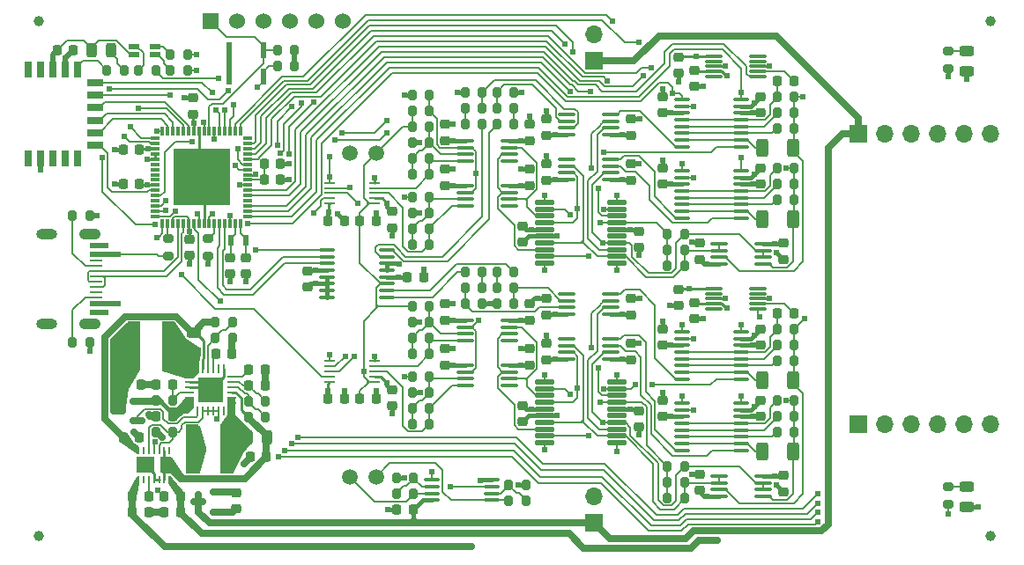
<source format=gbr>
%TF.GenerationSoftware,KiCad,Pcbnew,8.0.9-8.0.9-0~ubuntu24.04.1*%
%TF.CreationDate,2025-05-29T22:28:41-04:00*%
%TF.ProjectId,smu2,736d7532-2e6b-4696-9361-645f70636258,rev?*%
%TF.SameCoordinates,Original*%
%TF.FileFunction,Copper,L1,Top*%
%TF.FilePolarity,Positive*%
%FSLAX46Y46*%
G04 Gerber Fmt 4.6, Leading zero omitted, Abs format (unit mm)*
G04 Created by KiCad (PCBNEW 8.0.9-8.0.9-0~ubuntu24.04.1) date 2025-05-29 22:28:41*
%MOMM*%
%LPD*%
G01*
G04 APERTURE LIST*
G04 Aperture macros list*
%AMRoundRect*
0 Rectangle with rounded corners*
0 $1 Rounding radius*
0 $2 $3 $4 $5 $6 $7 $8 $9 X,Y pos of 4 corners*
0 Add a 4 corners polygon primitive as box body*
4,1,4,$2,$3,$4,$5,$6,$7,$8,$9,$2,$3,0*
0 Add four circle primitives for the rounded corners*
1,1,$1+$1,$2,$3*
1,1,$1+$1,$4,$5*
1,1,$1+$1,$6,$7*
1,1,$1+$1,$8,$9*
0 Add four rect primitives between the rounded corners*
20,1,$1+$1,$2,$3,$4,$5,0*
20,1,$1+$1,$4,$5,$6,$7,0*
20,1,$1+$1,$6,$7,$8,$9,0*
20,1,$1+$1,$8,$9,$2,$3,0*%
G04 Aperture macros list end*
%TA.AperFunction,Conductor*%
%ADD10C,0.200000*%
%TD*%
%TA.AperFunction,Conductor*%
%ADD11C,0.254000*%
%TD*%
%TA.AperFunction,SMDPad,CuDef*%
%ADD12RoundRect,0.200000X0.200000X0.275000X-0.200000X0.275000X-0.200000X-0.275000X0.200000X-0.275000X0*%
%TD*%
%TA.AperFunction,SMDPad,CuDef*%
%ADD13R,0.250000X0.700000*%
%TD*%
%TA.AperFunction,SMDPad,CuDef*%
%ADD14R,1.805000X1.650000*%
%TD*%
%TA.AperFunction,SMDPad,CuDef*%
%ADD15R,1.070000X1.650000*%
%TD*%
%TA.AperFunction,SMDPad,CuDef*%
%ADD16RoundRect,0.100000X-0.637500X-0.100000X0.637500X-0.100000X0.637500X0.100000X-0.637500X0.100000X0*%
%TD*%
%TA.AperFunction,SMDPad,CuDef*%
%ADD17RoundRect,0.225000X-0.250000X0.225000X-0.250000X-0.225000X0.250000X-0.225000X0.250000X0.225000X0*%
%TD*%
%TA.AperFunction,SMDPad,CuDef*%
%ADD18R,0.700000X1.500000*%
%TD*%
%TA.AperFunction,SMDPad,CuDef*%
%ADD19R,1.500000X0.700000*%
%TD*%
%TA.AperFunction,SMDPad,CuDef*%
%ADD20RoundRect,0.225000X0.250000X-0.225000X0.250000X0.225000X-0.250000X0.225000X-0.250000X-0.225000X0*%
%TD*%
%TA.AperFunction,SMDPad,CuDef*%
%ADD21RoundRect,0.225000X-0.225000X-0.250000X0.225000X-0.250000X0.225000X0.250000X-0.225000X0.250000X0*%
%TD*%
%TA.AperFunction,SMDPad,CuDef*%
%ADD22RoundRect,0.100000X-0.712500X-0.100000X0.712500X-0.100000X0.712500X0.100000X-0.712500X0.100000X0*%
%TD*%
%TA.AperFunction,SMDPad,CuDef*%
%ADD23R,1.000000X0.500000*%
%TD*%
%TA.AperFunction,SMDPad,CuDef*%
%ADD24RoundRect,0.225000X0.225000X0.250000X-0.225000X0.250000X-0.225000X-0.250000X0.225000X-0.250000X0*%
%TD*%
%TA.AperFunction,SMDPad,CuDef*%
%ADD25RoundRect,0.200000X-0.200000X-0.275000X0.200000X-0.275000X0.200000X0.275000X-0.200000X0.275000X0*%
%TD*%
%TA.AperFunction,SMDPad,CuDef*%
%ADD26RoundRect,0.250000X-0.312500X-0.625000X0.312500X-0.625000X0.312500X0.625000X-0.312500X0.625000X0*%
%TD*%
%TA.AperFunction,SMDPad,CuDef*%
%ADD27C,1.000000*%
%TD*%
%TA.AperFunction,SMDPad,CuDef*%
%ADD28RoundRect,0.243750X0.243750X0.456250X-0.243750X0.456250X-0.243750X-0.456250X0.243750X-0.456250X0*%
%TD*%
%TA.AperFunction,SMDPad,CuDef*%
%ADD29R,1.524000X1.524000*%
%TD*%
%TA.AperFunction,SMDPad,CuDef*%
%ADD30C,1.524000*%
%TD*%
%TA.AperFunction,ComponentPad*%
%ADD31C,1.500000*%
%TD*%
%TA.AperFunction,SMDPad,CuDef*%
%ADD32RoundRect,0.055000X-0.220000X-0.695000X0.220000X-0.695000X0.220000X0.695000X-0.220000X0.695000X0*%
%TD*%
%TA.AperFunction,SMDPad,CuDef*%
%ADD33RoundRect,0.075000X0.737500X0.075000X-0.737500X0.075000X-0.737500X-0.075000X0.737500X-0.075000X0*%
%TD*%
%TA.AperFunction,SMDPad,CuDef*%
%ADD34RoundRect,0.150000X0.587500X0.150000X-0.587500X0.150000X-0.587500X-0.150000X0.587500X-0.150000X0*%
%TD*%
%TA.AperFunction,ComponentPad*%
%ADD35R,1.700000X1.700000*%
%TD*%
%TA.AperFunction,ComponentPad*%
%ADD36O,1.700000X1.700000*%
%TD*%
%TA.AperFunction,SMDPad,CuDef*%
%ADD37RoundRect,0.200000X0.275000X-0.200000X0.275000X0.200000X-0.275000X0.200000X-0.275000X-0.200000X0*%
%TD*%
%TA.AperFunction,SMDPad,CuDef*%
%ADD38RoundRect,0.100000X0.712500X0.100000X-0.712500X0.100000X-0.712500X-0.100000X0.712500X-0.100000X0*%
%TD*%
%TA.AperFunction,SMDPad,CuDef*%
%ADD39R,1.250000X4.700000*%
%TD*%
%TA.AperFunction,SMDPad,CuDef*%
%ADD40R,1.100000X0.250000*%
%TD*%
%TA.AperFunction,SMDPad,CuDef*%
%ADD41RoundRect,0.200000X-0.275000X0.200000X-0.275000X-0.200000X0.275000X-0.200000X0.275000X0.200000X0*%
%TD*%
%TA.AperFunction,SMDPad,CuDef*%
%ADD42RoundRect,0.243750X-0.456250X0.243750X-0.456250X-0.243750X0.456250X-0.243750X0.456250X0.243750X0*%
%TD*%
%TA.AperFunction,SMDPad,CuDef*%
%ADD43RoundRect,0.243750X0.456250X-0.243750X0.456250X0.243750X-0.456250X0.243750X-0.456250X-0.243750X0*%
%TD*%
%TA.AperFunction,SMDPad,CuDef*%
%ADD44RoundRect,0.100000X0.637500X0.100000X-0.637500X0.100000X-0.637500X-0.100000X0.637500X-0.100000X0*%
%TD*%
%TA.AperFunction,SMDPad,CuDef*%
%ADD45RoundRect,0.243750X-0.243750X-0.456250X0.243750X-0.456250X0.243750X0.456250X-0.243750X0.456250X0*%
%TD*%
%TA.AperFunction,SMDPad,CuDef*%
%ADD46RoundRect,0.050000X-0.350000X-0.075000X0.350000X-0.075000X0.350000X0.075000X-0.350000X0.075000X0*%
%TD*%
%TA.AperFunction,SMDPad,CuDef*%
%ADD47RoundRect,0.050000X0.075000X-0.350000X0.075000X0.350000X-0.075000X0.350000X-0.075000X-0.350000X0*%
%TD*%
%TA.AperFunction,SMDPad,CuDef*%
%ADD48R,2.450000X2.450000*%
%TD*%
%TA.AperFunction,SMDPad,CuDef*%
%ADD49RoundRect,0.112500X-0.837500X-0.112500X0.837500X-0.112500X0.837500X0.112500X-0.837500X0.112500X0*%
%TD*%
%TA.AperFunction,SMDPad,CuDef*%
%ADD50R,0.600000X1.100000*%
%TD*%
%TA.AperFunction,SMDPad,CuDef*%
%ADD51R,1.150000X0.580000*%
%TD*%
%TA.AperFunction,SMDPad,CuDef*%
%ADD52R,1.150000X0.280000*%
%TD*%
%TA.AperFunction,ComponentPad*%
%ADD53O,2.100000X1.050000*%
%TD*%
%TA.AperFunction,ComponentPad*%
%ADD54O,2.000000X1.000000*%
%TD*%
%TA.AperFunction,SMDPad,CuDef*%
%ADD55R,0.300000X0.850000*%
%TD*%
%TA.AperFunction,SMDPad,CuDef*%
%ADD56R,0.850000X0.300000*%
%TD*%
%TA.AperFunction,SMDPad,CuDef*%
%ADD57R,5.499999X5.499999*%
%TD*%
%TA.AperFunction,ViaPad*%
%ADD58C,0.609600*%
%TD*%
%TA.AperFunction,Conductor*%
%ADD59C,0.152400*%
%TD*%
%TA.AperFunction,Conductor*%
%ADD60C,0.635000*%
%TD*%
%TA.AperFunction,Conductor*%
%ADD61C,0.381000*%
%TD*%
%TA.AperFunction,Conductor*%
%ADD62C,0.508000*%
%TD*%
G04 APERTURE END LIST*
D10*
%TO.N,Net-(U25-VPOS)*%
X100533200Y-126974600D02*
X101015800Y-127304800D01*
X101015800Y-127863600D01*
X100888800Y-127863600D01*
X99237800Y-126695200D01*
X99898200Y-126060200D01*
X100533200Y-126974600D01*
%TA.AperFunction,Conductor*%
G36*
X100533200Y-126974600D02*
G01*
X101015800Y-127304800D01*
X101015800Y-127863600D01*
X100888800Y-127863600D01*
X99237800Y-126695200D01*
X99898200Y-126060200D01*
X100533200Y-126974600D01*
G37*
%TD.AperFunction*%
%TO.N,Net-(D5-Pad1)*%
X110236000Y-124231400D02*
X111785400Y-125806200D01*
X111785400Y-126949200D01*
X111099600Y-127762000D01*
X110032800Y-129743200D01*
X108940600Y-129743200D01*
X108940600Y-125196600D01*
X109651800Y-124231400D01*
X109651800Y-122529600D01*
X110236000Y-122529600D01*
X110236000Y-124231400D01*
%TA.AperFunction,Conductor*%
G36*
X110236000Y-124231400D02*
G01*
X111785400Y-125806200D01*
X111785400Y-126949200D01*
X111099600Y-127762000D01*
X110032800Y-129743200D01*
X108940600Y-129743200D01*
X108940600Y-125196600D01*
X109651800Y-124231400D01*
X109651800Y-122529600D01*
X110236000Y-122529600D01*
X110236000Y-124231400D01*
G37*
%TD.AperFunction*%
%TO.N,-12V*%
X105384600Y-131749800D02*
X104673400Y-131749800D01*
X103962200Y-130784600D01*
X103962200Y-130175000D01*
X104089200Y-130175000D01*
X105384600Y-131749800D01*
%TA.AperFunction,Conductor*%
G36*
X105384600Y-131749800D02*
G01*
X104673400Y-131749800D01*
X103962200Y-130784600D01*
X103962200Y-130175000D01*
X104089200Y-130175000D01*
X105384600Y-131749800D01*
G37*
%TD.AperFunction*%
%TO.N,+5V*%
X103936800Y-123545600D02*
X104724200Y-123545600D01*
X105664000Y-122555000D01*
X106248200Y-122555000D01*
X106248200Y-123494800D01*
X105752900Y-123977400D01*
X105283000Y-123977400D01*
X104571800Y-124688600D01*
X104394000Y-124688600D01*
X103936800Y-123952000D01*
X103174800Y-123190000D01*
X102895400Y-123190000D01*
X102895400Y-122453400D01*
X102946200Y-122453400D01*
X103936800Y-123545600D01*
%TA.AperFunction,Conductor*%
G36*
X103936800Y-123545600D02*
G01*
X104724200Y-123545600D01*
X105664000Y-122555000D01*
X106248200Y-122555000D01*
X106248200Y-123494800D01*
X105752900Y-123977400D01*
X105283000Y-123977400D01*
X104571800Y-124688600D01*
X104394000Y-124688600D01*
X103936800Y-123952000D01*
X103174800Y-123190000D01*
X102895400Y-123190000D01*
X102895400Y-122453400D01*
X102946200Y-122453400D01*
X103936800Y-123545600D01*
G37*
%TD.AperFunction*%
%TO.N,GND*%
X107416600Y-127355600D02*
X107416600Y-127508000D01*
X107416600Y-127660400D01*
X106807000Y-129743200D01*
X106807000Y-125272800D01*
X107416600Y-127355600D01*
%TA.AperFunction,Conductor*%
G36*
X107416600Y-127355600D02*
G01*
X107416600Y-127508000D01*
X107416600Y-127660400D01*
X106807000Y-129743200D01*
X106807000Y-125272800D01*
X107416600Y-127355600D01*
G37*
%TD.AperFunction*%
%TO.N,Net-(C57-Pad1)*%
X101117400Y-119888000D02*
X100025200Y-121716800D01*
X99644200Y-124002800D01*
X98374200Y-123850400D01*
X98348800Y-116992400D01*
X100025200Y-115366800D01*
X101117400Y-115366800D01*
X101117400Y-119888000D01*
%TA.AperFunction,Conductor*%
G36*
X101117400Y-119888000D02*
G01*
X100025200Y-121716800D01*
X99644200Y-124002800D01*
X98374200Y-123850400D01*
X98348800Y-116992400D01*
X100025200Y-115366800D01*
X101117400Y-115366800D01*
X101117400Y-119888000D01*
G37*
%TD.AperFunction*%
%TO.N,Net-(D4-Pad2)*%
X105460800Y-116865400D02*
X106832400Y-117779800D01*
X106883200Y-118465600D01*
X106730800Y-119405400D01*
X106730800Y-120142000D01*
X106273600Y-120573800D01*
X105587800Y-120573800D01*
X103352600Y-119938800D01*
X103352600Y-115366800D01*
X104444800Y-115366800D01*
X105460800Y-116865400D01*
%TA.AperFunction,Conductor*%
G36*
X105460800Y-116865400D02*
G01*
X106832400Y-117779800D01*
X106883200Y-118465600D01*
X106730800Y-119405400D01*
X106730800Y-120142000D01*
X106273600Y-120573800D01*
X105587800Y-120573800D01*
X103352600Y-119938800D01*
X103352600Y-115366800D01*
X104444800Y-115366800D01*
X105460800Y-116865400D01*
G37*
%TD.AperFunction*%
%TO.N,+12V*%
X101015800Y-130784600D02*
X100812600Y-131775200D01*
X100101400Y-131775200D01*
X100914200Y-130175000D01*
X101015800Y-130175000D01*
X101015800Y-130784600D01*
%TA.AperFunction,Conductor*%
G36*
X101015800Y-130784600D02*
G01*
X100812600Y-131775200D01*
X100101400Y-131775200D01*
X100914200Y-130175000D01*
X101015800Y-130175000D01*
X101015800Y-130784600D01*
G37*
%TD.AperFunction*%
D11*
%TO.N,Net-(U25-VNEG)*%
X105156000Y-129921000D02*
X105664000Y-130429000D01*
X104902000Y-130429000D01*
X104140000Y-129667000D01*
X103251000Y-129667000D01*
X103251000Y-128397000D01*
X104140000Y-128397000D01*
X105156000Y-129921000D01*
%TA.AperFunction,Conductor*%
G36*
X105156000Y-129921000D02*
G01*
X105664000Y-130429000D01*
X104902000Y-130429000D01*
X104140000Y-129667000D01*
X103251000Y-129667000D01*
X103251000Y-128397000D01*
X104140000Y-128397000D01*
X105156000Y-129921000D01*
G37*
%TD.AperFunction*%
%TD*%
D12*
%TO.P,R25,1*%
%TO.N,Net-(R22-Pad2)*%
X134048000Y-93218000D03*
%TO.P,R25,2*%
%TO.N,GND*%
X132398000Y-93218000D03*
%TD*%
D13*
%TO.P,U26,1,OUTP*%
%TO.N,+12V*%
X100989000Y-130432000D03*
%TO.P,U26,2,NC*%
%TO.N,unconnected-(U26-NC-Pad2)*%
X101489000Y-130432000D03*
%TO.P,U26,3,BYPP*%
%TO.N,Net-(U26-BYPP)*%
X101989000Y-130432000D03*
%TO.P,U26,4,GND*%
%TO.N,GND*%
X102489000Y-130432000D03*
%TO.P,U26,5,GND*%
X102989000Y-130432000D03*
%TO.P,U26,6,INN*%
%TO.N,Net-(U25-VNEG)*%
X103489000Y-130432000D03*
%TO.P,U26,7,OUTN*%
%TO.N,-12V*%
X103989000Y-130432000D03*
%TO.P,U26,8,NC*%
%TO.N,unconnected-(U26-NC-Pad8)*%
X103989000Y-127632000D03*
%TO.P,U26,9,INN*%
%TO.N,Net-(U25-VNEG)*%
X103489000Y-127632000D03*
%TO.P,U26,10,~{SHDNN}*%
%TO.N,/ENA12V*%
X102989000Y-127632000D03*
%TO.P,U26,11,BYPN*%
%TO.N,Net-(U26-BYPN)*%
X102489000Y-127632000D03*
%TO.P,U26,12,~{SHDNP}*%
%TO.N,/ENA12V*%
X101989000Y-127632000D03*
%TO.P,U26,13,NC*%
%TO.N,unconnected-(U26-NC-Pad13)*%
X101489000Y-127632000D03*
%TO.P,U26,14,INP*%
%TO.N,Net-(U25-VPOS)*%
X100989000Y-127632000D03*
D14*
%TO.P,U26,15,GND*%
%TO.N,GND*%
X101711500Y-129032000D03*
D15*
%TO.P,U26,16,INN*%
%TO.N,Net-(U25-VNEG)*%
X103634000Y-129032000D03*
%TD*%
D16*
%TO.P,U12,1*%
%TO.N,/RD0*%
X153220500Y-93864000D03*
%TO.P,U12,2*%
%TO.N,/RD6*%
X153220500Y-94514000D03*
%TO.P,U12,3,VSS*%
%TO.N,-12V*%
X153220500Y-95164000D03*
%TO.P,U12,4*%
%TO.N,Net-(C32-Pad1)*%
X153220500Y-95814000D03*
%TO.P,U12,5*%
%TO.N,Net-(R35-Pad1)*%
X153220500Y-96464000D03*
%TO.P,U12,6*%
%TO.N,Net-(R36-Pad1)*%
X153220500Y-97114000D03*
%TO.P,U12,7*%
%TO.N,Net-(R37-Pad1)*%
X153220500Y-97764000D03*
%TO.P,U12,8*%
%TO.N,Net-(U12-Pad8)*%
X153220500Y-98414000D03*
%TO.P,U12,9*%
%TO.N,Net-(U10-Pad3)*%
X158945500Y-98414000D03*
%TO.P,U12,10*%
%TO.N,Net-(R37-Pad1)*%
X158945500Y-97764000D03*
%TO.P,U12,11*%
%TO.N,Net-(R36-Pad1)*%
X158945500Y-97114000D03*
%TO.P,U12,12*%
%TO.N,Net-(R35-Pad1)*%
X158945500Y-96464000D03*
%TO.P,U12,13*%
%TO.N,Net-(C32-Pad1)*%
X158945500Y-95814000D03*
%TO.P,U12,14,VDD*%
%TO.N,+12V*%
X158945500Y-95164000D03*
%TO.P,U12,15,GND*%
%TO.N,GND*%
X158945500Y-94514000D03*
%TO.P,U12,16*%
%TO.N,/RD1*%
X158945500Y-93864000D03*
%TD*%
D12*
%TO.P,R16,1*%
%TO.N,Net-(R15-Pad2)*%
X128968000Y-98044000D03*
%TO.P,R16,2*%
%TO.N,GND*%
X127318000Y-98044000D03*
%TD*%
D17*
%TO.P,C12,1*%
%TO.N,+3V3*%
X125349000Y-104635000D03*
%TO.P,C12,2*%
%TO.N,GND*%
X125349000Y-106185000D03*
%TD*%
D18*
%TO.P,U5,1,N.C.*%
%TO.N,unconnected-(U5-N.C.-Pad1)*%
X90399000Y-99500000D03*
%TO.P,U5,2,GND*%
%TO.N,GND*%
X91599000Y-99500000D03*
%TO.P,U5,3,P1_2*%
%TO.N,unconnected-(U5-P1_2-Pad3)*%
X92799000Y-99500000D03*
%TO.P,U5,4,P1_3*%
%TO.N,unconnected-(U5-P1_3-Pad4)*%
X93999000Y-99500000D03*
%TO.P,U5,5,P1_7*%
%TO.N,unconnected-(U5-P1_7-Pad5)*%
X95199000Y-99500000D03*
D19*
%TO.P,U5,6,P1_6*%
%TO.N,/RX_IND*%
X96849000Y-98250000D03*
%TO.P,U5,7,HCI_RXD*%
%TO.N,/RX*%
X96849000Y-97050000D03*
%TO.P,U5,8,HCI_TXD*%
%TO.N,/TX*%
X96849000Y-95850000D03*
%TO.P,U5,9,P3_6*%
%TO.N,/RTS*%
X96849000Y-94650000D03*
%TO.P,U5,10,RST_N*%
%TO.N,/RST_N*%
X96849000Y-93450000D03*
%TO.P,U5,11,P0_0*%
%TO.N,/CTS*%
X96849000Y-92250000D03*
D18*
%TO.P,U5,12,P0_2*%
%TO.N,Net-(U5-P0_2)*%
X95199000Y-91000000D03*
%TO.P,U5,13,GND*%
%TO.N,GND*%
X93999000Y-91000000D03*
%TO.P,U5,14,VBAT*%
%TO.N,+3V3*%
X92799000Y-91000000D03*
%TO.P,U5,15,P2_7*%
%TO.N,unconnected-(U5-P2_7-Pad15)*%
X91599000Y-91000000D03*
%TO.P,U5,16,P2_0*%
%TO.N,unconnected-(U5-P2_0-Pad16)*%
X90399000Y-91000000D03*
%TD*%
D20*
%TO.P,C30,1*%
%TO.N,+12V*%
X160782000Y-101994000D03*
%TO.P,C30,2*%
%TO.N,GND*%
X160782000Y-100444000D03*
%TD*%
D12*
%TO.P,R39,1*%
%TO.N,Net-(R38-Pad2)*%
X128968000Y-122047000D03*
%TO.P,R39,2*%
%TO.N,GND*%
X127318000Y-122047000D03*
%TD*%
D21*
%TO.P,C17,1*%
%TO.N,+3V3*%
X93205000Y-89154000D03*
%TO.P,C17,2*%
%TO.N,GND*%
X94755000Y-89154000D03*
%TD*%
D17*
%TO.P,C19,1*%
%TO.N,GND*%
X130429000Y-100571000D03*
%TO.P,C19,2*%
%TO.N,+12V*%
X130429000Y-102121000D03*
%TD*%
D22*
%TO.P,U18,1,NC*%
%TO.N,unconnected-(U18-NC-Pad1)*%
X142159500Y-112563000D03*
%TO.P,U18,2*%
%TO.N,Net-(R46-Pad2)*%
X142159500Y-113213000D03*
%TO.P,U18,3*%
%TO.N,Net-(R47-Pad2)*%
X142159500Y-113863000D03*
%TO.P,U18,4*%
%TO.N,-12V*%
X142159500Y-114513000D03*
%TO.P,U18,5*%
%TO.N,+12V*%
X146384500Y-114513000D03*
%TO.P,U18,6*%
%TO.N,Net-(U17-Pad13)*%
X146384500Y-113863000D03*
%TO.P,U18,7*%
%TO.N,Net-(U17-Pad18)*%
X146384500Y-113213000D03*
%TO.P,U18,8*%
%TO.N,Net-(U18-Pad8)*%
X146384500Y-112563000D03*
%TD*%
D20*
%TO.P,C26,1*%
%TO.N,+12V*%
X148336000Y-101613000D03*
%TO.P,C26,2*%
%TO.N,GND*%
X148336000Y-100063000D03*
%TD*%
%TO.P,C25,1*%
%TO.N,-12V*%
X140208000Y-97295000D03*
%TO.P,C25,2*%
%TO.N,GND*%
X140208000Y-95745000D03*
%TD*%
%TO.P,C46,1*%
%TO.N,-12V*%
X140208000Y-118885000D03*
%TO.P,C46,2*%
%TO.N,GND*%
X140208000Y-117335000D03*
%TD*%
D23*
%TO.P,D1,1*%
%TO.N,Net-(D1-Pad1)*%
X100550000Y-88754000D03*
%TO.P,D1,2*%
%TO.N,Net-(D1-Pad2)*%
X102650000Y-88754000D03*
%TO.P,D1,3*%
%TO.N,+3V3*%
X100550000Y-89554000D03*
%TO.P,D1,4*%
%TO.N,Net-(D1-Pad4)*%
X102650000Y-89554000D03*
%TD*%
D12*
%TO.P,R6,1*%
%TO.N,+3V3*%
X116014000Y-90678000D03*
%TO.P,R6,2*%
%TO.N,Net-(U1-RC15{slash}OSCO)*%
X114364000Y-90678000D03*
%TD*%
D17*
%TO.P,C21,1*%
%TO.N,GND*%
X130429000Y-96253000D03*
%TO.P,C21,2*%
%TO.N,+12V*%
X130429000Y-97803000D03*
%TD*%
D12*
%TO.P,R15,1*%
%TO.N,/CH1IN-*%
X128968000Y-99568000D03*
%TO.P,R15,2*%
%TO.N,Net-(R15-Pad2)*%
X127318000Y-99568000D03*
%TD*%
%TO.P,R40,1*%
%TO.N,/CH2IN-*%
X128968000Y-116840000D03*
%TO.P,R40,2*%
%TO.N,Net-(R40-Pad2)*%
X127318000Y-116840000D03*
%TD*%
D21*
%TO.P,C14,1*%
%TO.N,+3V3*%
X126860000Y-110998000D03*
%TO.P,C14,2*%
%TO.N,GND*%
X128410000Y-110998000D03*
%TD*%
%TO.P,C51,1*%
%TO.N,Net-(C51-Pad1)*%
X162420000Y-114427000D03*
%TO.P,C51,2*%
%TO.N,Net-(C51-Pad2)*%
X163970000Y-114427000D03*
%TD*%
D24*
%TO.P,C58,1*%
%TO.N,Net-(U25-VIN)*%
X104280000Y-121285000D03*
%TO.P,C58,2*%
%TO.N,GND*%
X102730000Y-121285000D03*
%TD*%
D17*
%TO.P,C54,1*%
%TO.N,-12V*%
X152908000Y-112128000D03*
%TO.P,C54,2*%
%TO.N,GND*%
X152908000Y-113678000D03*
%TD*%
%TO.P,C52,1*%
%TO.N,+12V*%
X162941000Y-130035000D03*
%TO.P,C52,2*%
%TO.N,GND*%
X162941000Y-131585000D03*
%TD*%
%TO.P,C55,1*%
%TO.N,+12V*%
X154432000Y-113398000D03*
%TO.P,C55,2*%
%TO.N,GND*%
X154432000Y-114948000D03*
%TD*%
D12*
%TO.P,R17,1*%
%TO.N,/CH1IN+*%
X128968000Y-107823000D03*
%TO.P,R17,2*%
%TO.N,Net-(R13-Pad2)*%
X127318000Y-107823000D03*
%TD*%
D21*
%TO.P,C57,1*%
%TO.N,Net-(C57-Pad1)*%
X99682000Y-121285000D03*
%TO.P,C57,2*%
%TO.N,GND*%
X101232000Y-121285000D03*
%TD*%
D17*
%TO.P,C38,1*%
%TO.N,GND*%
X130429000Y-117843000D03*
%TO.P,C38,2*%
%TO.N,+12V*%
X130429000Y-119393000D03*
%TD*%
%TO.P,C41,1*%
%TO.N,GND*%
X138557000Y-113525000D03*
%TO.P,C41,2*%
%TO.N,-12V*%
X138557000Y-115075000D03*
%TD*%
D25*
%TO.P,R68,1*%
%TO.N,Net-(U25-VPOS)*%
X108395000Y-115316000D03*
%TO.P,R68,2*%
%TO.N,Net-(U25-FBP)*%
X110045000Y-115316000D03*
%TD*%
D12*
%TO.P,R27,1*%
%TO.N,Net-(R27-Pad1)*%
X153479000Y-109855000D03*
%TO.P,R27,2*%
%TO.N,Net-(R27-Pad2)*%
X151829000Y-109855000D03*
%TD*%
D26*
%TO.P,R37,1*%
%TO.N,Net-(R37-Pad1)*%
X160970500Y-98552000D03*
%TO.P,R37,2*%
%TO.N,/CH1DUT+*%
X163895500Y-98552000D03*
%TD*%
D20*
%TO.P,C2,1*%
%TO.N,GND*%
X109829600Y-110630000D03*
%TO.P,C2,2*%
%TO.N,Net-(U1-RC13{slash}SOSCI)*%
X109829600Y-109080000D03*
%TD*%
D27*
%TO.P,FID4,*%
%TO.N,*%
X182880000Y-135890000D03*
%TD*%
D12*
%TO.P,R38,1*%
%TO.N,/CH2IN+*%
X128968000Y-123571000D03*
%TO.P,R38,2*%
%TO.N,Net-(R38-Pad2)*%
X127318000Y-123571000D03*
%TD*%
%TO.P,R23,1*%
%TO.N,Net-(R15-Pad2)*%
X128968000Y-96520000D03*
%TO.P,R23,2*%
%TO.N,/VREF*%
X127318000Y-96520000D03*
%TD*%
D28*
%TO.P,D2,1,K*%
%TO.N,Net-(D2-K)*%
X98346500Y-89154000D03*
%TO.P,D2,2,A*%
%TO.N,+3V3*%
X96471500Y-89154000D03*
%TD*%
D25*
%TO.P,R57,1*%
%TO.N,Net-(R57-Pad1)*%
X162370000Y-125857000D03*
%TO.P,R57,2*%
%TO.N,/CH2DUT-*%
X164020000Y-125857000D03*
%TD*%
D17*
%TO.P,C33,1*%
%TO.N,+12V*%
X162941000Y-107683000D03*
%TO.P,C33,2*%
%TO.N,GND*%
X162941000Y-109233000D03*
%TD*%
D12*
%TO.P,R28,1*%
%TO.N,Net-(R27-Pad1)*%
X153479000Y-108331000D03*
%TO.P,R28,2*%
%TO.N,Net-(R27-Pad2)*%
X151829000Y-108331000D03*
%TD*%
D20*
%TO.P,C50,1*%
%TO.N,+12V*%
X160782000Y-117488000D03*
%TO.P,C50,2*%
%TO.N,GND*%
X160782000Y-115938000D03*
%TD*%
D21*
%TO.P,C62,1*%
%TO.N,Net-(U25-CN)*%
X111620000Y-119888000D03*
%TO.P,C62,2*%
%TO.N,GND*%
X113170000Y-119888000D03*
%TD*%
D17*
%TO.P,C42,1*%
%TO.N,+12V*%
X149098000Y-123812000D03*
%TO.P,C42,2*%
%TO.N,GND*%
X149098000Y-125362000D03*
%TD*%
D29*
%TO.P,J1,1,Pin_1*%
%TO.N,Net-(J1-Pin_1)*%
X107950000Y-86360000D03*
D30*
%TO.P,J1,2,Pin_2*%
%TO.N,+3V3*%
X110490000Y-86360000D03*
%TO.P,J1,3,Pin_3*%
%TO.N,GND*%
X113030000Y-86360000D03*
%TO.P,J1,4,Pin_4*%
%TO.N,/D3*%
X115570000Y-86360000D03*
%TO.P,J1,5,Pin_5*%
%TO.N,/D2*%
X118110000Y-86360000D03*
%TO.P,J1,6,Pin_6*%
%TO.N,unconnected-(J1-Pin_6-Pad6)*%
X120650000Y-86360000D03*
%TD*%
D31*
%TO.P,TP1,1,1*%
%TO.N,/VREF*%
X123825000Y-99060000D03*
%TD*%
D24*
%TO.P,C68,1*%
%TO.N,-12V*%
X105042000Y-133604000D03*
%TO.P,C68,2*%
%TO.N,GND*%
X103492000Y-133604000D03*
%TD*%
D12*
%TO.P,R53,1*%
%TO.N,Net-(R52-Pad1)*%
X153479000Y-130683000D03*
%TO.P,R53,2*%
%TO.N,Net-(R52-Pad2)*%
X151829000Y-130683000D03*
%TD*%
%TO.P,R10,1*%
%TO.N,Net-(D2-K)*%
X99631000Y-91059000D03*
%TO.P,R10,2*%
%TO.N,Net-(U5-P0_2)*%
X97981000Y-91059000D03*
%TD*%
D17*
%TO.P,C36,1*%
%TO.N,+12V*%
X154432000Y-91046000D03*
%TO.P,C36,2*%
%TO.N,GND*%
X154432000Y-92596000D03*
%TD*%
D12*
%TO.P,R14,1*%
%TO.N,Net-(R13-Pad2)*%
X128968000Y-104775000D03*
%TO.P,R14,2*%
%TO.N,GND*%
X127318000Y-104775000D03*
%TD*%
D32*
%TO.P,S2,1,1*%
%TO.N,GND*%
X109754000Y-91694000D03*
%TO.P,S2,2,2*%
%TO.N,Net-(U1-RC15{slash}OSCO)*%
X113004000Y-91694000D03*
%TD*%
D25*
%TO.P,R30,1*%
%TO.N,Net-(R30-Pad1)*%
X162370000Y-100457000D03*
%TO.P,R30,2*%
%TO.N,/CH1DUT-*%
X164020000Y-100457000D03*
%TD*%
D12*
%TO.P,R2,1*%
%TO.N,+3V3*%
X116014000Y-89154000D03*
%TO.P,R2,2*%
%TO.N,Net-(J1-Pin_1)*%
X114364000Y-89154000D03*
%TD*%
D20*
%TO.P,C8,1*%
%TO.N,GND*%
X105892600Y-108852000D03*
%TO.P,C8,2*%
%TO.N,+3V3*%
X105892600Y-107302000D03*
%TD*%
D22*
%TO.P,U9,1,NC*%
%TO.N,unconnected-(U9-NC-Pad1)*%
X142159500Y-95291000D03*
%TO.P,U9,2*%
%TO.N,Net-(R21-Pad2)*%
X142159500Y-95941000D03*
%TO.P,U9,3*%
%TO.N,Net-(R22-Pad2)*%
X142159500Y-96591000D03*
%TO.P,U9,4*%
%TO.N,-12V*%
X142159500Y-97241000D03*
%TO.P,U9,5*%
%TO.N,+12V*%
X146384500Y-97241000D03*
%TO.P,U9,6*%
%TO.N,Net-(U8-Pad13)*%
X146384500Y-96591000D03*
%TO.P,U9,7*%
%TO.N,Net-(U8-Pad18)*%
X146384500Y-95941000D03*
%TO.P,U9,8*%
%TO.N,Net-(U12-Pad8)*%
X146384500Y-95291000D03*
%TD*%
D33*
%TO.P,U23,1*%
%TO.N,/RE5*%
X160481500Y-114030000D03*
%TO.P,U23,2*%
%TO.N,Net-(C51-Pad2)*%
X160481500Y-113530000D03*
%TO.P,U23,3*%
%TO.N,GND*%
X160481500Y-113030000D03*
%TO.P,U23,4*%
%TO.N,unconnected-(U23-Pad4)*%
X160481500Y-112530000D03*
%TO.P,U23,5*%
%TO.N,unconnected-(U23-Pad5)*%
X160481500Y-112030000D03*
%TO.P,U23,6,VSS*%
%TO.N,-12V*%
X156256500Y-112030000D03*
%TO.P,U23,7,NC*%
%TO.N,unconnected-(U23C-NC-Pad7)*%
X156256500Y-112530000D03*
%TO.P,U23,8,GND*%
%TO.N,GND*%
X156256500Y-113030000D03*
%TO.P,U23,9,VDD*%
%TO.N,+12V*%
X156256500Y-113530000D03*
%TO.P,U23,10*%
%TO.N,unconnected-(U23-Pad10)*%
X156256500Y-114030000D03*
%TD*%
D27*
%TO.P,FID2,*%
%TO.N,*%
X91440000Y-86360000D03*
%TD*%
D34*
%TO.P,Q1,1*%
%TO.N,Net-(U25-BSW)*%
X100886500Y-124775000D03*
%TO.P,Q1,2*%
%TO.N,+5V*%
X100886500Y-122875000D03*
%TO.P,Q1,3*%
%TO.N,Net-(C57-Pad1)*%
X99011500Y-123825000D03*
%TD*%
D31*
%TO.P,TP2,1,1*%
%TO.N,GND*%
X121285000Y-99060000D03*
%TD*%
D25*
%TO.P,R7,1*%
%TO.N,Net-(J2-CC1)*%
X94679000Y-105029000D03*
%TO.P,R7,2*%
%TO.N,GND*%
X96329000Y-105029000D03*
%TD*%
D35*
%TO.P,J5,1,Pin_1*%
%TO.N,+5V*%
X170180000Y-97155000D03*
D36*
%TO.P,J5,2,Pin_2*%
%TO.N,GND*%
X172720000Y-97155000D03*
%TO.P,J5,3,Pin_3*%
%TO.N,/CH2DUT-*%
X175260000Y-97155000D03*
%TO.P,J5,4,Pin_4*%
%TO.N,/CH2DUT+*%
X177800000Y-97155000D03*
%TO.P,J5,5,Pin_5*%
%TO.N,/CH1DUT-*%
X180340000Y-97155000D03*
%TO.P,J5,6,Pin_6*%
%TO.N,/CH1DUT+*%
X182880000Y-97155000D03*
%TD*%
D12*
%TO.P,R42,1*%
%TO.N,/CH2IN+*%
X128968000Y-125095000D03*
%TO.P,R42,2*%
%TO.N,Net-(R38-Pad2)*%
X127318000Y-125095000D03*
%TD*%
%TO.P,R26,1*%
%TO.N,Net-(R13-Pad2)*%
X128968000Y-103251000D03*
%TO.P,R26,2*%
%TO.N,/VREF*%
X127318000Y-103251000D03*
%TD*%
%TO.P,R67,1*%
%TO.N,Net-(U25-FBN)*%
X113220000Y-124460000D03*
%TO.P,R67,2*%
%TO.N,Net-(U25-VNEG)*%
X111570000Y-124460000D03*
%TD*%
D37*
%TO.P,R65,1*%
%TO.N,+3V3*%
X178816000Y-90868000D03*
%TO.P,R65,2*%
%TO.N,Net-(D3-A)*%
X178816000Y-89218000D03*
%TD*%
D22*
%TO.P,U10,1,NC*%
%TO.N,unconnected-(U10-NC-Pad1)*%
X142159500Y-99609000D03*
%TO.P,U10,2*%
%TO.N,Net-(R27-Pad1)*%
X142159500Y-100259000D03*
%TO.P,U10,3*%
%TO.N,Net-(U10-Pad3)*%
X142159500Y-100909000D03*
%TO.P,U10,4*%
%TO.N,-12V*%
X142159500Y-101559000D03*
%TO.P,U10,5*%
%TO.N,+12V*%
X146384500Y-101559000D03*
%TO.P,U10,6*%
%TO.N,Net-(R29-Pad2)*%
X146384500Y-100909000D03*
%TO.P,U10,7*%
%TO.N,Net-(U10-Pad7)*%
X146384500Y-100259000D03*
%TO.P,U10,8*%
%TO.N,Net-(U10-Pad8)*%
X146384500Y-99609000D03*
%TD*%
D25*
%TO.P,R35,1*%
%TO.N,Net-(R35-Pad1)*%
X162370000Y-95123000D03*
%TO.P,R35,2*%
%TO.N,/CH1DUT+*%
X164020000Y-95123000D03*
%TD*%
D34*
%TO.P,U24,1,GND*%
%TO.N,GND*%
X108633500Y-133538000D03*
%TO.P,U24,2,VOUT*%
%TO.N,+3V3*%
X108633500Y-131638000D03*
%TO.P,U24,3,VIN*%
%TO.N,+5V*%
X106758500Y-132588000D03*
%TD*%
D24*
%TO.P,C64,1*%
%TO.N,Net-(U25-VNEG)*%
X113297000Y-128270000D03*
%TO.P,C64,2*%
%TO.N,GND*%
X111747000Y-128270000D03*
%TD*%
D37*
%TO.P,R8,1*%
%TO.N,+5V*%
X103860600Y-108902000D03*
%TO.P,R8,2*%
%TO.N,Net-(U1-VBUS)*%
X103860600Y-107252000D03*
%TD*%
D20*
%TO.P,C28,1*%
%TO.N,-12V*%
X151384000Y-101994000D03*
%TO.P,C28,2*%
%TO.N,GND*%
X151384000Y-100444000D03*
%TD*%
D25*
%TO.P,R34,1*%
%TO.N,Net-(C32-Pad1)*%
X162370000Y-93599000D03*
%TO.P,R34,2*%
%TO.N,/CH1DUT+*%
X164020000Y-93599000D03*
%TD*%
D35*
%TO.P,J4,1,Pin_1*%
%TO.N,+5V*%
X144780000Y-134620000D03*
D36*
%TO.P,J4,2,Pin_2*%
%TO.N,GND*%
X144780000Y-132080000D03*
%TD*%
D12*
%TO.P,R44,1*%
%TO.N,/CH2OUT+*%
X137096000Y-110490000D03*
%TO.P,R44,2*%
%TO.N,Net-(R44-Pad2)*%
X135446000Y-110490000D03*
%TD*%
D17*
%TO.P,C22,1*%
%TO.N,GND*%
X138557000Y-96253000D03*
%TO.P,C22,2*%
%TO.N,-12V*%
X138557000Y-97803000D03*
%TD*%
D25*
%TO.P,R64,1*%
%TO.N,+5V*%
X102680000Y-122809000D03*
%TO.P,R64,2*%
%TO.N,Net-(U25-VIN)*%
X104330000Y-122809000D03*
%TD*%
D17*
%TO.P,C59,1*%
%TO.N,+3V3*%
X110363000Y-131686000D03*
%TO.P,C59,2*%
%TO.N,GND*%
X110363000Y-133236000D03*
%TD*%
D25*
%TO.P,R31,1*%
%TO.N,Net-(R31-Pad1)*%
X162370000Y-101981000D03*
%TO.P,R31,2*%
%TO.N,/CH1DUT-*%
X164020000Y-101981000D03*
%TD*%
D21*
%TO.P,C61,1*%
%TO.N,Net-(U25-VREF)*%
X111620000Y-121412000D03*
%TO.P,C61,2*%
%TO.N,GND*%
X113170000Y-121412000D03*
%TD*%
D22*
%TO.P,U13,1*%
%TO.N,Net-(R27-Pad1)*%
X156764500Y-107737000D03*
%TO.P,U13,2*%
X156764500Y-108387000D03*
%TO.P,U13,3*%
%TO.N,/CH1DUT+*%
X156764500Y-109037000D03*
%TO.P,U13,4,-VS*%
%TO.N,-12V*%
X156764500Y-109687000D03*
%TO.P,U13,5*%
%TO.N,/CH1DUT-*%
X160989500Y-109687000D03*
%TO.P,U13,6*%
%TO.N,Net-(R29-Pad2)*%
X160989500Y-109037000D03*
%TO.P,U13,7*%
X160989500Y-108387000D03*
%TO.P,U13,8,+VS*%
%TO.N,+12V*%
X160989500Y-107737000D03*
%TD*%
D25*
%TO.P,R49,1*%
%TO.N,GND*%
X135446000Y-113538000D03*
%TO.P,R49,2*%
%TO.N,Net-(R46-Pad2)*%
X137096000Y-113538000D03*
%TD*%
%TO.P,R69,1*%
%TO.N,Net-(U25-FBP)*%
X108395000Y-116840000D03*
%TO.P,R69,2*%
%TO.N,GND*%
X110045000Y-116840000D03*
%TD*%
D21*
%TO.P,C32,1*%
%TO.N,Net-(C32-Pad1)*%
X162420000Y-92075000D03*
%TO.P,C32,2*%
%TO.N,Net-(C32-Pad2)*%
X163970000Y-92075000D03*
%TD*%
D25*
%TO.P,R45,1*%
%TO.N,/CH2OUT-*%
X132398000Y-110490000D03*
%TO.P,R45,2*%
%TO.N,Net-(R45-Pad2)*%
X134048000Y-110490000D03*
%TD*%
%TO.P,R46,1*%
%TO.N,Net-(R44-Pad2)*%
X135446000Y-112014000D03*
%TO.P,R46,2*%
%TO.N,Net-(R46-Pad2)*%
X137096000Y-112014000D03*
%TD*%
D21*
%TO.P,C4,1*%
%TO.N,Net-(U1-VCAP)*%
X113118600Y-101600000D03*
%TO.P,C4,2*%
%TO.N,GND*%
X114668600Y-101600000D03*
%TD*%
D38*
%TO.P,U16,1,NC*%
%TO.N,unconnected-(U16-NC-Pad1)*%
X136605500Y-117053000D03*
%TO.P,U16,2*%
%TO.N,Net-(U15-Pad3)*%
X136605500Y-116403000D03*
%TO.P,U16,3*%
%TO.N,Net-(U15-Pad2)*%
X136605500Y-115753000D03*
%TO.P,U16,4*%
%TO.N,-12V*%
X136605500Y-115103000D03*
%TO.P,U16,5*%
%TO.N,+12V*%
X132380500Y-115103000D03*
%TO.P,U16,6*%
%TO.N,/VREFDIV2*%
X132380500Y-115753000D03*
%TO.P,U16,7*%
%TO.N,Net-(R40-Pad2)*%
X132380500Y-116403000D03*
%TO.P,U16,8*%
%TO.N,/CH2IN-*%
X132380500Y-117053000D03*
%TD*%
D20*
%TO.P,C47,1*%
%TO.N,-12V*%
X151384000Y-124346000D03*
%TO.P,C47,2*%
%TO.N,GND*%
X151384000Y-122796000D03*
%TD*%
D26*
%TO.P,R58,1*%
%TO.N,Net-(R58-Pad1)*%
X160970500Y-127762000D03*
%TO.P,R58,2*%
%TO.N,/CH2DUT-*%
X163895500Y-127762000D03*
%TD*%
D39*
%TO.P,L1,1*%
%TO.N,Net-(C57-Pad1)*%
X100610000Y-117602000D03*
%TO.P,L1,2*%
%TO.N,Net-(D4-Pad2)*%
X103860000Y-117602000D03*
%TD*%
D20*
%TO.P,C53,1*%
%TO.N,-12V*%
X154940000Y-131458000D03*
%TO.P,C53,2*%
%TO.N,GND*%
X154940000Y-129908000D03*
%TD*%
D27*
%TO.P,FID1,*%
%TO.N,*%
X91440000Y-135890000D03*
%TD*%
D20*
%TO.P,C49,1*%
%TO.N,+12V*%
X160782000Y-124346000D03*
%TO.P,C49,2*%
%TO.N,GND*%
X160782000Y-122796000D03*
%TD*%
D17*
%TO.P,C35,1*%
%TO.N,-12V*%
X152908000Y-89776000D03*
%TO.P,C35,2*%
%TO.N,GND*%
X152908000Y-91326000D03*
%TD*%
D25*
%TO.P,R71,1*%
%TO.N,Net-(R71-Pad1)*%
X136589000Y-132461000D03*
%TO.P,R71,2*%
%TO.N,Net-(R71-Pad2)*%
X138239000Y-132461000D03*
%TD*%
D17*
%TO.P,C39,1*%
%TO.N,GND*%
X138557000Y-117843000D03*
%TO.P,C39,2*%
%TO.N,-12V*%
X138557000Y-119393000D03*
%TD*%
D25*
%TO.P,R61,1*%
%TO.N,Net-(R61-Pad1)*%
X162370000Y-118999000D03*
%TO.P,R61,2*%
%TO.N,/CH2DUT+*%
X164020000Y-118999000D03*
%TD*%
D40*
%TO.P,U2,1,REF*%
%TO.N,/VREF*%
X123689000Y-103870000D03*
%TO.P,U2,2,AVDD*%
%TO.N,+3V3*%
X123689000Y-103370000D03*
%TO.P,U2,3,AINP*%
%TO.N,/CH1IN+*%
X123689000Y-102870000D03*
%TO.P,U2,4,AINN*%
%TO.N,/CH1IN-*%
X123689000Y-102370000D03*
%TO.P,U2,5,GND*%
%TO.N,GND*%
X123689000Y-101870000D03*
%TO.P,U2,6,CONVST*%
%TO.N,/ADC_CONVST*%
X119389000Y-101870000D03*
%TO.P,U2,7,DOUT*%
%TO.N,/ADC_MISO*%
X119389000Y-102370000D03*
%TO.P,U2,8,SCK*%
%TO.N,/ADC_SCK*%
X119389000Y-102870000D03*
%TO.P,U2,9,DIN*%
%TO.N,/ADC_CSN1*%
X119389000Y-103370000D03*
%TO.P,U2,10,DVDD*%
%TO.N,+3V3*%
X119389000Y-103870000D03*
%TD*%
D26*
%TO.P,R33,1*%
%TO.N,Net-(R33-Pad1)*%
X160970500Y-105410000D03*
%TO.P,R33,2*%
%TO.N,/CH1DUT-*%
X163895500Y-105410000D03*
%TD*%
D20*
%TO.P,C27,1*%
%TO.N,-12V*%
X140208000Y-101613000D03*
%TO.P,C27,2*%
%TO.N,GND*%
X140208000Y-100063000D03*
%TD*%
%TO.P,C43,1*%
%TO.N,+12V*%
X148336000Y-114567000D03*
%TO.P,C43,2*%
%TO.N,GND*%
X148336000Y-113017000D03*
%TD*%
D12*
%TO.P,R73,1*%
%TO.N,Net-(R73-Pad1)*%
X127444000Y-131826000D03*
%TO.P,R73,2*%
%TO.N,Net-(R73-Pad2)*%
X125794000Y-131826000D03*
%TD*%
%TO.P,R18,1*%
%TO.N,/CH1IN-*%
X128968000Y-101092000D03*
%TO.P,R18,2*%
%TO.N,Net-(R15-Pad2)*%
X127318000Y-101092000D03*
%TD*%
%TO.P,R20,1*%
%TO.N,/CH1OUT-*%
X134048000Y-96266000D03*
%TO.P,R20,2*%
%TO.N,Net-(R20-Pad2)*%
X132398000Y-96266000D03*
%TD*%
D39*
%TO.P,L2,1*%
%TO.N,Net-(D5-Pad1)*%
X109448000Y-127508000D03*
%TO.P,L2,2*%
%TO.N,GND*%
X106198000Y-127508000D03*
%TD*%
D25*
%TO.P,R36,1*%
%TO.N,Net-(R36-Pad1)*%
X162370000Y-96647000D03*
%TO.P,R36,2*%
%TO.N,/CH1DUT+*%
X164020000Y-96647000D03*
%TD*%
%TO.P,R50,1*%
%TO.N,Net-(R47-Pad2)*%
X132398000Y-113538000D03*
%TO.P,R50,2*%
%TO.N,GND*%
X134048000Y-113538000D03*
%TD*%
%TO.P,R72,1*%
%TO.N,Net-(R71-Pad2)*%
X136589000Y-130937000D03*
%TO.P,R72,2*%
%TO.N,GND*%
X138239000Y-130937000D03*
%TD*%
D32*
%TO.P,S1,1,1*%
%TO.N,GND*%
X109754000Y-89154000D03*
%TO.P,S1,2,2*%
%TO.N,Net-(J1-Pin_1)*%
X113004000Y-89154000D03*
%TD*%
D25*
%TO.P,R54,1*%
%TO.N,Net-(R52-Pad2)*%
X151829000Y-129159000D03*
%TO.P,R54,2*%
%TO.N,Net-(R54-Pad2)*%
X153479000Y-129159000D03*
%TD*%
D38*
%TO.P,U7,1,NC*%
%TO.N,unconnected-(U7-NC-Pad1)*%
X136605500Y-99781000D03*
%TO.P,U7,2*%
%TO.N,Net-(U6-Pad3)*%
X136605500Y-99131000D03*
%TO.P,U7,3*%
%TO.N,Net-(U6-Pad2)*%
X136605500Y-98481000D03*
%TO.P,U7,4*%
%TO.N,-12V*%
X136605500Y-97831000D03*
%TO.P,U7,5*%
%TO.N,+12V*%
X132380500Y-97831000D03*
%TO.P,U7,6*%
%TO.N,/VREFDIV2*%
X132380500Y-98481000D03*
%TO.P,U7,7*%
%TO.N,Net-(R15-Pad2)*%
X132380500Y-99131000D03*
%TO.P,U7,8*%
%TO.N,/CH1IN-*%
X132380500Y-99781000D03*
%TD*%
D41*
%TO.P,R9,1*%
%TO.N,/DAC_MISO*%
X107696000Y-107252000D03*
%TO.P,R9,2*%
%TO.N,GND*%
X107696000Y-108902000D03*
%TD*%
D42*
%TO.P,D4,1*%
%TO.N,Net-(U25-VPOS)*%
X106299000Y-116283500D03*
%TO.P,D4,2*%
%TO.N,Net-(D4-Pad2)*%
X106299000Y-118158500D03*
%TD*%
D21*
%TO.P,C11,1*%
%TO.N,+3V3*%
X119240000Y-122682000D03*
%TO.P,C11,2*%
%TO.N,GND*%
X120790000Y-122682000D03*
%TD*%
%TO.P,C10,1*%
%TO.N,+3V3*%
X119240000Y-105537000D03*
%TO.P,C10,2*%
%TO.N,GND*%
X120790000Y-105537000D03*
%TD*%
D43*
%TO.P,D3,1,K*%
%TO.N,GND*%
X180594000Y-91107500D03*
%TO.P,D3,2,A*%
%TO.N,Net-(D3-A)*%
X180594000Y-89232500D03*
%TD*%
D44*
%TO.P,U4,1,VOUTA*%
%TO.N,/CH2OUT-*%
X124849000Y-112892000D03*
%TO.P,U4,2,VOUTB*%
%TO.N,/CH2OUT+*%
X124849000Y-112242000D03*
%TO.P,U4,3,VREFOUT*%
%TO.N,/VREF*%
X124849000Y-111592000D03*
%TO.P,U4,4,AVDD*%
%TO.N,+3V3*%
X124849000Y-110942000D03*
%TO.P,U4,5,VREFL*%
%TO.N,GND*%
X124849000Y-110292000D03*
%TO.P,U4,6,GND*%
X124849000Y-109642000D03*
%TO.P,U4,7,VOUTC*%
%TO.N,/CH1OUT-*%
X124849000Y-108992000D03*
%TO.P,U4,8,VOUTD*%
%TO.N,/CH1OUT+*%
X124849000Y-108342000D03*
%TO.P,U4,9,~{SYNC}*%
%TO.N,/DAC_CSN*%
X119124000Y-108342000D03*
%TO.P,U4,10,SCLK*%
%TO.N,/DAC_SCK*%
X119124000Y-108992000D03*
%TO.P,U4,11,DIN*%
%TO.N,/DAC_MOSI*%
X119124000Y-109642000D03*
%TO.P,U4,12,IOVDD*%
%TO.N,+3V3*%
X119124000Y-110292000D03*
%TO.P,U4,13,A0*%
%TO.N,GND*%
X119124000Y-110942000D03*
%TO.P,U4,14,A1*%
X119124000Y-111592000D03*
%TO.P,U4,15,~{ENABLE}*%
X119124000Y-112242000D03*
%TO.P,U4,16,LDAC*%
X119124000Y-112892000D03*
%TD*%
D20*
%TO.P,C31,1*%
%TO.N,+12V*%
X160782000Y-95136000D03*
%TO.P,C31,2*%
%TO.N,GND*%
X160782000Y-93586000D03*
%TD*%
D24*
%TO.P,C69,1*%
%TO.N,+5V*%
X127394000Y-133350000D03*
%TO.P,C69,2*%
%TO.N,GND*%
X125844000Y-133350000D03*
%TD*%
D31*
%TO.P,TP3,1,1*%
%TO.N,Net-(R71-Pad1)*%
X123825000Y-130175000D03*
%TD*%
D45*
%TO.P,D5,1*%
%TO.N,Net-(D5-Pad1)*%
X111457500Y-126365000D03*
%TO.P,D5,2*%
%TO.N,Net-(U25-VNEG)*%
X113332500Y-126365000D03*
%TD*%
D46*
%TO.P,U25,1,INP*%
%TO.N,Net-(D4-Pad2)*%
X105950000Y-120543000D03*
%TO.P,U25,2,PGND*%
%TO.N,GND*%
X105950000Y-121043000D03*
%TO.P,U25,3,PGND*%
X105950000Y-121543000D03*
%TO.P,U25,4,VIN*%
%TO.N,Net-(U25-VIN)*%
X105950000Y-122043000D03*
%TO.P,U25,5,INN*%
%TO.N,+5V*%
X105950000Y-122543000D03*
%TO.P,U25,6,INN*%
X105950000Y-123043000D03*
D47*
%TO.P,U25,7,BSW*%
%TO.N,Net-(U25-BSW)*%
X106700000Y-123793000D03*
%TO.P,U25,8,ENP*%
%TO.N,/ENA12V*%
X107200000Y-123793000D03*
%TO.P,U25,9,PSP*%
X107700000Y-123793000D03*
%TO.P,U25,10,ENN*%
X108200000Y-123793000D03*
%TO.P,U25,11,PSN*%
X108700000Y-123793000D03*
%TO.P,U25,12,NC*%
%TO.N,unconnected-(U25-NC-Pad12)*%
X109200000Y-123793000D03*
D46*
%TO.P,U25,13,OUTN*%
%TO.N,Net-(D5-Pad1)*%
X109950000Y-123043000D03*
%TO.P,U25,14,OUTN*%
X109950000Y-122543000D03*
%TO.P,U25,15,VNEG*%
%TO.N,Net-(U25-VNEG)*%
X109950000Y-122043000D03*
%TO.P,U25,16,FBN*%
%TO.N,Net-(U25-FBN)*%
X109950000Y-121543000D03*
%TO.P,U25,17,VREF*%
%TO.N,Net-(U25-VREF)*%
X109950000Y-121043000D03*
%TO.P,U25,18,CN*%
%TO.N,Net-(U25-CN)*%
X109950000Y-120543000D03*
D47*
%TO.P,U25,19,AGND*%
%TO.N,GND*%
X109200000Y-119793000D03*
%TO.P,U25,20,NC*%
%TO.N,unconnected-(U25-NC-Pad20)*%
X108700000Y-119793000D03*
%TO.P,U25,21,CP*%
%TO.N,Net-(U25-CP)*%
X108200000Y-119793000D03*
%TO.P,U25,22,FBP*%
%TO.N,Net-(U25-FBP)*%
X107700000Y-119793000D03*
%TO.P,U25,23,VPOS*%
%TO.N,Net-(U25-VPOS)*%
X107200000Y-119793000D03*
%TO.P,U25,24,INP*%
%TO.N,Net-(D4-Pad2)*%
X106700000Y-119793000D03*
D48*
%TO.P,U25,25,EP*%
%TO.N,GND*%
X107950000Y-121793000D03*
%TD*%
D12*
%TO.P,R51,1*%
%TO.N,Net-(R38-Pad2)*%
X128968000Y-120523000D03*
%TO.P,R51,2*%
%TO.N,/VREF*%
X127318000Y-120523000D03*
%TD*%
D38*
%TO.P,U15,1,NC*%
%TO.N,unconnected-(U15-NC-Pad1)*%
X136605500Y-121371000D03*
%TO.P,U15,2*%
%TO.N,Net-(U15-Pad2)*%
X136605500Y-120721000D03*
%TO.P,U15,3*%
%TO.N,Net-(U15-Pad3)*%
X136605500Y-120071000D03*
%TO.P,U15,4*%
%TO.N,-12V*%
X136605500Y-119421000D03*
%TO.P,U15,5*%
%TO.N,+12V*%
X132380500Y-119421000D03*
%TO.P,U15,6*%
%TO.N,/VREFDIV2*%
X132380500Y-120071000D03*
%TO.P,U15,7*%
%TO.N,Net-(R38-Pad2)*%
X132380500Y-120721000D03*
%TO.P,U15,8*%
%TO.N,/CH2IN+*%
X132380500Y-121371000D03*
%TD*%
D17*
%TO.P,C40,1*%
%TO.N,GND*%
X130429000Y-113525000D03*
%TO.P,C40,2*%
%TO.N,+12V*%
X130429000Y-115075000D03*
%TD*%
%TO.P,C13,1*%
%TO.N,+3V3*%
X125349000Y-121780000D03*
%TO.P,C13,2*%
%TO.N,GND*%
X125349000Y-123330000D03*
%TD*%
D20*
%TO.P,C29,1*%
%TO.N,-12V*%
X151384000Y-95136000D03*
%TO.P,C29,2*%
%TO.N,GND*%
X151384000Y-93586000D03*
%TD*%
D25*
%TO.P,R19,1*%
%TO.N,/CH1OUT+*%
X135446000Y-96266000D03*
%TO.P,R19,2*%
%TO.N,Net-(R19-Pad2)*%
X137096000Y-96266000D03*
%TD*%
D21*
%TO.P,C1,1*%
%TO.N,Net-(U1-VCAP)*%
X113118600Y-100076000D03*
%TO.P,C1,2*%
%TO.N,GND*%
X114668600Y-100076000D03*
%TD*%
D49*
%TO.P,U8,1*%
%TO.N,/RD2*%
X140010000Y-103755000D03*
%TO.P,U8,2*%
%TO.N,Net-(R27-Pad2)*%
X140010000Y-104405000D03*
%TO.P,U8,3*%
%TO.N,Net-(U6-Pad2)*%
X140010000Y-105055000D03*
%TO.P,U8,4*%
%TO.N,Net-(U10-Pad3)*%
X140010000Y-105705000D03*
%TO.P,U8,5,VSS*%
%TO.N,-12V*%
X140010000Y-106355000D03*
%TO.P,U8,6,GND*%
%TO.N,GND*%
X140010000Y-107005000D03*
%TO.P,U8,7*%
%TO.N,Net-(R27-Pad1)*%
X140010000Y-107655000D03*
%TO.P,U8,8*%
%TO.N,Net-(U6-Pad3)*%
X140010000Y-108305000D03*
%TO.P,U8,9*%
%TO.N,Net-(R29-Pad2)*%
X140010000Y-108955000D03*
%TO.P,U8,10*%
%TO.N,/RD2*%
X140010000Y-109605000D03*
%TO.P,U8,11*%
%TO.N,/RD3*%
X147010000Y-109605000D03*
%TO.P,U8,12*%
%TO.N,Net-(R27-Pad1)*%
X147010000Y-108955000D03*
%TO.P,U8,13*%
%TO.N,Net-(U8-Pad13)*%
X147010000Y-108305000D03*
%TO.P,U8,14*%
%TO.N,Net-(R29-Pad2)*%
X147010000Y-107655000D03*
%TO.P,U8,15,NC*%
%TO.N,unconnected-(U8E-NC-Pad15)*%
X147010000Y-107005000D03*
%TO.P,U8,16,VDD*%
%TO.N,+12V*%
X147010000Y-106355000D03*
%TO.P,U8,17*%
%TO.N,Net-(R27-Pad2)*%
X147010000Y-105705000D03*
%TO.P,U8,18*%
%TO.N,Net-(U8-Pad18)*%
X147010000Y-105055000D03*
%TO.P,U8,19*%
%TO.N,Net-(U10-Pad3)*%
X147010000Y-104405000D03*
%TO.P,U8,20*%
%TO.N,/RD3*%
X147010000Y-103755000D03*
%TD*%
D17*
%TO.P,C5,1*%
%TO.N,GND*%
X106273600Y-93713000D03*
%TO.P,C5,2*%
%TO.N,+3V3*%
X106273600Y-95263000D03*
%TD*%
D21*
%TO.P,C16,1*%
%TO.N,/VREF*%
X122288000Y-122682000D03*
%TO.P,C16,2*%
%TO.N,GND*%
X123838000Y-122682000D03*
%TD*%
D12*
%TO.P,R43,1*%
%TO.N,/CH2IN-*%
X128968000Y-118364000D03*
%TO.P,R43,2*%
%TO.N,Net-(R40-Pad2)*%
X127318000Y-118364000D03*
%TD*%
D35*
%TO.P,J3,1,Pin_1*%
%TO.N,+5V*%
X144780000Y-90170000D03*
D36*
%TO.P,J3,2,Pin_2*%
%TO.N,GND*%
X144780000Y-87630000D03*
%TD*%
D40*
%TO.P,U3,1,REF*%
%TO.N,/VREF*%
X123689000Y-121015000D03*
%TO.P,U3,2,AVDD*%
%TO.N,+3V3*%
X123689000Y-120515000D03*
%TO.P,U3,3,AINP*%
%TO.N,/CH2IN+*%
X123689000Y-120015000D03*
%TO.P,U3,4,AINN*%
%TO.N,/CH2IN-*%
X123689000Y-119515000D03*
%TO.P,U3,5,GND*%
%TO.N,GND*%
X123689000Y-119015000D03*
%TO.P,U3,6,CONVST*%
%TO.N,/ADC_CONVST*%
X119389000Y-119015000D03*
%TO.P,U3,7,DOUT*%
%TO.N,/ADC_MISO*%
X119389000Y-119515000D03*
%TO.P,U3,8,SCK*%
%TO.N,/ADC_SCK*%
X119389000Y-120015000D03*
%TO.P,U3,9,DIN*%
%TO.N,/ADC_CSN2*%
X119389000Y-120515000D03*
%TO.P,U3,10,DVDD*%
%TO.N,+3V3*%
X119389000Y-121015000D03*
%TD*%
D12*
%TO.P,R52,1*%
%TO.N,Net-(R52-Pad1)*%
X153479000Y-132207000D03*
%TO.P,R52,2*%
%TO.N,Net-(R52-Pad2)*%
X151829000Y-132207000D03*
%TD*%
D20*
%TO.P,C34,1*%
%TO.N,-12V*%
X154940000Y-109233000D03*
%TO.P,C34,2*%
%TO.N,GND*%
X154940000Y-107683000D03*
%TD*%
%TO.P,C3,1*%
%TO.N,GND*%
X111353600Y-110630000D03*
%TO.P,C3,2*%
%TO.N,Net-(U1-RC14{slash}RPI37{slash}SOSCO)*%
X111353600Y-109080000D03*
%TD*%
D24*
%TO.P,C56,1*%
%TO.N,+5V*%
X104280000Y-124333000D03*
%TO.P,C56,2*%
%TO.N,GND*%
X102730000Y-124333000D03*
%TD*%
D21*
%TO.P,C63,1*%
%TO.N,Net-(U25-VPOS)*%
X99555000Y-126365000D03*
%TO.P,C63,2*%
%TO.N,GND*%
X101105000Y-126365000D03*
%TD*%
D44*
%TO.P,U27,1*%
%TO.N,Net-(R71-Pad1)*%
X134942500Y-132420000D03*
%TO.P,U27,2*%
%TO.N,Net-(R71-Pad2)*%
X134942500Y-131770000D03*
%TO.P,U27,3*%
%TO.N,/DAC1*%
X134942500Y-131120000D03*
%TO.P,U27,4,VSS*%
%TO.N,GND*%
X134942500Y-130470000D03*
%TO.P,U27,5*%
%TO.N,/DAC2*%
X129217500Y-130470000D03*
%TO.P,U27,6*%
%TO.N,Net-(R73-Pad2)*%
X129217500Y-131120000D03*
%TO.P,U27,7*%
%TO.N,Net-(R73-Pad1)*%
X129217500Y-131770000D03*
%TO.P,U27,8,VDD*%
%TO.N,+5V*%
X129217500Y-132420000D03*
%TD*%
D25*
%TO.P,R22,1*%
%TO.N,Net-(R20-Pad2)*%
X132398000Y-94742000D03*
%TO.P,R22,2*%
%TO.N,Net-(R22-Pad2)*%
X134048000Y-94742000D03*
%TD*%
D21*
%TO.P,C65,1*%
%TO.N,+12V*%
X100444000Y-132080000D03*
%TO.P,C65,2*%
%TO.N,Net-(U26-BYPP)*%
X101994000Y-132080000D03*
%TD*%
%TO.P,C66,1*%
%TO.N,Net-(U26-BYPN)*%
X103492000Y-132080000D03*
%TO.P,C66,2*%
%TO.N,-12V*%
X105042000Y-132080000D03*
%TD*%
D12*
%TO.P,R12,1*%
%TO.N,/VREFDIV2*%
X128968000Y-93472000D03*
%TO.P,R12,2*%
%TO.N,GND*%
X127318000Y-93472000D03*
%TD*%
D22*
%TO.P,U19,1,NC*%
%TO.N,unconnected-(U19-NC-Pad1)*%
X142159500Y-116881000D03*
%TO.P,U19,2*%
%TO.N,Net-(R52-Pad1)*%
X142159500Y-117531000D03*
%TO.P,U19,3*%
%TO.N,Net-(U17-Pad19)*%
X142159500Y-118181000D03*
%TO.P,U19,4*%
%TO.N,-12V*%
X142159500Y-118831000D03*
%TO.P,U19,5*%
%TO.N,+12V*%
X146384500Y-118831000D03*
%TO.P,U19,6*%
%TO.N,Net-(R54-Pad2)*%
X146384500Y-118181000D03*
%TO.P,U19,7*%
%TO.N,Net-(U19-Pad7)*%
X146384500Y-117531000D03*
%TO.P,U19,8*%
%TO.N,Net-(U19-Pad8)*%
X146384500Y-116881000D03*
%TD*%
D17*
%TO.P,C37,1*%
%TO.N,-12V*%
X137922000Y-123304000D03*
%TO.P,C37,2*%
%TO.N,GND*%
X137922000Y-124854000D03*
%TD*%
D12*
%TO.P,R13,1*%
%TO.N,/CH1IN+*%
X128968000Y-106299000D03*
%TO.P,R13,2*%
%TO.N,Net-(R13-Pad2)*%
X127318000Y-106299000D03*
%TD*%
D17*
%TO.P,C9,1*%
%TO.N,+3V3*%
X117221000Y-110350000D03*
%TO.P,C9,2*%
%TO.N,GND*%
X117221000Y-111900000D03*
%TD*%
D16*
%TO.P,U11,1*%
%TO.N,/RD0*%
X153220500Y-100722000D03*
%TO.P,U11,2*%
%TO.N,/RD6*%
X153220500Y-101372000D03*
%TO.P,U11,3,VSS*%
%TO.N,-12V*%
X153220500Y-102022000D03*
%TO.P,U11,4*%
%TO.N,Net-(R30-Pad1)*%
X153220500Y-102672000D03*
%TO.P,U11,5*%
%TO.N,Net-(R31-Pad1)*%
X153220500Y-103322000D03*
%TO.P,U11,6*%
%TO.N,Net-(R32-Pad1)*%
X153220500Y-103972000D03*
%TO.P,U11,7*%
%TO.N,Net-(R33-Pad1)*%
X153220500Y-104622000D03*
%TO.P,U11,8*%
%TO.N,Net-(U10-Pad8)*%
X153220500Y-105272000D03*
%TO.P,U11,9*%
%TO.N,Net-(U10-Pad7)*%
X158945500Y-105272000D03*
%TO.P,U11,10*%
%TO.N,Net-(R33-Pad1)*%
X158945500Y-104622000D03*
%TO.P,U11,11*%
%TO.N,Net-(R32-Pad1)*%
X158945500Y-103972000D03*
%TO.P,U11,12*%
%TO.N,Net-(R31-Pad1)*%
X158945500Y-103322000D03*
%TO.P,U11,13*%
%TO.N,Net-(R30-Pad1)*%
X158945500Y-102672000D03*
%TO.P,U11,14,VDD*%
%TO.N,+12V*%
X158945500Y-102022000D03*
%TO.P,U11,15,GND*%
%TO.N,GND*%
X158945500Y-101372000D03*
%TO.P,U11,16*%
%TO.N,/RD1*%
X158945500Y-100722000D03*
%TD*%
D25*
%TO.P,R4,1*%
%TO.N,Net-(D1-Pad2)*%
X104077000Y-89535000D03*
%TO.P,R4,2*%
%TO.N,Net-(U1-RD7)*%
X105727000Y-89535000D03*
%TD*%
D22*
%TO.P,U22,1*%
%TO.N,Net-(R52-Pad1)*%
X156764500Y-130089000D03*
%TO.P,U22,2*%
X156764500Y-130739000D03*
%TO.P,U22,3*%
%TO.N,/CH2DUT+*%
X156764500Y-131389000D03*
%TO.P,U22,4,-VS*%
%TO.N,-12V*%
X156764500Y-132039000D03*
%TO.P,U22,5*%
%TO.N,/CH2DUT-*%
X160989500Y-132039000D03*
%TO.P,U22,6*%
%TO.N,Net-(R54-Pad2)*%
X160989500Y-131389000D03*
%TO.P,U22,7*%
X160989500Y-130739000D03*
%TO.P,U22,8,+VS*%
%TO.N,+12V*%
X160989500Y-130089000D03*
%TD*%
D25*
%TO.P,R29,1*%
%TO.N,Net-(R27-Pad2)*%
X151829000Y-106807000D03*
%TO.P,R29,2*%
%TO.N,Net-(R29-Pad2)*%
X153479000Y-106807000D03*
%TD*%
%TO.P,R55,1*%
%TO.N,Net-(R55-Pad1)*%
X162370000Y-122809000D03*
%TO.P,R55,2*%
%TO.N,/CH2DUT-*%
X164020000Y-122809000D03*
%TD*%
D21*
%TO.P,C15,1*%
%TO.N,/VREF*%
X122288000Y-105537000D03*
%TO.P,C15,2*%
%TO.N,GND*%
X123838000Y-105537000D03*
%TD*%
%TO.P,C67,1*%
%TO.N,+12V*%
X100444000Y-133604000D03*
%TO.P,C67,2*%
%TO.N,GND*%
X101994000Y-133604000D03*
%TD*%
D50*
%TO.P,Y1,1,1*%
%TO.N,Net-(U1-RC14{slash}RPI37{slash}SOSCO)*%
X111291600Y-107442000D03*
%TO.P,Y1,2,2*%
%TO.N,Net-(U1-RC13{slash}SOSCI)*%
X109891600Y-107442000D03*
%TD*%
D12*
%TO.P,R24,1*%
%TO.N,GND*%
X137096000Y-93218000D03*
%TO.P,R24,2*%
%TO.N,Net-(R21-Pad2)*%
X135446000Y-93218000D03*
%TD*%
D26*
%TO.P,R62,1*%
%TO.N,Net-(R62-Pad1)*%
X160970500Y-120904000D03*
%TO.P,R62,2*%
%TO.N,/CH2DUT+*%
X163895500Y-120904000D03*
%TD*%
D25*
%TO.P,R5,1*%
%TO.N,Net-(J2-CC2)*%
X94679000Y-117221000D03*
%TO.P,R5,2*%
%TO.N,GND*%
X96329000Y-117221000D03*
%TD*%
%TO.P,R3,1*%
%TO.N,Net-(D1-Pad4)*%
X104077000Y-91059000D03*
%TO.P,R3,2*%
%TO.N,Net-(U1-RF0)*%
X105727000Y-91059000D03*
%TD*%
D12*
%TO.P,R47,1*%
%TO.N,Net-(R45-Pad2)*%
X134048000Y-112014000D03*
%TO.P,R47,2*%
%TO.N,Net-(R47-Pad2)*%
X132398000Y-112014000D03*
%TD*%
%TO.P,R48,1*%
%TO.N,Net-(R40-Pad2)*%
X128968000Y-113792000D03*
%TO.P,R48,2*%
%TO.N,/VREF*%
X127318000Y-113792000D03*
%TD*%
D25*
%TO.P,R59,1*%
%TO.N,Net-(C51-Pad1)*%
X162370000Y-115951000D03*
%TO.P,R59,2*%
%TO.N,/CH2DUT+*%
X164020000Y-115951000D03*
%TD*%
D17*
%TO.P,C23,1*%
%TO.N,+12V*%
X149098000Y-106540000D03*
%TO.P,C23,2*%
%TO.N,GND*%
X149098000Y-108090000D03*
%TD*%
D31*
%TO.P,TP4,1,1*%
%TO.N,Net-(R73-Pad1)*%
X121285000Y-130175000D03*
%TD*%
D12*
%TO.P,R74,1*%
%TO.N,Net-(R73-Pad2)*%
X127444000Y-130302000D03*
%TO.P,R74,2*%
%TO.N,GND*%
X125794000Y-130302000D03*
%TD*%
D33*
%TO.P,U14,1*%
%TO.N,/RD5*%
X160481500Y-91678000D03*
%TO.P,U14,2*%
%TO.N,Net-(C32-Pad2)*%
X160481500Y-91178000D03*
%TO.P,U14,3*%
%TO.N,GND*%
X160481500Y-90678000D03*
%TO.P,U14,4*%
%TO.N,unconnected-(U14-Pad4)*%
X160481500Y-90178000D03*
%TO.P,U14,5*%
%TO.N,unconnected-(U14-Pad5)*%
X160481500Y-89678000D03*
%TO.P,U14,6,VSS*%
%TO.N,-12V*%
X156256500Y-89678000D03*
%TO.P,U14,7,NC*%
%TO.N,unconnected-(U14C-NC-Pad7)*%
X156256500Y-90178000D03*
%TO.P,U14,8,GND*%
%TO.N,GND*%
X156256500Y-90678000D03*
%TO.P,U14,9,VDD*%
%TO.N,+12V*%
X156256500Y-91178000D03*
%TO.P,U14,10*%
%TO.N,unconnected-(U14-Pad10)*%
X156256500Y-91678000D03*
%TD*%
D21*
%TO.P,C7,1*%
%TO.N,GND*%
X99529600Y-101981000D03*
%TO.P,C7,2*%
%TO.N,+3V3*%
X101079600Y-101981000D03*
%TD*%
D25*
%TO.P,R60,1*%
%TO.N,Net-(R60-Pad1)*%
X162370000Y-117475000D03*
%TO.P,R60,2*%
%TO.N,/CH2DUT+*%
X164020000Y-117475000D03*
%TD*%
%TO.P,R11,1*%
%TO.N,/VREF*%
X127318000Y-94996000D03*
%TO.P,R11,2*%
%TO.N,/VREFDIV2*%
X128968000Y-94996000D03*
%TD*%
D37*
%TO.P,R70,1*%
%TO.N,+12V*%
X178816000Y-132778000D03*
%TO.P,R70,2*%
%TO.N,Net-(D6-A)*%
X178816000Y-131128000D03*
%TD*%
D25*
%TO.P,R63,1*%
%TO.N,GND*%
X102680000Y-125857000D03*
%TO.P,R63,2*%
%TO.N,/ENA12V*%
X104330000Y-125857000D03*
%TD*%
D16*
%TO.P,U21,1*%
%TO.N,/RE0*%
X153220500Y-116216000D03*
%TO.P,U21,2*%
%TO.N,/RE6*%
X153220500Y-116866000D03*
%TO.P,U21,3,VSS*%
%TO.N,-12V*%
X153220500Y-117516000D03*
%TO.P,U21,4*%
%TO.N,Net-(C51-Pad1)*%
X153220500Y-118166000D03*
%TO.P,U21,5*%
%TO.N,Net-(R60-Pad1)*%
X153220500Y-118816000D03*
%TO.P,U21,6*%
%TO.N,Net-(R61-Pad1)*%
X153220500Y-119466000D03*
%TO.P,U21,7*%
%TO.N,Net-(R62-Pad1)*%
X153220500Y-120116000D03*
%TO.P,U21,8*%
%TO.N,Net-(U18-Pad8)*%
X153220500Y-120766000D03*
%TO.P,U21,9*%
%TO.N,Net-(U17-Pad19)*%
X158945500Y-120766000D03*
%TO.P,U21,10*%
%TO.N,Net-(R62-Pad1)*%
X158945500Y-120116000D03*
%TO.P,U21,11*%
%TO.N,Net-(R61-Pad1)*%
X158945500Y-119466000D03*
%TO.P,U21,12*%
%TO.N,Net-(R60-Pad1)*%
X158945500Y-118816000D03*
%TO.P,U21,13*%
%TO.N,Net-(C51-Pad1)*%
X158945500Y-118166000D03*
%TO.P,U21,14,VDD*%
%TO.N,+12V*%
X158945500Y-117516000D03*
%TO.P,U21,15,GND*%
%TO.N,GND*%
X158945500Y-116866000D03*
%TO.P,U21,16*%
%TO.N,/RE1*%
X158945500Y-116216000D03*
%TD*%
%TO.P,U20,1*%
%TO.N,/RE0*%
X153220500Y-123074000D03*
%TO.P,U20,2*%
%TO.N,/RE6*%
X153220500Y-123724000D03*
%TO.P,U20,3,VSS*%
%TO.N,-12V*%
X153220500Y-124374000D03*
%TO.P,U20,4*%
%TO.N,Net-(R55-Pad1)*%
X153220500Y-125024000D03*
%TO.P,U20,5*%
%TO.N,Net-(R56-Pad1)*%
X153220500Y-125674000D03*
%TO.P,U20,6*%
%TO.N,Net-(R57-Pad1)*%
X153220500Y-126324000D03*
%TO.P,U20,7*%
%TO.N,Net-(R58-Pad1)*%
X153220500Y-126974000D03*
%TO.P,U20,8*%
%TO.N,Net-(U19-Pad8)*%
X153220500Y-127624000D03*
%TO.P,U20,9*%
%TO.N,Net-(U19-Pad7)*%
X158945500Y-127624000D03*
%TO.P,U20,10*%
%TO.N,Net-(R58-Pad1)*%
X158945500Y-126974000D03*
%TO.P,U20,11*%
%TO.N,Net-(R57-Pad1)*%
X158945500Y-126324000D03*
%TO.P,U20,12*%
%TO.N,Net-(R56-Pad1)*%
X158945500Y-125674000D03*
%TO.P,U20,13*%
%TO.N,Net-(R55-Pad1)*%
X158945500Y-125024000D03*
%TO.P,U20,14,VDD*%
%TO.N,+12V*%
X158945500Y-124374000D03*
%TO.P,U20,15,GND*%
%TO.N,GND*%
X158945500Y-123724000D03*
%TO.P,U20,16*%
%TO.N,/RE1*%
X158945500Y-123074000D03*
%TD*%
D20*
%TO.P,C24,1*%
%TO.N,+12V*%
X148336000Y-97295000D03*
%TO.P,C24,2*%
%TO.N,GND*%
X148336000Y-95745000D03*
%TD*%
D21*
%TO.P,C6,1*%
%TO.N,GND*%
X99529600Y-98679000D03*
%TO.P,C6,2*%
%TO.N,+3V3*%
X101079600Y-98679000D03*
%TD*%
D38*
%TO.P,U6,1,NC*%
%TO.N,unconnected-(U6-NC-Pad1)*%
X136605500Y-104099000D03*
%TO.P,U6,2*%
%TO.N,Net-(U6-Pad2)*%
X136605500Y-103449000D03*
%TO.P,U6,3*%
%TO.N,Net-(U6-Pad3)*%
X136605500Y-102799000D03*
%TO.P,U6,4*%
%TO.N,-12V*%
X136605500Y-102149000D03*
%TO.P,U6,5*%
%TO.N,+12V*%
X132380500Y-102149000D03*
%TO.P,U6,6*%
%TO.N,/VREFDIV2*%
X132380500Y-102799000D03*
%TO.P,U6,7*%
%TO.N,Net-(R13-Pad2)*%
X132380500Y-103449000D03*
%TO.P,U6,8*%
%TO.N,/CH1IN+*%
X132380500Y-104099000D03*
%TD*%
D27*
%TO.P,FID3,*%
%TO.N,*%
X182880000Y-86360000D03*
%TD*%
D12*
%TO.P,R66,1*%
%TO.N,Net-(U25-VREF)*%
X113220000Y-122936000D03*
%TO.P,R66,2*%
%TO.N,Net-(U25-FBN)*%
X111570000Y-122936000D03*
%TD*%
D21*
%TO.P,C60,1*%
%TO.N,Net-(U25-CP)*%
X108445000Y-118364000D03*
%TO.P,C60,2*%
%TO.N,GND*%
X109995000Y-118364000D03*
%TD*%
D49*
%TO.P,U17,1*%
%TO.N,/RE2*%
X140010000Y-121027000D03*
%TO.P,U17,2*%
%TO.N,Net-(R52-Pad2)*%
X140010000Y-121677000D03*
%TO.P,U17,3*%
%TO.N,Net-(U15-Pad2)*%
X140010000Y-122327000D03*
%TO.P,U17,4*%
%TO.N,Net-(U17-Pad19)*%
X140010000Y-122977000D03*
%TO.P,U17,5,VSS*%
%TO.N,-12V*%
X140010000Y-123627000D03*
%TO.P,U17,6,GND*%
%TO.N,GND*%
X140010000Y-124277000D03*
%TO.P,U17,7*%
%TO.N,Net-(R52-Pad1)*%
X140010000Y-124927000D03*
%TO.P,U17,8*%
%TO.N,Net-(U15-Pad3)*%
X140010000Y-125577000D03*
%TO.P,U17,9*%
%TO.N,Net-(R54-Pad2)*%
X140010000Y-126227000D03*
%TO.P,U17,10*%
%TO.N,/RE2*%
X140010000Y-126877000D03*
%TO.P,U17,11*%
%TO.N,/RE3*%
X147010000Y-126877000D03*
%TO.P,U17,12*%
%TO.N,Net-(R52-Pad1)*%
X147010000Y-126227000D03*
%TO.P,U17,13*%
%TO.N,Net-(U17-Pad13)*%
X147010000Y-125577000D03*
%TO.P,U17,14*%
%TO.N,Net-(R54-Pad2)*%
X147010000Y-124927000D03*
%TO.P,U17,15,NC*%
%TO.N,unconnected-(U17E-NC-Pad15)*%
X147010000Y-124277000D03*
%TO.P,U17,16,VDD*%
%TO.N,+12V*%
X147010000Y-123627000D03*
%TO.P,U17,17*%
%TO.N,Net-(R52-Pad2)*%
X147010000Y-122977000D03*
%TO.P,U17,18*%
%TO.N,Net-(U17-Pad18)*%
X147010000Y-122327000D03*
%TO.P,U17,19*%
%TO.N,Net-(U17-Pad19)*%
X147010000Y-121677000D03*
%TO.P,U17,20*%
%TO.N,/RE3*%
X147010000Y-121027000D03*
%TD*%
D17*
%TO.P,C18,1*%
%TO.N,-12V*%
X137922000Y-106032000D03*
%TO.P,C18,2*%
%TO.N,GND*%
X137922000Y-107582000D03*
%TD*%
D25*
%TO.P,R32,1*%
%TO.N,Net-(R32-Pad1)*%
X162370000Y-103505000D03*
%TO.P,R32,2*%
%TO.N,/CH1DUT-*%
X164020000Y-103505000D03*
%TD*%
%TO.P,R1,1*%
%TO.N,Net-(D1-Pad1)*%
X101029000Y-91059000D03*
%TO.P,R1,2*%
%TO.N,Net-(U1-RF1)*%
X102679000Y-91059000D03*
%TD*%
D51*
%TO.P,J2,A1B12,GND*%
%TO.N,GND*%
X96957000Y-107925000D03*
%TO.P,J2,A4B9,VBUS*%
%TO.N,+5V*%
X96957000Y-108725000D03*
D52*
%TO.P,J2,A5,CC1*%
%TO.N,Net-(J2-CC1)*%
X96957000Y-109875000D03*
%TO.P,J2,A6,D+*%
%TO.N,Net-(U1-D+)*%
X96957000Y-110875000D03*
%TO.P,J2,A7,D-*%
%TO.N,Net-(U1-D-)*%
X96957000Y-111375000D03*
%TO.P,J2,A8,SBU1*%
%TO.N,unconnected-(J2-SBU1-PadA8)*%
X96957000Y-112375000D03*
D51*
%TO.P,J2,B1A12,GND*%
%TO.N,GND*%
X96957000Y-114325000D03*
%TO.P,J2,B4A9,VBUS*%
%TO.N,+5V*%
X96957000Y-113525000D03*
D52*
%TO.P,J2,B5,CC2*%
%TO.N,Net-(J2-CC2)*%
X96957000Y-112875000D03*
%TO.P,J2,B6,D+*%
%TO.N,Net-(U1-D+)*%
X96957000Y-111875000D03*
%TO.P,J2,B7,D-*%
%TO.N,Net-(U1-D-)*%
X96957000Y-110375000D03*
%TO.P,J2,B8,SBU2*%
%TO.N,unconnected-(J2-SBU2-PadB8)*%
X96957000Y-109375000D03*
D53*
%TO.P,J2,S1,SHELL*%
%TO.N,GND*%
X96382000Y-106805000D03*
D54*
%TO.P,J2,S2,SHELL*%
X92202000Y-106805000D03*
%TO.P,J2,S3,SHELL*%
X92202000Y-115445000D03*
D53*
%TO.P,J2,S4,SHELL*%
X96382000Y-115445000D03*
%TD*%
D17*
%TO.P,C20,1*%
%TO.N,GND*%
X138557000Y-100571000D03*
%TO.P,C20,2*%
%TO.N,-12V*%
X138557000Y-102121000D03*
%TD*%
D12*
%TO.P,R41,1*%
%TO.N,Net-(R40-Pad2)*%
X128968000Y-115316000D03*
%TO.P,R41,2*%
%TO.N,GND*%
X127318000Y-115316000D03*
%TD*%
D20*
%TO.P,C44,1*%
%TO.N,-12V*%
X140208000Y-114567000D03*
%TO.P,C44,2*%
%TO.N,GND*%
X140208000Y-113017000D03*
%TD*%
%TO.P,C48,1*%
%TO.N,-12V*%
X151384000Y-117488000D03*
%TO.P,C48,2*%
%TO.N,GND*%
X151384000Y-115938000D03*
%TD*%
D55*
%TO.P,U1,1,RE5*%
%TO.N,/RE5*%
X110811000Y-96896000D03*
%TO.P,U1,2,RE6/SCL3*%
%TO.N,/RE6*%
X110311000Y-96896000D03*
%TO.P,U1,3,RE7/SDA3*%
%TO.N,/RST_N*%
X109811000Y-96896000D03*
%TO.P,U1,4,RG6/RP21*%
%TO.N,/CTS*%
X109311000Y-96896000D03*
%TO.P,U1,5,RG7/RP26*%
%TO.N,/D0*%
X108811000Y-96896000D03*
%TO.P,U1,6,RG8/RP19*%
%TO.N,/ADC_CONVST*%
X108311000Y-96896000D03*
%TO.P,U1,7,~{MCLR}*%
%TO.N,Net-(J1-Pin_1)*%
X107811000Y-96896000D03*
%TO.P,U1,8,RG9/RP27/DAC1*%
%TO.N,/DAC1*%
X107311000Y-96896000D03*
%TO.P,U1,9,VSS*%
%TO.N,GND*%
X106811000Y-96896000D03*
%TO.P,U1,10,VDD*%
%TO.N,+3V3*%
X106311000Y-96896000D03*
%TO.P,U1,11,RB5/RP18/AN5*%
%TO.N,/RTS*%
X105811000Y-96896000D03*
%TO.P,U1,12,RB4/RP28/AN4*%
%TO.N,/D1*%
X105311000Y-96896000D03*
%TO.P,U1,13,RB3/AN3*%
%TO.N,unconnected-(U1-RB3{slash}AN3-Pad13)*%
X104811000Y-96896000D03*
%TO.P,U1,14,RB2/RP13/AN2*%
%TO.N,/TX*%
X104311000Y-96896000D03*
%TO.P,U1,15,RB1/RP1/AN1/VREF-*%
%TO.N,/RX*%
X103811000Y-96896000D03*
%TO.P,U1,16,RB0/RP0/AN0/VREF+*%
%TO.N,/VREF*%
X103311000Y-96896000D03*
D56*
%TO.P,U1,17,RB6/RP6/AN6/PGEC2*%
%TO.N,/D2*%
X102611000Y-97596000D03*
%TO.P,U1,18,RB7/RP7/AN7/PGED2*%
%TO.N,/D3*%
X102611000Y-98096000D03*
%TO.P,U1,19,AVDD*%
%TO.N,+3V3*%
X102611000Y-98596000D03*
%TO.P,U1,20,AVSS*%
%TO.N,GND*%
X102611000Y-99096000D03*
%TO.P,U1,21,SVSS*%
X102611000Y-99596000D03*
%TO.P,U1,22,CH0+*%
%TO.N,unconnected-(U1-CH0+-Pad22)*%
X102611000Y-100096000D03*
%TO.P,U1,23,CH0-*%
%TO.N,unconnected-(U1-CH0--Pad23)*%
X102611000Y-100596000D03*
%TO.P,U1,24,CH1+*%
%TO.N,unconnected-(U1-CH1+-Pad24)*%
X102611000Y-101096000D03*
%TO.P,U1,25,CH1-*%
%TO.N,unconnected-(U1-CH1--Pad25)*%
X102611000Y-101596000D03*
%TO.P,U1,26,SVDD*%
%TO.N,+3V3*%
X102611000Y-102096000D03*
%TO.P,U1,27,RB12/AN12*%
%TO.N,/RX_IND*%
X102611000Y-102596000D03*
%TO.P,U1,28,RB13/AN13/DAC2*%
%TO.N,/DAC2*%
X102611000Y-103096000D03*
%TO.P,U1,29,RB14/RP14/AN14*%
%TO.N,/ADC_MOSI*%
X102611000Y-103596000D03*
%TO.P,U1,30,RB15/RP29/AN15*%
%TO.N,/ADC_SCK*%
X102611000Y-104096000D03*
%TO.P,U1,31,RF4/RP10/SDA2*%
%TO.N,/ADC_MISO*%
X102611000Y-104596000D03*
%TO.P,U1,32,RF5/RP17/SCL2*%
%TO.N,/ADC_CSN1*%
X102611000Y-105096000D03*
D55*
%TO.P,U1,33,RF3/RP16*%
%TO.N,/ADC_CSN2*%
X103311000Y-105796000D03*
%TO.P,U1,34,VBUS*%
%TO.N,Net-(U1-VBUS)*%
X103811000Y-105796000D03*
%TO.P,U1,35,VUSB*%
%TO.N,+3V3*%
X104311000Y-105796000D03*
%TO.P,U1,36,D-*%
%TO.N,Net-(U1-D-)*%
X104811000Y-105796000D03*
%TO.P,U1,37,D+*%
%TO.N,Net-(U1-D+)*%
X105311000Y-105796000D03*
%TO.P,U1,38,VDD*%
%TO.N,+3V3*%
X105811000Y-105796000D03*
%TO.P,U1,39,RC12/OSCI*%
%TO.N,/ENA12V*%
X106311000Y-105796000D03*
%TO.P,U1,40,RC15/OSCO*%
%TO.N,Net-(U1-RC15{slash}OSCO)*%
X106811000Y-105796000D03*
%TO.P,U1,41,VSS*%
%TO.N,GND*%
X107311000Y-105796000D03*
%TO.P,U1,42,RD8/RP2*%
%TO.N,/DAC_CSN*%
X107811000Y-105796000D03*
%TO.P,U1,43,RD9/RP4/SDA1*%
%TO.N,/DAC_MISO*%
X108311000Y-105796000D03*
%TO.P,U1,44,RD10/RP3/SCL1*%
%TO.N,/DAC_MOSI*%
X108811000Y-105796000D03*
%TO.P,U1,45,RD11/RP12*%
%TO.N,/DAC_SCK*%
X109311000Y-105796000D03*
%TO.P,U1,46,RD0/RP11/INT0*%
%TO.N,/RD0*%
X109811000Y-105796000D03*
%TO.P,U1,47,RC13/SOSCI*%
%TO.N,Net-(U1-RC13{slash}SOSCI)*%
X110311000Y-105796000D03*
%TO.P,U1,48,RC14/RPI37/SOSCO*%
%TO.N,Net-(U1-RC14{slash}RPI37{slash}SOSCO)*%
X110811000Y-105796000D03*
D56*
%TO.P,U1,49,RD1/RP24*%
%TO.N,/RD1*%
X111511000Y-105096000D03*
%TO.P,U1,50,RD2/RP23*%
%TO.N,/RD2*%
X111511000Y-104596000D03*
%TO.P,U1,51,RD3/RP22*%
%TO.N,/RD3*%
X111511000Y-104096000D03*
%TO.P,U1,52,RD4/RP25*%
%TO.N,/RD4*%
X111511000Y-103596000D03*
%TO.P,U1,53,RD5/RP20*%
%TO.N,/RD5*%
X111511000Y-103096000D03*
%TO.P,U1,54,RD6*%
%TO.N,/RD6*%
X111511000Y-102596000D03*
%TO.P,U1,55,RD7*%
%TO.N,Net-(U1-RD7)*%
X111511000Y-102096000D03*
%TO.P,U1,56,VCAP*%
%TO.N,Net-(U1-VCAP)*%
X111511000Y-101596000D03*
%TO.P,U1,57,VBAT*%
%TO.N,+3V3*%
X111511000Y-101096000D03*
%TO.P,U1,58,RF0*%
%TO.N,Net-(U1-RF0)*%
X111511000Y-100596000D03*
%TO.P,U1,59,RF1*%
%TO.N,Net-(U1-RF1)*%
X111511000Y-100096000D03*
%TO.P,U1,60,RE0*%
%TO.N,/RE0*%
X111511000Y-99596000D03*
%TO.P,U1,61,RE1*%
%TO.N,/RE1*%
X111511000Y-99096000D03*
%TO.P,U1,62,RE2*%
%TO.N,/RE2*%
X111511000Y-98596000D03*
%TO.P,U1,63,RE3*%
%TO.N,/RE3*%
X111511000Y-98096000D03*
%TO.P,U1,64,RE4*%
%TO.N,/RE4*%
X111511000Y-97596000D03*
D57*
%TO.P,U1,65,EP*%
%TO.N,GND*%
X107061000Y-101346000D03*
%TD*%
D43*
%TO.P,D6,1,K*%
%TO.N,GND*%
X180594000Y-133017500D03*
%TO.P,D6,2,A*%
%TO.N,Net-(D6-A)*%
X180594000Y-131142500D03*
%TD*%
D25*
%TO.P,R56,1*%
%TO.N,Net-(R56-Pad1)*%
X162370000Y-124333000D03*
%TO.P,R56,2*%
%TO.N,/CH2DUT-*%
X164020000Y-124333000D03*
%TD*%
D12*
%TO.P,R21,1*%
%TO.N,Net-(R19-Pad2)*%
X137096000Y-94742000D03*
%TO.P,R21,2*%
%TO.N,Net-(R21-Pad2)*%
X135446000Y-94742000D03*
%TD*%
D20*
%TO.P,C45,1*%
%TO.N,+12V*%
X148336000Y-118885000D03*
%TO.P,C45,2*%
%TO.N,GND*%
X148336000Y-117335000D03*
%TD*%
D35*
%TO.P,J6,1,Pin_1*%
%TO.N,+3V3*%
X170180000Y-125095000D03*
D36*
%TO.P,J6,2,Pin_2*%
%TO.N,GND*%
X172720000Y-125095000D03*
%TO.P,J6,3,Pin_3*%
%TO.N,/D0*%
X175260000Y-125095000D03*
%TO.P,J6,4,Pin_4*%
%TO.N,/D1*%
X177800000Y-125095000D03*
%TO.P,J6,5,Pin_5*%
%TO.N,/D2*%
X180340000Y-125095000D03*
%TO.P,J6,6,Pin_6*%
%TO.N,/D3*%
X182880000Y-125095000D03*
%TD*%
D58*
%TO.N,/CH1DUT+*%
X164871400Y-93599000D03*
%TO.N,GND*%
X137515600Y-130937000D03*
X151384000Y-92811600D03*
X109754000Y-90424000D03*
X181686200Y-133019800D03*
X149148800Y-95758000D03*
X138557000Y-95478600D03*
X126034800Y-109728000D03*
X124968000Y-133350000D03*
X162306000Y-108610400D03*
X101854000Y-99593400D03*
X103251000Y-126365000D03*
X91592400Y-100660200D03*
X157403800Y-113030000D03*
X100584000Y-125857000D03*
X107696000Y-109651800D03*
X98729800Y-98679000D03*
X128066800Y-122047000D03*
X101711500Y-129032000D03*
X101981000Y-121285000D03*
X105410000Y-93726000D03*
X161581465Y-112996601D03*
X96316800Y-118033800D03*
X149098000Y-126136400D03*
X115443000Y-100076000D03*
X128041400Y-104775000D03*
X137845800Y-93218000D03*
X131216400Y-100584000D03*
X109829600Y-111379000D03*
X93999000Y-89910000D03*
X140208000Y-116560600D03*
X139369800Y-113030000D03*
X162306000Y-130962400D03*
X155244800Y-92608400D03*
X131648200Y-93218000D03*
X133883400Y-130479800D03*
X107061000Y-102743000D03*
X105892600Y-109651800D03*
X149101829Y-117344171D03*
X152908000Y-92176600D03*
X118008400Y-111592000D03*
X126542800Y-130302000D03*
X115443000Y-101600000D03*
X97866200Y-107924600D03*
X123672600Y-101396800D03*
X97866200Y-114325400D03*
X151384000Y-115163600D03*
X154139437Y-129933624D03*
X155244800Y-114960400D03*
X140208000Y-99288600D03*
X101711500Y-129032000D03*
X149148800Y-113030000D03*
X123850400Y-121894600D03*
X105664000Y-101346000D03*
X123698000Y-118541800D03*
X141224000Y-106984800D03*
X128041400Y-98044000D03*
X107188000Y-127508000D03*
X113004600Y-86360000D03*
X180594000Y-91922600D03*
X125349000Y-124104400D03*
X109995000Y-117602000D03*
X108458000Y-101346000D03*
X160153200Y-123424800D03*
X102743000Y-133604000D03*
X151384000Y-99669600D03*
X160153200Y-94214800D03*
X120167400Y-104902000D03*
X152069800Y-113665000D03*
X123850400Y-104749600D03*
X111353600Y-111379000D03*
X160153200Y-116566800D03*
X97028000Y-105029000D03*
X128397000Y-110185200D03*
X141224000Y-124256800D03*
X111125000Y-128905000D03*
X151384000Y-122021600D03*
X107950000Y-121793000D03*
X120777000Y-121869200D03*
X137744200Y-100584000D03*
X101981000Y-124206000D03*
X98729800Y-101981000D03*
X137744200Y-117856000D03*
X134747000Y-113538000D03*
X160153200Y-101072800D03*
X126593600Y-93472000D03*
X140208000Y-94970600D03*
X125349000Y-106984800D03*
X131216400Y-113538000D03*
X109601000Y-133538000D03*
X131216400Y-96266000D03*
X154139437Y-107581624D03*
X161581465Y-90644601D03*
X128041400Y-115316000D03*
X131216400Y-117856000D03*
X157403800Y-90678000D03*
X149098000Y-108864400D03*
X149101829Y-100072171D03*
X107061000Y-99949000D03*
X113170000Y-120650000D03*
%TO.N,+3V3*%
X178816000Y-91617800D03*
X119240000Y-121856200D03*
X119253000Y-104698800D03*
X109601000Y-131638000D03*
X101891836Y-98595999D03*
X92799000Y-89865200D03*
X110490000Y-86385400D03*
X112265843Y-101062600D03*
X116014000Y-89916000D03*
X124891800Y-103835200D03*
X124866400Y-121081800D03*
X101878123Y-102084002D03*
X106299000Y-96113600D03*
X105873564Y-106576547D03*
X118008400Y-110292000D03*
X125984000Y-110942000D03*
%TO.N,/VREF*%
X122681798Y-120015000D03*
X102793800Y-96901000D03*
X126542800Y-103251000D03*
X126542800Y-120523000D03*
%TO.N,/DAC1*%
X107264200Y-96062800D03*
X124866400Y-95910400D03*
X120548400Y-97104200D03*
X130962400Y-131120000D03*
%TO.N,/DAC2*%
X119888000Y-97764600D03*
X106172000Y-97917000D03*
X124891800Y-97078800D03*
X129209800Y-129692400D03*
%TO.N,+5V*%
X101981000Y-122875000D03*
X99060000Y-108725000D03*
X99060000Y-113538000D03*
X106756200Y-131851400D03*
%TO.N,-12V*%
X141020800Y-101559000D03*
X155600400Y-109687000D03*
X155702000Y-136271000D03*
X153898600Y-112030000D03*
X137744200Y-119421000D03*
X152171400Y-124374000D03*
X140335000Y-135636000D03*
X138734800Y-106355000D03*
X138734800Y-123627000D03*
X155600400Y-132039000D03*
X141351000Y-135636000D03*
X137744200Y-97831000D03*
X142367000Y-135636000D03*
X137744200Y-102149000D03*
X156591000Y-136271000D03*
X152171400Y-117516000D03*
X152171400Y-95164000D03*
X141020800Y-118831000D03*
X154559000Y-89678000D03*
X152171400Y-102022000D03*
X154844750Y-136271000D03*
X139319000Y-135636000D03*
X137744200Y-115103000D03*
X141020800Y-114513000D03*
X141020800Y-97241000D03*
%TO.N,+12V*%
X131241800Y-119421000D03*
X132969000Y-136906000D03*
X131241800Y-97831000D03*
X147523200Y-114513000D03*
X147523200Y-97241000D03*
X147523200Y-118831000D03*
X147523200Y-101559000D03*
X159994600Y-95164000D03*
X162128200Y-107737000D03*
X159994600Y-117516000D03*
X157524392Y-113907005D03*
X129921000Y-136906000D03*
X157524392Y-91555005D03*
X159994600Y-124374000D03*
X162128200Y-130089000D03*
X148285200Y-106355000D03*
X131241800Y-115103000D03*
X148285200Y-123627000D03*
X178816000Y-133705600D03*
X130937000Y-136906000D03*
X131953000Y-136906000D03*
X159994600Y-102022000D03*
X131241800Y-102149000D03*
%TO.N,Net-(U26-BYPN)*%
X102870000Y-131445000D03*
X102578338Y-126789200D03*
%TO.N,/CH1DUT-*%
X163227200Y-100457000D03*
%TO.N,/CH2DUT+*%
X165042600Y-114928400D03*
%TO.N,/D2*%
X115062000Y-127635000D03*
X166243000Y-133604000D03*
X100203000Y-96520000D03*
X118110000Y-86360000D03*
%TO.N,/D3*%
X166243000Y-134493000D03*
X114427000Y-128270000D03*
X115570000Y-86360000D03*
X99606100Y-97409000D03*
%TO.N,/D0*%
X166243000Y-131826000D03*
X108458000Y-94894400D03*
X116332000Y-126365000D03*
%TO.N,/D1*%
X115697000Y-127000000D03*
X101041200Y-94716600D03*
X166243000Y-132715000D03*
%TO.N,Net-(U1-RF1)*%
X115769371Y-94534971D03*
X108712000Y-91821000D03*
X110566200Y-98602800D03*
X114350800Y-98247200D03*
%TO.N,Net-(U1-RF0)*%
X106553000Y-91059000D03*
X114630200Y-99034600D03*
X110286529Y-100203271D03*
X116662200Y-94208600D03*
%TO.N,Net-(U1-RD7)*%
X110744000Y-102082600D03*
X115468400Y-99136200D03*
X117856000Y-94132400D03*
X106553000Y-89535000D03*
%TO.N,Net-(U1-RC15{slash}OSCO)*%
X97510600Y-99441000D03*
X112445800Y-92710000D03*
X102616000Y-105918000D03*
X109631531Y-92994531D03*
X106680000Y-104902000D03*
X98171000Y-92837000D03*
%TO.N,/VREFDIV2*%
X133421600Y-100990400D03*
X133654800Y-115112800D03*
%TO.N,/CH2DUT-*%
X163245800Y-122809000D03*
%TO.N,Net-(R27-Pad2)*%
X142519400Y-104927400D03*
X145389600Y-105705000D03*
%TO.N,Net-(R29-Pad2)*%
X144297400Y-108966000D03*
X145618200Y-107655000D03*
%TO.N,Net-(R52-Pad2)*%
X145389600Y-122977000D03*
X142519400Y-122199400D03*
%TO.N,Net-(R54-Pad2)*%
X145618200Y-124927000D03*
X144297400Y-126238000D03*
%TO.N,/ENA12V*%
X108839000Y-113233200D03*
X108508800Y-124561600D03*
%TO.N,/ADC_CSN2*%
X102743000Y-107188000D03*
X105156000Y-110744000D03*
%TO.N,/RE3*%
X146989800Y-127711200D03*
X142748000Y-89281000D03*
X147015200Y-120319800D03*
%TO.N,/RE0*%
X153212800Y-122402600D03*
X146050000Y-92049600D03*
X153212800Y-115544600D03*
%TO.N,/ADC_CONVST*%
X119380000Y-118440200D03*
X119380000Y-99339400D03*
X108305600Y-97688400D03*
X119380000Y-101346000D03*
%TO.N,/RE2*%
X140004800Y-127558800D03*
X140004800Y-120319800D03*
X141986000Y-88519000D03*
%TO.N,/RD1*%
X158927800Y-99441000D03*
X158927800Y-93192600D03*
%TO.N,/RE1*%
X158953200Y-115570000D03*
X158945500Y-122402600D03*
X150241000Y-90805000D03*
%TO.N,/RST_N*%
X110109000Y-94361000D03*
X104035000Y-93450000D03*
%TO.N,/RD2*%
X140004800Y-103073200D03*
X142468600Y-93065600D03*
X140004800Y-110286800D03*
%TO.N,/ADC_SCK*%
X121716800Y-118567200D03*
X122072400Y-103860600D03*
X103632000Y-103632000D03*
%TO.N,/CTS*%
X108077000Y-93218000D03*
X109311000Y-94905000D03*
%TO.N,/RE5*%
X160680400Y-114757200D03*
X149098000Y-88392000D03*
%TO.N,/RD0*%
X153212800Y-100050600D03*
X111531400Y-105791000D03*
X152310570Y-93267309D03*
X109811000Y-105029000D03*
%TO.N,/ADC_CSN1*%
X104521000Y-104597200D03*
X117856000Y-104775000D03*
%TO.N,/RD6*%
X154330400Y-94513400D03*
X154330400Y-101371400D03*
X149479000Y-91567000D03*
%TO.N,/RD3*%
X144399000Y-93065600D03*
X147015200Y-103073200D03*
X147015200Y-110312200D03*
%TO.N,/RE6*%
X154305000Y-123723400D03*
X154305000Y-116865400D03*
X146558000Y-86360000D03*
%TO.N,/ADC_MISO*%
X103632000Y-104521000D03*
X121361200Y-102362000D03*
X120878600Y-118541800D03*
%TO.N,/DAC_CSN*%
X112268000Y-108331000D03*
X108077000Y-104902000D03*
%TO.N,Net-(U8-Pad18)*%
X145161000Y-102387400D03*
X144526000Y-100457000D03*
%TO.N,Net-(U10-Pad3)*%
X145703271Y-104410529D03*
X143205200Y-104394000D03*
X145694400Y-98907600D03*
%TO.N,Net-(U17-Pad19)*%
X150342600Y-121310400D03*
X143205200Y-121666000D03*
X148717000Y-121310400D03*
X145703271Y-121682529D03*
%TO.N,Net-(U17-Pad18)*%
X145161000Y-119659400D03*
X144526000Y-117729000D03*
%TD*%
D59*
%TO.N,/CH1DUT+*%
X156764500Y-109037000D02*
X157398600Y-109037000D01*
X164846000Y-99771200D02*
X163895500Y-98820700D01*
X158724600Y-110363000D02*
X163957000Y-110363000D01*
X164020000Y-95123000D02*
X164020000Y-96647000D01*
X163895500Y-98820700D02*
X163895500Y-98552000D01*
X164020000Y-98427500D02*
X163895500Y-98552000D01*
X164020000Y-93599000D02*
X164020000Y-95123000D01*
X157398600Y-109037000D02*
X158724600Y-110363000D01*
X164846000Y-109474000D02*
X164846000Y-99771200D01*
X164020000Y-93599000D02*
X164871400Y-93599000D01*
X163957000Y-110363000D02*
X164846000Y-109474000D01*
X164020000Y-96647000D02*
X164020000Y-98427500D01*
%TO.N,Net-(U1-VCAP)*%
X113118600Y-100076000D02*
X113118600Y-101600000D01*
X111511000Y-101596000D02*
X113114600Y-101596000D01*
X113114600Y-101596000D02*
X113118600Y-101600000D01*
%TO.N,Net-(U1-RC13{slash}SOSCI)*%
X110311000Y-106782800D02*
X110311000Y-105796000D01*
X109891600Y-107202200D02*
X110311000Y-106782800D01*
X109891600Y-109018000D02*
X109829600Y-109080000D01*
X109891600Y-107442000D02*
X109891600Y-109018000D01*
X109891600Y-107442000D02*
X109891600Y-107202200D01*
%TO.N,Net-(U1-RC14{slash}RPI37{slash}SOSCO)*%
X110811000Y-106721600D02*
X110811000Y-105796000D01*
X111291600Y-107442000D02*
X111291600Y-109018000D01*
X111291600Y-107442000D02*
X111291600Y-107202200D01*
X111291600Y-109018000D02*
X111353600Y-109080000D01*
X111291600Y-107202200D02*
X110811000Y-106721600D01*
%TO.N,Net-(C32-Pad2)*%
X160481500Y-91178000D02*
X163073000Y-91178000D01*
X163073000Y-91178000D02*
X163970000Y-92075000D01*
%TO.N,Net-(C32-Pad1)*%
X158945500Y-95814000D02*
X158946100Y-95814600D01*
X153220500Y-95814000D02*
X158945500Y-95814000D01*
X162370000Y-93694000D02*
X162370000Y-93599000D01*
X162370000Y-93599000D02*
X162370000Y-92125000D01*
X158946100Y-95814600D02*
X161226122Y-95814600D01*
X161721800Y-94342200D02*
X162370000Y-93694000D01*
X161721800Y-95318922D02*
X161721800Y-94342200D01*
X162370000Y-92125000D02*
X162420000Y-92075000D01*
X161226122Y-95814600D02*
X161721800Y-95318922D01*
%TO.N,Net-(C51-Pad1)*%
X162370000Y-115951000D02*
X162370000Y-114477000D01*
X161226122Y-118166600D02*
X161721800Y-117670922D01*
X162370000Y-116046000D02*
X162370000Y-115951000D01*
X162370000Y-114477000D02*
X162420000Y-114427000D01*
X153220500Y-118166000D02*
X158945500Y-118166000D01*
X158945500Y-118166000D02*
X158946100Y-118166600D01*
X158946100Y-118166600D02*
X161226122Y-118166600D01*
X161721800Y-117670922D02*
X161721800Y-116694200D01*
X161721800Y-116694200D02*
X162370000Y-116046000D01*
%TO.N,Net-(C51-Pad2)*%
X160481500Y-113530000D02*
X163073000Y-113530000D01*
X163073000Y-113530000D02*
X163970000Y-114427000D01*
%TO.N,Net-(U25-VIN)*%
X104330000Y-122720600D02*
X104330000Y-122809000D01*
X105950000Y-122043000D02*
X105007600Y-122043000D01*
X105007600Y-122043000D02*
X104330000Y-122720600D01*
X104280000Y-121285000D02*
X104280000Y-122759000D01*
X104280000Y-122759000D02*
X104330000Y-122809000D01*
%TO.N,Net-(U25-CP)*%
X108200000Y-119793000D02*
X108200000Y-118609000D01*
X108200000Y-118609000D02*
X108445000Y-118364000D01*
%TO.N,Net-(U25-VREF)*%
X113220000Y-122872000D02*
X113220000Y-122936000D01*
X110679800Y-121043000D02*
X111048800Y-121412000D01*
X112522000Y-122174000D02*
X113220000Y-122872000D01*
X112344200Y-122174000D02*
X112522000Y-122174000D01*
X109950000Y-121043000D02*
X110679800Y-121043000D01*
X111620000Y-121449800D02*
X112344200Y-122174000D01*
X111048800Y-121412000D02*
X111620000Y-121412000D01*
X111620000Y-121412000D02*
X111620000Y-121449800D01*
%TO.N,Net-(U25-CN)*%
X110965000Y-120543000D02*
X111620000Y-119888000D01*
X109950000Y-120543000D02*
X110965000Y-120543000D01*
D60*
%TO.N,Net-(U25-VPOS)*%
X97764600Y-124587000D02*
X97764600Y-116738400D01*
X107266500Y-115316000D02*
X106299000Y-116283500D01*
D11*
X107278400Y-117032000D02*
X106529900Y-116283500D01*
D60*
X97764600Y-116738400D02*
X99756900Y-114746100D01*
X99756900Y-114746100D02*
X104662300Y-114746100D01*
X104662300Y-114746100D02*
X106199700Y-116283500D01*
D11*
X107278400Y-118756200D02*
X107278400Y-117032000D01*
X106529900Y-116283500D02*
X106299000Y-116283500D01*
D60*
X106199700Y-116283500D02*
X106299000Y-116283500D01*
D11*
X107200000Y-118834600D02*
X107278400Y-118756200D01*
D60*
X108395000Y-115316000D02*
X107266500Y-115316000D01*
X99555000Y-126365000D02*
X99542600Y-126365000D01*
D11*
X107200000Y-119793000D02*
X107200000Y-118834600D01*
D60*
X99542600Y-126365000D02*
X97764600Y-124587000D01*
D61*
%TO.N,GND*%
X130429000Y-96253000D02*
X131203400Y-96253000D01*
X148336000Y-113017000D02*
X149135800Y-113017000D01*
X162928600Y-109233000D02*
X162306000Y-108610400D01*
X141203800Y-124277000D02*
X141224000Y-124256800D01*
D62*
X93999000Y-89910000D02*
X94755000Y-89154000D01*
D61*
X127318000Y-98044000D02*
X128041400Y-98044000D01*
X131203400Y-96253000D02*
X131216400Y-96266000D01*
X140010000Y-107005000D02*
X138709400Y-107005000D01*
D11*
X101856600Y-99596000D02*
X101854000Y-99593400D01*
D61*
X125794000Y-130302000D02*
X126542800Y-130302000D01*
X120790000Y-122682000D02*
X120790000Y-121882200D01*
D62*
X113030000Y-86360000D02*
X113004600Y-86360000D01*
D11*
X156256500Y-113030000D02*
X157403800Y-113030000D01*
D60*
X102108000Y-124333000D02*
X101981000Y-124206000D01*
D61*
X149098000Y-108090000D02*
X149098000Y-108864400D01*
D60*
X102680000Y-125857000D02*
X102743000Y-125857000D01*
D11*
X123672600Y-101853600D02*
X123689000Y-101870000D01*
D61*
X138557000Y-100571000D02*
X137757200Y-100571000D01*
X159854000Y-116866000D02*
X160782000Y-115938000D01*
X158945500Y-101372000D02*
X159854000Y-101372000D01*
X130429000Y-113525000D02*
X131203400Y-113525000D01*
X140208000Y-113017000D02*
X139382800Y-113017000D01*
X119124000Y-110942000D02*
X119124000Y-111592000D01*
X159854000Y-101372000D02*
X160782000Y-100444000D01*
D11*
X102611000Y-99596000D02*
X101856600Y-99596000D01*
D61*
X152908000Y-91326000D02*
X152908000Y-92176600D01*
X139382800Y-113017000D02*
X139369800Y-113030000D01*
D60*
X101092000Y-126365000D02*
X100584000Y-125857000D01*
D61*
X154432000Y-114948000D02*
X155232400Y-114948000D01*
X137757200Y-117843000D02*
X137744200Y-117856000D01*
X123838000Y-121907000D02*
X123850400Y-121894600D01*
D11*
X160481500Y-90678000D02*
X161548066Y-90678000D01*
D62*
X91599000Y-100653600D02*
X91592400Y-100660200D01*
D61*
X149092658Y-100063000D02*
X149101829Y-100072171D01*
X140010000Y-124277000D02*
X141203800Y-124277000D01*
D11*
X109200000Y-120543000D02*
X107950000Y-121793000D01*
D61*
X119124000Y-112892000D02*
X119124000Y-112242000D01*
X138239000Y-130937000D02*
X137515600Y-130937000D01*
X159854000Y-94514000D02*
X160782000Y-93586000D01*
D11*
X107311000Y-101596000D02*
X107061000Y-101346000D01*
D61*
X114668600Y-101600000D02*
X115443000Y-101600000D01*
X130429000Y-100571000D02*
X131203400Y-100571000D01*
X125948800Y-109642000D02*
X126034800Y-109728000D01*
D11*
X161548066Y-113030000D02*
X161581465Y-112996601D01*
D61*
X181683900Y-133017500D02*
X181686200Y-133019800D01*
D11*
X123698000Y-118541800D02*
X123698000Y-119006000D01*
D61*
X128410000Y-110198200D02*
X128397000Y-110185200D01*
D11*
X109200000Y-119793000D02*
X109200000Y-120543000D01*
D60*
X113170000Y-119888000D02*
X113170000Y-121412000D01*
D61*
X140010000Y-124277000D02*
X138709400Y-124277000D01*
X139369800Y-113030000D02*
X139052000Y-113030000D01*
X120790000Y-121882200D02*
X120777000Y-121869200D01*
X124849000Y-109642000D02*
X124849000Y-110292000D01*
D60*
X111747000Y-128270000D02*
X111747000Y-128283000D01*
X101105000Y-126365000D02*
X101092000Y-126365000D01*
D61*
X137757200Y-100571000D02*
X137744200Y-100584000D01*
D62*
X97865800Y-114325000D02*
X96957000Y-114325000D01*
D61*
X148336000Y-95745000D02*
X149135800Y-95745000D01*
X106273600Y-93713000D02*
X105423000Y-93713000D01*
D62*
X91599000Y-99500000D02*
X91599000Y-100653600D01*
D61*
X107696000Y-108902000D02*
X107696000Y-109651800D01*
X96329000Y-105029000D02*
X97028000Y-105029000D01*
X149135800Y-95745000D02*
X149148800Y-95758000D01*
X128410000Y-110998000D02*
X128410000Y-110198200D01*
X139052000Y-113030000D02*
X138557000Y-113525000D01*
X105423000Y-93713000D02*
X105410000Y-93726000D01*
X140208000Y-95745000D02*
X140208000Y-94970600D01*
D11*
X107311000Y-105796000D02*
X107311000Y-101596000D01*
D61*
X180594000Y-91107500D02*
X180594000Y-91922600D01*
D60*
X111747000Y-128283000D02*
X111125000Y-128905000D01*
D61*
X134048000Y-113538000D02*
X135446000Y-113538000D01*
X155232400Y-92596000D02*
X155244800Y-92608400D01*
X124849000Y-109642000D02*
X125948800Y-109642000D01*
D11*
X105950000Y-121043000D02*
X107200000Y-121043000D01*
D61*
X148336000Y-117335000D02*
X149092658Y-117335000D01*
X154139437Y-107581624D02*
X154838624Y-107581624D01*
X127318000Y-104775000D02*
X128041400Y-104775000D01*
D62*
X97866200Y-114325400D02*
X97865800Y-114325000D01*
D11*
X105950000Y-121543000D02*
X107700000Y-121543000D01*
D61*
X125349000Y-106185000D02*
X125349000Y-106984800D01*
D62*
X93999000Y-91000000D02*
X93999000Y-89910000D01*
D61*
X123850400Y-104749600D02*
X123850400Y-105524600D01*
X149098000Y-125362000D02*
X149098000Y-126136400D01*
X158945500Y-123724000D02*
X159854000Y-123724000D01*
X155232400Y-114948000D02*
X155244800Y-114960400D01*
X99529600Y-98679000D02*
X98729800Y-98679000D01*
X162941000Y-109233000D02*
X162928600Y-109233000D01*
X151384000Y-100444000D02*
X151384000Y-99669600D01*
X105892600Y-108852000D02*
X105892600Y-109651800D01*
X96329000Y-117221000D02*
X96329000Y-118021600D01*
X151384000Y-122796000D02*
X151384000Y-122021600D01*
X127318000Y-115316000D02*
X128041400Y-115316000D01*
D60*
X109995000Y-118364000D02*
X109995000Y-116890000D01*
D61*
X125349000Y-123330000D02*
X125349000Y-124104400D01*
X152908000Y-113678000D02*
X152082800Y-113678000D01*
X131203400Y-117843000D02*
X131216400Y-117856000D01*
X120167400Y-104902000D02*
X120790000Y-105524600D01*
D62*
X97865800Y-107925000D02*
X97866200Y-107924600D01*
D61*
X133893200Y-130470000D02*
X133883400Y-130479800D01*
X123850400Y-105524600D02*
X123838000Y-105537000D01*
D11*
X107200000Y-121043000D02*
X107950000Y-121793000D01*
D61*
X137845800Y-93218000D02*
X137096000Y-93218000D01*
X138557000Y-117843000D02*
X137757200Y-117843000D01*
X162941000Y-131585000D02*
X162928600Y-131585000D01*
X154432000Y-92596000D02*
X155232400Y-92596000D01*
X131203400Y-100571000D02*
X131216400Y-100584000D01*
D11*
X106811000Y-101096000D02*
X107061000Y-101346000D01*
D61*
X149092658Y-117335000D02*
X149101829Y-117344171D01*
D11*
X161548066Y-90678000D02*
X161581465Y-90644601D01*
D62*
X96957000Y-107925000D02*
X97865800Y-107925000D01*
D11*
X123672600Y-101396800D02*
X123672600Y-101853600D01*
D60*
X101994000Y-133604000D02*
X103492000Y-133604000D01*
D61*
X131203400Y-113525000D02*
X131216400Y-113538000D01*
X96329000Y-118021600D02*
X96316800Y-118033800D01*
D60*
X102730000Y-124333000D02*
X102108000Y-124333000D01*
D61*
X125844000Y-133350000D02*
X124968000Y-133350000D01*
X180594000Y-133017500D02*
X181683900Y-133017500D01*
D60*
X108633500Y-133538000D02*
X110061000Y-133538000D01*
D61*
X127318000Y-93472000D02*
X126593600Y-93472000D01*
X123838000Y-122682000D02*
X123838000Y-121907000D01*
X99529600Y-101981000D02*
X98729800Y-101981000D01*
X138499000Y-107005000D02*
X137922000Y-107582000D01*
D11*
X160481500Y-113030000D02*
X161548066Y-113030000D01*
D60*
X102743000Y-125857000D02*
X103251000Y-126365000D01*
D61*
X151384000Y-93586000D02*
X151384000Y-92811600D01*
X141203800Y-107005000D02*
X141224000Y-106984800D01*
X138499000Y-124277000D02*
X138709400Y-124277000D01*
D11*
X102489000Y-130432000D02*
X102489000Y-129809500D01*
D61*
X149135800Y-113017000D02*
X149148800Y-113030000D01*
X154838624Y-129933624D02*
X154940000Y-130035000D01*
D11*
X107700000Y-121543000D02*
X107950000Y-121793000D01*
D61*
X140208000Y-117335000D02*
X140208000Y-116560600D01*
X158945500Y-94514000D02*
X159854000Y-94514000D01*
X158945500Y-116866000D02*
X159854000Y-116866000D01*
D60*
X109995000Y-116890000D02*
X110045000Y-116840000D01*
D61*
X119124000Y-112242000D02*
X119124000Y-111592000D01*
X127318000Y-122047000D02*
X128066800Y-122047000D01*
X159854000Y-123724000D02*
X160782000Y-122796000D01*
X140010000Y-107005000D02*
X141203800Y-107005000D01*
X148336000Y-100063000D02*
X149092658Y-100063000D01*
X138557000Y-96253000D02*
X138557000Y-95478600D01*
X138499000Y-107005000D02*
X138709400Y-107005000D01*
D11*
X102489000Y-129809500D02*
X101711500Y-129032000D01*
X102489000Y-130432000D02*
X102989000Y-130432000D01*
D61*
X140208000Y-100063000D02*
X140208000Y-99288600D01*
X154139437Y-129933624D02*
X154838624Y-129933624D01*
D11*
X156256500Y-90678000D02*
X157403800Y-90678000D01*
D61*
X119124000Y-111592000D02*
X117529000Y-111592000D01*
X109829600Y-110630000D02*
X109829600Y-111379000D01*
D60*
X106198000Y-127508000D02*
X107188000Y-127508000D01*
D61*
X130429000Y-117843000D02*
X131203400Y-117843000D01*
X151384000Y-115938000D02*
X151384000Y-115163600D01*
X138499000Y-124277000D02*
X137922000Y-124854000D01*
X154838624Y-107581624D02*
X154940000Y-107683000D01*
D11*
X123698000Y-119006000D02*
X123689000Y-119015000D01*
D61*
X152082800Y-113678000D02*
X152069800Y-113665000D01*
D60*
X101232000Y-121285000D02*
X102730000Y-121285000D01*
D11*
X106811000Y-96896000D02*
X106811000Y-101096000D01*
D61*
X162928600Y-131585000D02*
X162306000Y-130962400D01*
D60*
X110061000Y-133538000D02*
X110363000Y-133236000D01*
D61*
X120790000Y-105524600D02*
X120790000Y-105537000D01*
D62*
X109754000Y-89154000D02*
X109754000Y-91694000D01*
D61*
X117529000Y-111592000D02*
X117221000Y-111900000D01*
X131648200Y-93218000D02*
X132398000Y-93218000D01*
X134942500Y-130470000D02*
X133893200Y-130470000D01*
D11*
X102611000Y-99596000D02*
X102611000Y-99096000D01*
D61*
X111353600Y-110630000D02*
X111353600Y-111379000D01*
X114668600Y-100076000D02*
X115443000Y-100076000D01*
D11*
%TO.N,+3V3*%
X106273600Y-95263000D02*
X106273600Y-96088200D01*
D59*
X95732600Y-88214200D02*
X94144800Y-88214200D01*
D61*
X178816000Y-90868000D02*
X178816000Y-91617800D01*
D59*
X96471500Y-88953100D02*
X95732600Y-88214200D01*
D11*
X123689000Y-120515000D02*
X124299600Y-120515000D01*
D59*
X98893400Y-88225400D02*
X97169200Y-88225400D01*
X104311000Y-105315200D02*
X104483800Y-105142400D01*
D11*
X124426600Y-103370000D02*
X124891800Y-103835200D01*
D59*
X97169200Y-88225400D02*
X96471500Y-88923100D01*
D11*
X102611000Y-102096000D02*
X101890121Y-102096000D01*
X106311000Y-96125600D02*
X106299000Y-96113600D01*
D62*
X110490000Y-86360000D02*
X110490000Y-86385400D01*
D11*
X119240000Y-121856200D02*
X119240000Y-121164000D01*
D61*
X117152000Y-110292000D02*
X117094000Y-110350000D01*
D11*
X119240000Y-121164000D02*
X119389000Y-121015000D01*
D59*
X96471500Y-88923100D02*
X96471500Y-89154000D01*
D11*
X101182602Y-102084002D02*
X101878123Y-102084002D01*
X119253000Y-104006000D02*
X119253000Y-104698800D01*
D61*
X117279000Y-110292000D02*
X117221000Y-110350000D01*
D60*
X108633500Y-131638000D02*
X110315000Y-131638000D01*
D11*
X101890121Y-102096000D02*
X101878123Y-102084002D01*
X106273600Y-96088200D02*
X106299000Y-96113600D01*
D59*
X105625000Y-105142400D02*
X105811000Y-105328400D01*
D11*
X123689000Y-103370000D02*
X124426600Y-103370000D01*
X105811000Y-105796000D02*
X105811000Y-106513983D01*
X101891836Y-98595999D02*
X101162601Y-98595999D01*
D61*
X119124000Y-110292000D02*
X117279000Y-110292000D01*
X125349000Y-104635000D02*
X124891800Y-104177800D01*
D59*
X100222000Y-89554000D02*
X98893400Y-88225400D01*
X105811000Y-105328400D02*
X105811000Y-105796000D01*
D61*
X126804000Y-110942000D02*
X126860000Y-110998000D01*
D11*
X112232443Y-101096000D02*
X112265843Y-101062600D01*
X105811000Y-106513983D02*
X105873564Y-106576547D01*
X101162601Y-98595999D02*
X101079600Y-98679000D01*
D61*
X124891800Y-104177800D02*
X124891800Y-103835200D01*
X119240000Y-104711800D02*
X119253000Y-104698800D01*
D11*
X105873564Y-106576547D02*
X105873564Y-107282964D01*
D59*
X100550000Y-89554000D02*
X100222000Y-89554000D01*
D11*
X124299600Y-120515000D02*
X124866400Y-121081800D01*
D60*
X110315000Y-131638000D02*
X110363000Y-131686000D01*
D11*
X106311000Y-96896000D02*
X106311000Y-96125600D01*
D61*
X119240000Y-105537000D02*
X119240000Y-104711800D01*
D62*
X92799000Y-91000000D02*
X92799000Y-89560000D01*
D11*
X105873564Y-107282964D02*
X105892600Y-107302000D01*
D62*
X92799000Y-89560000D02*
X93205000Y-89154000D01*
D11*
X111511000Y-101096000D02*
X112232443Y-101096000D01*
X101891837Y-98596000D02*
X102611000Y-98596000D01*
D62*
X116014000Y-89154000D02*
X116014000Y-90678000D01*
D59*
X104483800Y-105142400D02*
X105625000Y-105142400D01*
X96471500Y-89154000D02*
X96471500Y-88953100D01*
X104311000Y-105796000D02*
X104311000Y-105315200D01*
D61*
X119240000Y-121856200D02*
X119240000Y-122682000D01*
X124866400Y-121335800D02*
X125310600Y-121780000D01*
D11*
X101079600Y-101981000D02*
X101182602Y-102084002D01*
D61*
X125310600Y-121780000D02*
X125349000Y-121780000D01*
D59*
X94144800Y-88214200D02*
X93205000Y-89154000D01*
D11*
X101891836Y-98595999D02*
X101891837Y-98596000D01*
X119389000Y-103870000D02*
X119253000Y-104006000D01*
D61*
X124849000Y-110942000D02*
X126804000Y-110942000D01*
X124866400Y-121081800D02*
X124866400Y-121335800D01*
D59*
%TO.N,/CH1IN-*%
X128968000Y-101092000D02*
X128968000Y-99568000D01*
X128968000Y-101092000D02*
X127690000Y-102370000D01*
X129181000Y-99781000D02*
X128968000Y-99568000D01*
X127690000Y-102370000D02*
X123689000Y-102370000D01*
X132380500Y-99781000D02*
X129181000Y-99781000D01*
X129136000Y-99400000D02*
X128968000Y-99568000D01*
%TO.N,/CH1IN+*%
X128968000Y-107823000D02*
X128256800Y-108534200D01*
X126942526Y-108534200D02*
X126441200Y-108032874D01*
X126441200Y-108032874D02*
X126441200Y-104267000D01*
X131105000Y-104099000D02*
X128968000Y-106236000D01*
X128256800Y-108534200D02*
X126942526Y-108534200D01*
X128968000Y-106210600D02*
X128968000Y-106299000D01*
X128968000Y-106236000D02*
X128968000Y-106299000D01*
X125044200Y-102870000D02*
X123689000Y-102870000D01*
X126441200Y-104267000D02*
X125044200Y-102870000D01*
X128968000Y-107823000D02*
X128968000Y-106299000D01*
X132380500Y-104099000D02*
X131105000Y-104099000D01*
%TO.N,/CH2IN-*%
X132380500Y-117053000D02*
X129181000Y-117053000D01*
X128968000Y-118364000D02*
X127817000Y-119515000D01*
X129136000Y-116672000D02*
X128968000Y-116840000D01*
X129181000Y-117053000D02*
X128968000Y-116840000D01*
X128968000Y-118364000D02*
X128968000Y-116840000D01*
X127817000Y-119515000D02*
X123689000Y-119515000D01*
%TO.N,/CH2IN+*%
X128968000Y-123482600D02*
X128968000Y-123571000D01*
X126415800Y-125298200D02*
X126415800Y-121539000D01*
X124891800Y-120015000D02*
X123689000Y-120015000D01*
X126916200Y-125798600D02*
X126415800Y-125298200D01*
X126415800Y-121539000D02*
X124891800Y-120015000D01*
X128968000Y-123533400D02*
X128968000Y-123571000D01*
X128968000Y-125095000D02*
X128264400Y-125798600D01*
X131130400Y-121371000D02*
X128968000Y-123533400D01*
X128968000Y-125095000D02*
X128968000Y-123571000D01*
X132380500Y-121371000D02*
X131130400Y-121371000D01*
X128264400Y-125798600D02*
X126916200Y-125798600D01*
%TO.N,/CH1OUT-*%
X125534982Y-107823000D02*
X125815100Y-108103118D01*
X130200400Y-108991400D02*
X134048000Y-105143800D01*
X124028200Y-107823000D02*
X125534982Y-107823000D01*
X134048000Y-105143800D02*
X134048000Y-96266000D01*
X124294018Y-108992000D02*
X123799600Y-108497582D01*
X123799600Y-108051600D02*
X124028200Y-107823000D01*
X126695200Y-108991400D02*
X130200400Y-108991400D01*
X125815100Y-108103118D02*
X125815100Y-108111300D01*
X123799600Y-108497582D02*
X123799600Y-108051600D01*
X125815100Y-108111300D02*
X126695200Y-108991400D01*
X124849000Y-108992000D02*
X124294018Y-108992000D01*
%TO.N,/CH1OUT+*%
X126466600Y-109397800D02*
X130708400Y-109397800D01*
X135446000Y-96329000D02*
X135446000Y-96266000D01*
X125410800Y-108342000D02*
X126466600Y-109397800D01*
X134696200Y-97078800D02*
X135446000Y-96329000D01*
X130708400Y-109397800D02*
X134696200Y-105410000D01*
X124849000Y-108342000D02*
X125410800Y-108342000D01*
X134696200Y-105410000D02*
X134696200Y-97078800D01*
%TO.N,/CH2OUT-*%
X131648200Y-110490000D02*
X132398000Y-110490000D01*
X129246200Y-112892000D02*
X131648200Y-110490000D01*
X124849000Y-112892000D02*
X129246200Y-112892000D01*
%TO.N,/CH2OUT+*%
X129032600Y-112242000D02*
X131597400Y-109677200D01*
X124849000Y-112242000D02*
X129032600Y-112242000D01*
X137096000Y-110426000D02*
X137096000Y-110490000D01*
X131597400Y-109677200D02*
X136347200Y-109677200D01*
X136347200Y-109677200D02*
X137096000Y-110426000D01*
%TO.N,/VREF*%
X127318000Y-103251000D02*
X126542800Y-103251000D01*
X123882900Y-113621300D02*
X123882900Y-113962700D01*
X123689000Y-103870000D02*
X123155200Y-103870000D01*
X127318000Y-96583000D02*
X127318000Y-96520000D01*
X123689000Y-103870000D02*
X123174000Y-103870000D01*
X124053600Y-113792000D02*
X123888500Y-113957100D01*
X122682000Y-120523000D02*
X123024900Y-120865900D01*
X122288000Y-105537000D02*
X122288000Y-109588000D01*
X124053600Y-113792000D02*
X123882900Y-113621300D01*
X124079000Y-113792000D02*
X124053600Y-113792000D01*
X122288000Y-109588000D02*
X124292000Y-111592000D01*
X127318000Y-113792000D02*
X124079000Y-113792000D01*
X124292000Y-111592000D02*
X124849000Y-111592000D01*
X122288000Y-121907600D02*
X122288000Y-122682000D01*
X123882900Y-113595900D02*
X123882900Y-112003118D01*
X123155200Y-103870000D02*
X123012200Y-104013000D01*
X123882900Y-112003118D02*
X124294018Y-111592000D01*
X122681798Y-103377798D02*
X123012200Y-103708200D01*
X123882900Y-113621300D02*
X123882900Y-113595900D01*
X127318000Y-94996000D02*
X127318000Y-96520000D01*
X123825000Y-99060000D02*
X122681798Y-100203202D01*
X123024900Y-120865900D02*
X123024900Y-121170700D01*
X102798800Y-96896000D02*
X102793800Y-96901000D01*
X122681798Y-102870000D02*
X122681798Y-103377798D01*
X122288000Y-104737200D02*
X122288000Y-105537000D01*
X124294018Y-111592000D02*
X124849000Y-111592000D01*
X123825000Y-99060000D02*
X126365000Y-96520000D01*
X127318000Y-120523000D02*
X126542800Y-120523000D01*
X123012200Y-103708200D02*
X123012200Y-104013000D01*
X123012200Y-104013000D02*
X122288000Y-104737200D01*
X122682000Y-115163600D02*
X122682000Y-120523000D01*
X126365000Y-96520000D02*
X127318000Y-96520000D01*
X123180600Y-121015000D02*
X123024900Y-121170700D01*
X123024900Y-121170700D02*
X122288000Y-121907600D01*
X123689000Y-121015000D02*
X123180600Y-121015000D01*
X123174000Y-121015000D02*
X123689000Y-121015000D01*
X123882900Y-113962700D02*
X122682000Y-115163600D01*
X123024900Y-120865900D02*
X123174000Y-121015000D01*
X103311000Y-96896000D02*
X102798800Y-96896000D01*
X123174000Y-103870000D02*
X123012200Y-103708200D01*
X122681798Y-100203202D02*
X122681798Y-102870000D01*
%TO.N,/DAC1*%
X130962400Y-131120000D02*
X134942500Y-131120000D01*
X123672600Y-97104200D02*
X124866400Y-95910400D01*
X107311000Y-96109600D02*
X107311000Y-96896000D01*
X107264200Y-96062800D02*
X107311000Y-96109600D01*
X120548400Y-97104200D02*
X123672600Y-97104200D01*
%TO.N,/DAC2*%
X103505000Y-102743000D02*
X103152000Y-103096000D01*
X106172000Y-97917000D02*
X104521000Y-97917000D01*
X104521000Y-97917000D02*
X103505000Y-98933000D01*
X129217500Y-129700100D02*
X129217500Y-130470000D01*
X103152000Y-103096000D02*
X102611000Y-103096000D01*
X124206000Y-97764600D02*
X124891800Y-97078800D01*
X103505000Y-98933000D02*
X103505000Y-102743000D01*
X129209800Y-129692400D02*
X129217500Y-129700100D01*
X119888000Y-97764600D02*
X124206000Y-97764600D01*
D11*
%TO.N,Net-(U25-VNEG)*%
X103489000Y-128887000D02*
X103634000Y-129032000D01*
X103489000Y-130432000D02*
X103489000Y-129177000D01*
X111570000Y-124422400D02*
X111570000Y-124460000D01*
D60*
X111239100Y-130327900D02*
X113297000Y-128270000D01*
D11*
X110890600Y-123743000D02*
X111570000Y-124422400D01*
D60*
X105103100Y-130327900D02*
X111239100Y-130327900D01*
X113297000Y-126400500D02*
X113332500Y-126365000D01*
D11*
X110350000Y-122043000D02*
X110890600Y-122583600D01*
X103489000Y-129177000D02*
X103634000Y-129032000D01*
D60*
X104457500Y-129413000D02*
X104457500Y-129682300D01*
X111570000Y-124473200D02*
X113332500Y-126235700D01*
X113297000Y-128270000D02*
X113297000Y-126400500D01*
X104457500Y-129682300D02*
X105103100Y-130327900D01*
D11*
X110890600Y-122583600D02*
X110890600Y-123743000D01*
D60*
X113332500Y-126235700D02*
X113332500Y-126365000D01*
D11*
X109950000Y-122043000D02*
X110350000Y-122043000D01*
X103489000Y-127632000D02*
X103489000Y-128887000D01*
D60*
X111570000Y-124460000D02*
X111570000Y-124473200D01*
%TO.N,+5V*%
X153568400Y-136118600D02*
X154305000Y-135382000D01*
D59*
X102983800Y-108902000D02*
X102806800Y-108725000D01*
D60*
X127381000Y-134620000D02*
X127889000Y-134620000D01*
X106758500Y-131853700D02*
X106756200Y-131851400D01*
D61*
X126899000Y-134620000D02*
X126873000Y-134620000D01*
D60*
X102614000Y-122875000D02*
X102680000Y-122809000D01*
X100886500Y-122875000D02*
X102614000Y-122875000D01*
D62*
X99047000Y-113525000D02*
X96957000Y-113525000D01*
D61*
X127394000Y-134112000D02*
X127394000Y-134607000D01*
X127394000Y-134125000D02*
X127889000Y-134620000D01*
D60*
X106758500Y-133555500D02*
X107823000Y-134620000D01*
X146278600Y-136118600D02*
X153568400Y-136118600D01*
X107823000Y-134620000D02*
X126873000Y-134620000D01*
X148590000Y-90170000D02*
X144780000Y-90170000D01*
D62*
X96957000Y-108725000D02*
X99060000Y-108725000D01*
D60*
X106758500Y-132588000D02*
X106758500Y-131853700D01*
X126873000Y-134620000D02*
X127381000Y-134620000D01*
X167259000Y-134747000D02*
X167259000Y-98526600D01*
X166624000Y-135382000D02*
X167259000Y-134747000D01*
D61*
X127394000Y-134607000D02*
X127381000Y-134620000D01*
D59*
X102806800Y-108725000D02*
X99060000Y-108725000D01*
D60*
X154305000Y-135382000D02*
X166624000Y-135382000D01*
D61*
X129217500Y-132420000D02*
X128324000Y-132420000D01*
D60*
X144780000Y-134620000D02*
X146278600Y-136118600D01*
D61*
X128324000Y-132420000D02*
X127394000Y-133350000D01*
D59*
X103860600Y-108902000D02*
X102983800Y-108902000D01*
D61*
X127394000Y-134112000D02*
X127394000Y-134125000D01*
D60*
X167259000Y-98526600D02*
X168630600Y-97155000D01*
X151003000Y-87757000D02*
X148590000Y-90170000D01*
X162306000Y-87757000D02*
X151003000Y-87757000D01*
X106758500Y-132588000D02*
X106758500Y-133555500D01*
D62*
X99060000Y-113538000D02*
X99047000Y-113525000D01*
D60*
X170180000Y-95631000D02*
X162306000Y-87757000D01*
X127889000Y-134620000D02*
X144780000Y-134620000D01*
X168630600Y-97155000D02*
X170180000Y-97155000D01*
X170180000Y-97155000D02*
X170180000Y-95631000D01*
D61*
X127394000Y-133350000D02*
X127394000Y-134112000D01*
X127394000Y-134125000D02*
X126899000Y-134620000D01*
D59*
%TO.N,Net-(U26-BYPP)*%
X101989000Y-130432000D02*
X101989000Y-132075000D01*
X101989000Y-132075000D02*
X101994000Y-132080000D01*
D61*
%TO.N,-12V*%
X136605500Y-119421000D02*
X138529000Y-119421000D01*
X155394000Y-132039000D02*
X156764500Y-132039000D01*
D11*
X154559000Y-89678000D02*
X153006000Y-89678000D01*
D61*
X140262000Y-114513000D02*
X140208000Y-114567000D01*
X140262000Y-101559000D02*
X140208000Y-101613000D01*
X138529000Y-115103000D02*
X138557000Y-115075000D01*
X138245000Y-106355000D02*
X137922000Y-106032000D01*
X155394000Y-109687000D02*
X156764500Y-109687000D01*
D11*
X156256500Y-112030000D02*
X153898600Y-112030000D01*
D61*
X142159500Y-118831000D02*
X140262000Y-118831000D01*
X153220500Y-117516000D02*
X151412000Y-117516000D01*
X153220500Y-102022000D02*
X151412000Y-102022000D01*
D60*
X154082750Y-137033000D02*
X154844750Y-136271000D01*
X107061000Y-135636000D02*
X105042000Y-133617000D01*
X142367000Y-135636000D02*
X107061000Y-135636000D01*
D61*
X153220500Y-124374000D02*
X151412000Y-124374000D01*
X138245000Y-123627000D02*
X137922000Y-123304000D01*
X153220500Y-95164000D02*
X151412000Y-95164000D01*
X136605500Y-115103000D02*
X138529000Y-115103000D01*
X151412000Y-117516000D02*
X151384000Y-117488000D01*
D60*
X105042000Y-133604000D02*
X105042000Y-132080000D01*
D61*
X151412000Y-95164000D02*
X151384000Y-95136000D01*
X138529000Y-102149000D02*
X138557000Y-102121000D01*
X142159500Y-114513000D02*
X140262000Y-114513000D01*
X136605500Y-102149000D02*
X138529000Y-102149000D01*
D60*
X143764000Y-137033000D02*
X154082750Y-137033000D01*
D61*
X151412000Y-124374000D02*
X151384000Y-124346000D01*
D60*
X105042000Y-133617000D02*
X105042000Y-133604000D01*
D61*
X151412000Y-102022000D02*
X151384000Y-101994000D01*
D11*
X156256500Y-89678000D02*
X154559000Y-89678000D01*
D60*
X154844750Y-136271000D02*
X156591000Y-136271000D01*
D61*
X140010000Y-123627000D02*
X138245000Y-123627000D01*
D60*
X142367000Y-135636000D02*
X143764000Y-137033000D01*
D61*
X138529000Y-119421000D02*
X138557000Y-119393000D01*
X140262000Y-97241000D02*
X140208000Y-97295000D01*
X140262000Y-118831000D02*
X140208000Y-118885000D01*
X154940000Y-131585000D02*
X155394000Y-132039000D01*
X136605500Y-97831000D02*
X138529000Y-97831000D01*
X138529000Y-97831000D02*
X138557000Y-97803000D01*
D11*
X153898600Y-112030000D02*
X153006000Y-112030000D01*
D61*
X140010000Y-106355000D02*
X138245000Y-106355000D01*
X142159500Y-101559000D02*
X140262000Y-101559000D01*
D11*
X153006000Y-89678000D02*
X152908000Y-89776000D01*
D61*
X154940000Y-109233000D02*
X155394000Y-109687000D01*
X142159500Y-97241000D02*
X140262000Y-97241000D01*
D11*
X153006000Y-112030000D02*
X152908000Y-112128000D01*
%TO.N,+12V*%
X156256500Y-113530000D02*
X154564000Y-113530000D01*
D61*
X160989500Y-107737000D02*
X162887000Y-107737000D01*
X162887000Y-130089000D02*
X162941000Y-130035000D01*
X130457000Y-97831000D02*
X130429000Y-97803000D01*
D11*
X156256500Y-113530000D02*
X157077616Y-113530000D01*
D60*
X100444000Y-133604000D02*
X100444000Y-132080000D01*
D61*
X148282000Y-114513000D02*
X148336000Y-114567000D01*
D60*
X103505000Y-136906000D02*
X100444000Y-133845000D01*
D61*
X148282000Y-101559000D02*
X148336000Y-101613000D01*
D59*
X178816000Y-133705600D02*
X178816000Y-132778000D01*
D61*
X146384500Y-101559000D02*
X148282000Y-101559000D01*
X132380500Y-102149000D02*
X130457000Y-102149000D01*
D11*
X156256500Y-91178000D02*
X154564000Y-91178000D01*
D61*
X158945500Y-124374000D02*
X160754000Y-124374000D01*
X132380500Y-97831000D02*
X130457000Y-97831000D01*
X148913000Y-106355000D02*
X149098000Y-106540000D01*
X147010000Y-123627000D02*
X148913000Y-123627000D01*
D11*
X157077616Y-91178000D02*
X157454621Y-91555005D01*
X156256500Y-91178000D02*
X157077616Y-91178000D01*
X154564000Y-113530000D02*
X154432000Y-113398000D01*
X157454621Y-113907005D02*
X157524392Y-113907005D01*
D61*
X158945500Y-102022000D02*
X160754000Y-102022000D01*
D11*
X157077616Y-113530000D02*
X157454621Y-113907005D01*
D61*
X158945500Y-117516000D02*
X160754000Y-117516000D01*
X148913000Y-123627000D02*
X149098000Y-123812000D01*
X132380500Y-119421000D02*
X130457000Y-119421000D01*
X160989500Y-130089000D02*
X162887000Y-130089000D01*
X160754000Y-102022000D02*
X160782000Y-101994000D01*
X146384500Y-114513000D02*
X148282000Y-114513000D01*
D60*
X100444000Y-133845000D02*
X100444000Y-133604000D01*
D61*
X147010000Y-106355000D02*
X148913000Y-106355000D01*
D11*
X157454621Y-91555005D02*
X157524392Y-91555005D01*
D61*
X160754000Y-117516000D02*
X160782000Y-117488000D01*
X146384500Y-118831000D02*
X148282000Y-118831000D01*
X130457000Y-102149000D02*
X130429000Y-102121000D01*
D60*
X131953000Y-136906000D02*
X132969000Y-136906000D01*
D61*
X158945500Y-95164000D02*
X160754000Y-95164000D01*
X146384500Y-97241000D02*
X148282000Y-97241000D01*
X160754000Y-95164000D02*
X160782000Y-95136000D01*
X148282000Y-97241000D02*
X148336000Y-97295000D01*
D60*
X129921000Y-136906000D02*
X131953000Y-136906000D01*
D61*
X130457000Y-119421000D02*
X130429000Y-119393000D01*
D11*
X154564000Y-91178000D02*
X154432000Y-91046000D01*
D60*
X129921000Y-136906000D02*
X103505000Y-136906000D01*
D61*
X148282000Y-118831000D02*
X148336000Y-118885000D01*
X132380500Y-115103000D02*
X130457000Y-115103000D01*
X130457000Y-115103000D02*
X130429000Y-115075000D01*
X162887000Y-107737000D02*
X162941000Y-107683000D01*
X160754000Y-124374000D02*
X160782000Y-124346000D01*
D59*
%TO.N,Net-(U26-BYPN)*%
X102489000Y-126878538D02*
X102578338Y-126789200D01*
X103492000Y-132080000D02*
X103492000Y-132067000D01*
X102489000Y-127632000D02*
X102489000Y-126878538D01*
X103492000Y-132067000D02*
X102870000Y-131445000D01*
%TO.N,Net-(D1-Pad4)*%
X104077000Y-91021400D02*
X104077000Y-91059000D01*
X102889000Y-89554000D02*
X103448400Y-90113400D01*
X103448400Y-90392800D02*
X104077000Y-91021400D01*
X102650000Y-89554000D02*
X102889000Y-89554000D01*
X103448400Y-90113400D02*
X103448400Y-90392800D01*
%TO.N,Net-(D1-Pad1)*%
X101498400Y-89408000D02*
X100844400Y-88754000D01*
X101029000Y-91059000D02*
X101029000Y-90995000D01*
X101029000Y-90995000D02*
X101498400Y-90525600D01*
X101498400Y-90525600D02*
X101498400Y-89408000D01*
X100844400Y-88754000D02*
X100550000Y-88754000D01*
%TO.N,Net-(D1-Pad2)*%
X104077000Y-89472000D02*
X104077000Y-89535000D01*
X102650000Y-88754000D02*
X103359000Y-88754000D01*
X103359000Y-88754000D02*
X104077000Y-89472000D01*
%TO.N,/CH1DUT-*%
X164020000Y-100457000D02*
X163227200Y-100457000D01*
X164020000Y-100457000D02*
X164020000Y-101981000D01*
X163296600Y-110007400D02*
X161925000Y-110007400D01*
X161604600Y-109687000D02*
X160989500Y-109687000D01*
X164020000Y-101981000D02*
X164020000Y-103505000D01*
X164020000Y-103505000D02*
X164020000Y-105285500D01*
X161925000Y-110007400D02*
X161604600Y-109687000D01*
X163895500Y-105410000D02*
X163895500Y-109408500D01*
X164020000Y-105285500D02*
X163895500Y-105410000D01*
X163895500Y-109408500D02*
X163296600Y-110007400D01*
%TO.N,/CH2DUT+*%
X164020000Y-115951000D02*
X165042600Y-114928400D01*
X164846000Y-131826000D02*
X164846000Y-122123200D01*
X164020000Y-118999000D02*
X164020000Y-120779500D01*
X157398600Y-131389000D02*
X158724600Y-132715000D01*
X164020000Y-120779500D02*
X163895500Y-120904000D01*
X156764500Y-131389000D02*
X157398600Y-131389000D01*
X164020000Y-115951000D02*
X164020000Y-117475000D01*
X163957000Y-132715000D02*
X164846000Y-131826000D01*
X164846000Y-122123200D02*
X163895500Y-121172700D01*
X163895500Y-121172700D02*
X163895500Y-120904000D01*
X164020000Y-117475000D02*
X164020000Y-118999000D01*
X158724600Y-132715000D02*
X163957000Y-132715000D01*
%TO.N,Net-(D2-K)*%
X98346500Y-89154000D02*
X98346500Y-89329500D01*
X98346500Y-89329500D02*
X99009200Y-89992200D01*
X99009200Y-90373200D02*
X99631000Y-90995000D01*
X99009200Y-89992200D02*
X99009200Y-90373200D01*
X99631000Y-90995000D02*
X99631000Y-91059000D01*
%TO.N,Net-(D3-A)*%
X180579500Y-89218000D02*
X180594000Y-89232500D01*
X178816000Y-89218000D02*
X180579500Y-89218000D01*
%TO.N,Net-(D6-A)*%
X180579500Y-131128000D02*
X180594000Y-131142500D01*
X178816000Y-131128000D02*
X180579500Y-131128000D01*
%TO.N,Net-(R19-Pad2)*%
X137096000Y-94742000D02*
X137096000Y-96266000D01*
%TO.N,/D2*%
X145542000Y-130175000D02*
X150241000Y-134874000D01*
X101279000Y-97596000D02*
X102611000Y-97596000D01*
X165608000Y-134239000D02*
X166243000Y-133604000D01*
X115062000Y-127635000D02*
X137033000Y-127635000D01*
X153670000Y-134239000D02*
X165608000Y-134239000D01*
X139573000Y-130175000D02*
X145542000Y-130175000D01*
X153035000Y-134874000D02*
X153670000Y-134239000D01*
X137033000Y-127635000D02*
X139573000Y-130175000D01*
X150241000Y-134874000D02*
X153035000Y-134874000D01*
X100203000Y-96520000D02*
X101279000Y-97596000D01*
%TO.N,Net-(J1-Pin_1)*%
X109474000Y-87884000D02*
X112217200Y-87884000D01*
X109121004Y-94259400D02*
X113004000Y-90376404D01*
X113004000Y-88670800D02*
X113004000Y-89154000D01*
X107950000Y-86360000D02*
X109474000Y-87884000D01*
X107811000Y-96896000D02*
X107811000Y-94550800D01*
X112217200Y-87884000D02*
X113004000Y-88670800D01*
X107811000Y-94550800D02*
X108102400Y-94259400D01*
X108102400Y-94259400D02*
X109121004Y-94259400D01*
X114364000Y-89154000D02*
X113004000Y-89154000D01*
X113004000Y-90376404D02*
X113004000Y-89154000D01*
%TO.N,/D3*%
X114427000Y-128270000D02*
X136906000Y-128270000D01*
X145415000Y-130810000D02*
X149987000Y-135382000D01*
X100139500Y-97942400D02*
X102057200Y-97942400D01*
X99606100Y-97409000D02*
X100139500Y-97942400D01*
X102577599Y-98062599D02*
X102611000Y-98096000D01*
X136906000Y-128270000D02*
X139446000Y-130810000D01*
X102057200Y-97942400D02*
X102177399Y-98062599D01*
X139446000Y-130810000D02*
X145415000Y-130810000D01*
X102177399Y-98062599D02*
X102577599Y-98062599D01*
X149987000Y-135382000D02*
X153162000Y-135382000D01*
X153797000Y-134747000D02*
X165989000Y-134747000D01*
X153162000Y-135382000D02*
X153797000Y-134747000D01*
X165989000Y-134747000D02*
X166243000Y-134493000D01*
%TO.N,Net-(U1-D+)*%
X97629200Y-110875000D02*
X97760600Y-111006400D01*
X97629200Y-110875000D02*
X97891600Y-110875000D01*
X96957000Y-110875000D02*
X97629200Y-110875000D01*
X97760600Y-111743600D02*
X97629200Y-111875000D01*
X105181400Y-106730800D02*
X105311000Y-106601200D01*
X97891600Y-110875000D02*
X103704200Y-110875000D01*
X97760600Y-111006400D02*
X97760600Y-111006000D01*
X97760600Y-111006400D02*
X97760600Y-111743600D01*
X97760600Y-111006000D02*
X97891600Y-110875000D01*
X103704200Y-110875000D02*
X105181400Y-109397800D01*
X105311000Y-106601200D02*
X105311000Y-105796000D01*
X97629200Y-111875000D02*
X96957000Y-111875000D01*
X105181400Y-109397800D02*
X105181400Y-106730800D01*
%TO.N,Net-(J2-CC2)*%
X95913000Y-112875000D02*
X96957000Y-112875000D01*
X94679000Y-117221000D02*
X94679000Y-114109000D01*
X94679000Y-114109000D02*
X95913000Y-112875000D01*
%TO.N,Net-(U1-D-)*%
X104811000Y-109038274D02*
X103474274Y-110375000D01*
X104811000Y-105796000D02*
X104811000Y-109038274D01*
X96284800Y-111375000D02*
X96153400Y-111243600D01*
X96284800Y-110375000D02*
X96957000Y-110375000D01*
X96153400Y-110506400D02*
X96284800Y-110375000D01*
X96153400Y-111243600D02*
X96153400Y-110506400D01*
X103474274Y-110375000D02*
X96957000Y-110375000D01*
X96957000Y-111375000D02*
X96284800Y-111375000D01*
%TO.N,Net-(J2-CC1)*%
X95905000Y-109875000D02*
X96957000Y-109875000D01*
X94679000Y-108649000D02*
X95905000Y-109875000D01*
X94679000Y-105029000D02*
X94679000Y-108649000D01*
%TO.N,/D0*%
X150749000Y-133858000D02*
X152781000Y-133858000D01*
X108458000Y-94894400D02*
X108811000Y-95247400D01*
X139827000Y-128905000D02*
X145796000Y-128905000D01*
X153416000Y-133223000D02*
X164846000Y-133223000D01*
X116332000Y-126365000D02*
X137287000Y-126365000D01*
X108811000Y-95247400D02*
X108811000Y-96896000D01*
X164846000Y-133223000D02*
X166243000Y-131826000D01*
X152781000Y-133858000D02*
X153416000Y-133223000D01*
X145796000Y-128905000D02*
X150749000Y-133858000D01*
X137287000Y-126365000D02*
X139827000Y-128905000D01*
%TO.N,/D1*%
X101041200Y-94716600D02*
X103709000Y-94716600D01*
X145669000Y-129540000D02*
X150495000Y-134366000D01*
X137137868Y-127000000D02*
X139677868Y-129540000D01*
X150495000Y-134366000D02*
X152908000Y-134366000D01*
X105311000Y-96318600D02*
X105311000Y-96896000D01*
X165227000Y-133731000D02*
X166243000Y-132715000D01*
X153543000Y-133731000D02*
X165227000Y-133731000D01*
X115697000Y-127000000D02*
X137137868Y-127000000D01*
X152908000Y-134366000D02*
X153543000Y-133731000D01*
X103709000Y-94716600D02*
X105311000Y-96318600D01*
X139677868Y-129540000D02*
X145669000Y-129540000D01*
%TO.N,Net-(U25-BSW)*%
X105333800Y-124409200D02*
X106578400Y-124409200D01*
X103408600Y-123888878D02*
X103408600Y-124592200D01*
X101567000Y-123629400D02*
X103149122Y-123629400D01*
X103149122Y-123629400D02*
X103408600Y-123888878D01*
X104698800Y-125044200D02*
X105333800Y-124409200D01*
X100886500Y-124309900D02*
X101567000Y-123629400D01*
X106578400Y-124409200D02*
X106700000Y-124287600D01*
X106700000Y-124287600D02*
X106700000Y-123793000D01*
X103860600Y-125044200D02*
X104698800Y-125044200D01*
X100886500Y-124775000D02*
X100886500Y-124309900D01*
X103408600Y-124592200D02*
X103860600Y-125044200D01*
%TO.N,Net-(U1-RF1)*%
X111018000Y-100096000D02*
X111511000Y-100096000D01*
X110566200Y-99644200D02*
X111018000Y-100096000D01*
X103378000Y-91821000D02*
X102679000Y-91122000D01*
X110566200Y-98602800D02*
X110566200Y-99644200D01*
X108712000Y-91821000D02*
X103378000Y-91821000D01*
X102679000Y-91122000D02*
X102679000Y-91059000D01*
X115769371Y-94534971D02*
X114350800Y-95953542D01*
X114350800Y-95953542D02*
X114350800Y-98247200D01*
%TO.N,Net-(U1-RF0)*%
X114630200Y-99034600D02*
X114935000Y-98729800D01*
X114935000Y-98729800D02*
X114935000Y-96266000D01*
X111511000Y-100596000D02*
X110679258Y-100596000D01*
X114935000Y-96266000D02*
X116662200Y-94538800D01*
X116662200Y-94538800D02*
X116662200Y-94208600D01*
X106553000Y-91059000D02*
X105727000Y-91059000D01*
X110679258Y-100596000D02*
X110286529Y-100203271D01*
%TO.N,Net-(U1-RD7)*%
X110757400Y-102096000D02*
X110744000Y-102082600D01*
X115468400Y-96520000D02*
X115468400Y-99136200D01*
X105727000Y-89535000D02*
X106553000Y-89535000D01*
X111511000Y-102096000D02*
X110757400Y-102096000D01*
X117856000Y-94132400D02*
X115468400Y-96520000D01*
%TO.N,Net-(U1-RC15{slash}OSCO)*%
X106811000Y-105033000D02*
X106680000Y-104902000D01*
X106680000Y-92837000D02*
X98171000Y-92837000D01*
X106811000Y-105796000D02*
X106811000Y-105033000D01*
X97510600Y-99441000D02*
X97510600Y-102717600D01*
X107670600Y-93827600D02*
X106680000Y-92837000D01*
X100711000Y-105918000D02*
X102616000Y-105918000D01*
X113004000Y-92151800D02*
X112445800Y-92710000D01*
X109631531Y-92994531D02*
X108798462Y-93827600D01*
X113004000Y-91212000D02*
X113538000Y-90678000D01*
X97510600Y-102717600D02*
X100711000Y-105918000D01*
X113004000Y-91694000D02*
X113004000Y-92151800D01*
X113004000Y-91694000D02*
X113004000Y-91212000D01*
X113538000Y-90678000D02*
X114364000Y-90678000D01*
X108798462Y-93827600D02*
X107670600Y-93827600D01*
%TO.N,Net-(R44-Pad2)*%
X135446000Y-110490000D02*
X135446000Y-112014000D01*
%TO.N,Net-(U1-VBUS)*%
X103811000Y-105796000D02*
X103811000Y-107202400D01*
X103811000Y-107202400D02*
X103860600Y-107252000D01*
%TO.N,/DAC_MISO*%
X108311000Y-105796000D02*
X108311000Y-106732000D01*
X107791000Y-107252000D02*
X107696000Y-107252000D01*
X108311000Y-106732000D02*
X107791000Y-107252000D01*
%TO.N,Net-(U5-P0_2)*%
X95199000Y-90602000D02*
X95631000Y-90170000D01*
X95199000Y-91000000D02*
X95199000Y-90602000D01*
X97092000Y-90170000D02*
X97981000Y-91059000D01*
X95631000Y-90170000D02*
X97092000Y-90170000D01*
%TO.N,/VREFDIV2*%
X133010482Y-98481000D02*
X132380500Y-98481000D01*
X132380500Y-115753000D02*
X133014600Y-115753000D01*
X133014600Y-115753000D02*
X133654800Y-115112800D01*
X132380500Y-120071000D02*
X133010482Y-120071000D01*
X133421600Y-98892118D02*
X133010482Y-98481000D01*
X133010482Y-120071000D02*
X133421600Y-119659882D01*
X133010482Y-102799000D02*
X133421600Y-102387882D01*
X129984878Y-98481600D02*
X132379900Y-98481600D01*
X129667000Y-95695000D02*
X129667000Y-98163722D01*
X132379900Y-98481600D02*
X132380500Y-98481000D01*
X133014600Y-98481000D02*
X132380500Y-98481000D01*
X128968000Y-94996000D02*
X128968000Y-93472000D01*
X129667000Y-98163722D02*
X129984878Y-98481600D01*
X133421600Y-116164118D02*
X133010482Y-115753000D01*
X133010482Y-115753000D02*
X132380500Y-115753000D01*
X128968000Y-94996000D02*
X129667000Y-95695000D01*
X133421600Y-102387882D02*
X133421600Y-98892118D01*
X132380500Y-102799000D02*
X133010482Y-102799000D01*
X133421600Y-119659882D02*
X133421600Y-116164118D01*
%TO.N,/CH2DUT-*%
X164020000Y-127637500D02*
X163895500Y-127762000D01*
X161925000Y-132359400D02*
X161604600Y-132039000D01*
X161604600Y-132039000D02*
X160989500Y-132039000D01*
X164020000Y-125857000D02*
X164020000Y-127637500D01*
X164020000Y-122809000D02*
X164020000Y-124333000D01*
X164020000Y-124333000D02*
X164020000Y-125857000D01*
X163895500Y-131760500D02*
X163296600Y-132359400D01*
X163296600Y-132359400D02*
X161925000Y-132359400D01*
X163895500Y-127762000D02*
X163895500Y-131760500D01*
X164020000Y-122809000D02*
X163245800Y-122809000D01*
%TO.N,Net-(R13-Pad2)*%
X127990600Y-105537000D02*
X128270000Y-105537000D01*
X129166000Y-103449000D02*
X128968000Y-103251000D01*
X127318000Y-107823000D02*
X127318000Y-106299000D01*
X128968000Y-104839000D02*
X128968000Y-104775000D01*
X132380500Y-103449000D02*
X129166000Y-103449000D01*
X127318000Y-106299000D02*
X127318000Y-106209600D01*
X127318000Y-106209600D02*
X127990600Y-105537000D01*
X128270000Y-105537000D02*
X128968000Y-104839000D01*
X128968000Y-103251000D02*
X128968000Y-104775000D01*
%TO.N,Net-(R15-Pad2)*%
X127318000Y-99504000D02*
X127318000Y-99568000D01*
X128270000Y-98806000D02*
X128016000Y-98806000D01*
X128968000Y-98044000D02*
X128968000Y-98108000D01*
X128016000Y-98806000D02*
X127318000Y-99504000D01*
X132380500Y-99131000D02*
X130055000Y-99131000D01*
X128968000Y-96520000D02*
X128968000Y-98044000D01*
X130055000Y-99131000D02*
X128968000Y-98044000D01*
X127318000Y-101092000D02*
X127318000Y-99568000D01*
X128968000Y-98108000D02*
X128270000Y-98806000D01*
%TO.N,Net-(R21-Pad2)*%
X138861800Y-92456000D02*
X136144000Y-92456000D01*
X142819000Y-95941000D02*
X142159500Y-95941000D01*
X136144000Y-92456000D02*
X135446000Y-93154000D01*
X135446000Y-93154000D02*
X135446000Y-93218000D01*
X141529518Y-95941000D02*
X141097000Y-95508482D01*
X141097000Y-94691200D02*
X138861800Y-92456000D01*
X135446000Y-94742000D02*
X135446000Y-93218000D01*
X141097000Y-95508482D02*
X141097000Y-94691200D01*
X142159500Y-95941000D02*
X141529518Y-95941000D01*
%TO.N,Net-(R20-Pad2)*%
X132398000Y-96266000D02*
X132398000Y-94742000D01*
%TO.N,Net-(R22-Pad2)*%
X142804000Y-96591000D02*
X142159500Y-96591000D01*
X134048000Y-93180400D02*
X135204200Y-92024200D01*
X139166600Y-92024200D02*
X141909800Y-94767400D01*
X134048000Y-94742000D02*
X134048000Y-93218000D01*
X143230600Y-96164400D02*
X142804000Y-96591000D01*
X143230600Y-95082118D02*
X143230600Y-96164400D01*
X141909800Y-94767400D02*
X142915882Y-94767400D01*
X134048000Y-93218000D02*
X134048000Y-93180400D01*
X135204200Y-92024200D02*
X139166600Y-92024200D01*
X142915882Y-94767400D02*
X143230600Y-95082118D01*
%TO.N,Net-(R27-Pad2)*%
X151829000Y-106807000D02*
X151829000Y-106744000D01*
X145389600Y-105705000D02*
X147010000Y-105705000D01*
X151829000Y-108331000D02*
X151829000Y-106807000D01*
X142519400Y-104927400D02*
X141997000Y-104405000D01*
X141997000Y-104405000D02*
X140010000Y-104405000D01*
X151829000Y-106744000D02*
X150790000Y-105705000D01*
X151829000Y-109855000D02*
X151829000Y-108331000D01*
X150790000Y-105705000D02*
X147010000Y-105705000D01*
%TO.N,Net-(R27-Pad1)*%
X143764000Y-107416600D02*
X143764000Y-107426400D01*
X143687800Y-107655000D02*
X143535400Y-107655000D01*
X147795506Y-108955000D02*
X147010000Y-108955000D01*
X152412200Y-110921800D02*
X149762306Y-110921800D01*
X156764500Y-108387000D02*
X153535000Y-108387000D01*
X145073800Y-108955000D02*
X143773800Y-107655000D01*
X153535000Y-108387000D02*
X153479000Y-108331000D01*
X143764000Y-107645200D02*
X143773800Y-107655000D01*
X143764000Y-107416600D02*
X143764000Y-107645200D01*
X142159500Y-100259000D02*
X142804000Y-100259000D01*
X153479000Y-109855000D02*
X153479000Y-108331000D01*
X142804000Y-100259000D02*
X143764000Y-101219000D01*
X143764000Y-107426400D02*
X143535400Y-107655000D01*
X149762306Y-110921800D02*
X147795506Y-108955000D01*
X143764000Y-101219000D02*
X143764000Y-107416600D01*
X143535400Y-107655000D02*
X140010000Y-107655000D01*
X147010000Y-108955000D02*
X145073800Y-108955000D01*
X143773800Y-107655000D02*
X143687800Y-107655000D01*
X153479000Y-109855000D02*
X152412200Y-110921800D01*
X156764500Y-107737000D02*
X156764500Y-108387000D01*
%TO.N,Net-(R29-Pad2)*%
X148394400Y-107875600D02*
X148394400Y-108973600D01*
X160359518Y-108387000D02*
X160989500Y-108387000D01*
X144286400Y-108955000D02*
X144297400Y-108966000D01*
X147010000Y-107655000D02*
X145618200Y-107655000D01*
X140010000Y-108955000D02*
X144286400Y-108955000D01*
X160989500Y-108387000D02*
X160989500Y-109037000D01*
X158779518Y-106807000D02*
X160359518Y-108387000D01*
X148173800Y-107655000D02*
X148394400Y-107875600D01*
X145618200Y-107655000D02*
X144627600Y-106664400D01*
X152654000Y-107632000D02*
X153479000Y-106807000D01*
X152654000Y-110116674D02*
X152654000Y-107632000D01*
X144627600Y-102035918D02*
X145754518Y-100909000D01*
X152212074Y-110558600D02*
X152654000Y-110116674D01*
X144627600Y-106664400D02*
X144627600Y-102035918D01*
X145754518Y-100909000D02*
X146384500Y-100909000D01*
X147010000Y-107655000D02*
X148173800Y-107655000D01*
X149979400Y-110558600D02*
X152212074Y-110558600D01*
X148394400Y-108973600D02*
X149979400Y-110558600D01*
X153479000Y-106807000D02*
X158779518Y-106807000D01*
%TO.N,Net-(R31-Pad1)*%
X158945500Y-103322000D02*
X161117400Y-103322000D01*
X161117400Y-103322000D02*
X162370000Y-102069400D01*
X162370000Y-102069400D02*
X162370000Y-101981000D01*
X153220500Y-103322000D02*
X158945500Y-103322000D01*
%TO.N,Net-(R32-Pad1)*%
X153220500Y-103972000D02*
X158945500Y-103972000D01*
X158945500Y-103972000D02*
X161903000Y-103972000D01*
X161903000Y-103972000D02*
X162370000Y-103505000D01*
%TO.N,Net-(R33-Pad1)*%
X153220500Y-104622000D02*
X158945500Y-104622000D01*
X158945500Y-104622000D02*
X159511400Y-104622000D01*
X159511400Y-104622000D02*
X160299400Y-105410000D01*
X160299400Y-105410000D02*
X160970500Y-105410000D01*
%TO.N,Net-(R35-Pad1)*%
X162370000Y-95236800D02*
X162370000Y-95123000D01*
X158945500Y-96464000D02*
X161142800Y-96464000D01*
X153220500Y-96464000D02*
X158945500Y-96464000D01*
X161142800Y-96464000D02*
X162370000Y-95236800D01*
%TO.N,Net-(R30-Pad1)*%
X161741400Y-102164600D02*
X161741400Y-101148600D01*
X160337878Y-102672600D02*
X161233400Y-102672600D01*
X161741400Y-101148600D02*
X162370000Y-100520000D01*
X158950700Y-102666800D02*
X160332078Y-102666800D01*
X153220500Y-102672000D02*
X158945500Y-102672000D01*
X158945500Y-102672000D02*
X158950700Y-102666800D01*
X162370000Y-100520000D02*
X162370000Y-100457000D01*
X160332078Y-102666800D02*
X160337878Y-102672600D01*
X161233400Y-102672600D02*
X161741400Y-102164600D01*
%TO.N,Net-(R36-Pad1)*%
X153220500Y-97114000D02*
X158945500Y-97114000D01*
X158945500Y-97114000D02*
X161903000Y-97114000D01*
X161903000Y-97114000D02*
X162370000Y-96647000D01*
%TO.N,Net-(R37-Pad1)*%
X158945500Y-97764000D02*
X159511400Y-97764000D01*
X153220500Y-97764000D02*
X158945500Y-97764000D01*
X159511400Y-97764000D02*
X160299400Y-98552000D01*
X160299400Y-98552000D02*
X160970500Y-98552000D01*
%TO.N,Net-(R38-Pad2)*%
X128968000Y-122111000D02*
X128968000Y-122047000D01*
X128270000Y-122809000D02*
X128968000Y-122111000D01*
X127318000Y-123481600D02*
X127990600Y-122809000D01*
X127990600Y-122809000D02*
X128270000Y-122809000D01*
X127318000Y-123571000D02*
X127318000Y-123481600D01*
X129151000Y-120340000D02*
X128968000Y-120523000D01*
X132380500Y-120721000D02*
X129166000Y-120721000D01*
X127318000Y-125095000D02*
X127318000Y-123571000D01*
X128968000Y-120523000D02*
X128968000Y-122047000D01*
X129166000Y-120721000D02*
X128968000Y-120523000D01*
%TO.N,Net-(R40-Pad2)*%
X128270000Y-116078000D02*
X128016000Y-116078000D01*
X132380500Y-116403000D02*
X130055000Y-116403000D01*
X127318000Y-116776000D02*
X127318000Y-116840000D01*
X128968000Y-115380000D02*
X128270000Y-116078000D01*
X130055000Y-116403000D02*
X128968000Y-115316000D01*
X128016000Y-116078000D02*
X127318000Y-116776000D01*
X128968000Y-113792000D02*
X128968000Y-115316000D01*
X127318000Y-118364000D02*
X127318000Y-116840000D01*
X128968000Y-115316000D02*
X128968000Y-115380000D01*
%TO.N,Net-(R45-Pad2)*%
X134048000Y-112014000D02*
X134048000Y-110490000D01*
%TO.N,Net-(R46-Pad2)*%
X141529518Y-113213000D02*
X140330518Y-112014000D01*
X142159500Y-113213000D02*
X141529518Y-113213000D01*
X140330518Y-112014000D02*
X137096000Y-112014000D01*
X137096000Y-112014000D02*
X137096000Y-113538000D01*
%TO.N,Net-(R47-Pad2)*%
X132398000Y-113602000D02*
X132398000Y-113538000D01*
X139527400Y-113863000D02*
X139090400Y-114300000D01*
X132398000Y-112014000D02*
X132398000Y-113538000D01*
X142159500Y-113863000D02*
X139527400Y-113863000D01*
X139090400Y-114300000D02*
X133096000Y-114300000D01*
X133096000Y-114300000D02*
X132398000Y-113602000D01*
%TO.N,Net-(R52-Pad2)*%
X151829000Y-132207000D02*
X151829000Y-130683000D01*
X149385722Y-122977000D02*
X149834600Y-123425878D01*
X151829000Y-129121400D02*
X151829000Y-129159000D01*
X142519400Y-122199400D02*
X141997000Y-121677000D01*
X149834600Y-123425878D02*
X149834600Y-127127000D01*
X141997000Y-121677000D02*
X140010000Y-121677000D01*
X145389600Y-122977000D02*
X147010000Y-122977000D01*
X151829000Y-130683000D02*
X151829000Y-129159000D01*
X149834600Y-127127000D02*
X151829000Y-129121400D01*
X147010000Y-122977000D02*
X149385722Y-122977000D01*
%TO.N,Net-(R52-Pad1)*%
X143535400Y-124927000D02*
X140010000Y-124927000D01*
X150444200Y-128875694D02*
X147795506Y-126227000D01*
X143687800Y-124927000D02*
X143535400Y-124927000D01*
X153479000Y-132207000D02*
X153479000Y-130683000D01*
X153479000Y-132207000D02*
X153479000Y-132245600D01*
X143764000Y-124688600D02*
X143764000Y-124698400D01*
X143764000Y-124917200D02*
X143773800Y-124927000D01*
X143764000Y-124698400D02*
X143535400Y-124927000D01*
X151155400Y-133273800D02*
X150444200Y-132562600D01*
X153479000Y-132245600D02*
X152450800Y-133273800D01*
X156764500Y-130739000D02*
X153535000Y-130739000D01*
X150444200Y-132562600D02*
X150444200Y-128875694D01*
X153535000Y-130739000D02*
X153479000Y-130683000D01*
X142804000Y-117531000D02*
X143764000Y-118491000D01*
X156764500Y-130089000D02*
X156764500Y-130739000D01*
X152450800Y-133273800D02*
X151155400Y-133273800D01*
X143773800Y-124927000D02*
X143687800Y-124927000D01*
X147795506Y-126227000D02*
X147010000Y-126227000D01*
X143764000Y-124688600D02*
X143764000Y-124917200D01*
X143764000Y-118491000D02*
X143764000Y-124688600D01*
X145073800Y-126227000D02*
X143773800Y-124927000D01*
X147010000Y-126227000D02*
X145073800Y-126227000D01*
X142159500Y-117531000D02*
X142804000Y-117531000D01*
%TO.N,Net-(R54-Pad2)*%
X150952200Y-132416874D02*
X150952200Y-128828800D01*
X145618200Y-124927000D02*
X144627600Y-123936400D01*
X160989500Y-130739000D02*
X160989500Y-131389000D01*
X144627600Y-119307918D02*
X145754518Y-118181000D01*
X151445926Y-132910600D02*
X150952200Y-132416874D01*
X145754518Y-118181000D02*
X146384500Y-118181000D01*
X148285200Y-126161800D02*
X148285200Y-125416694D01*
X140010000Y-126227000D02*
X144286400Y-126227000D01*
X158779518Y-129159000D02*
X160359518Y-130739000D01*
X153479000Y-129159000D02*
X158779518Y-129159000D01*
X152212074Y-132910600D02*
X151445926Y-132910600D01*
X152654000Y-132468674D02*
X152212074Y-132910600D01*
X150952200Y-128828800D02*
X148285200Y-126161800D01*
X144286400Y-126227000D02*
X144297400Y-126238000D01*
X148285200Y-125416694D02*
X147795506Y-124927000D01*
X144627600Y-123936400D02*
X144627600Y-119307918D01*
X147795506Y-124927000D02*
X147010000Y-124927000D01*
X160359518Y-130739000D02*
X160989500Y-130739000D01*
X147010000Y-124927000D02*
X145618200Y-124927000D01*
X152654000Y-129984000D02*
X152654000Y-132468674D01*
X153479000Y-129159000D02*
X152654000Y-129984000D01*
%TO.N,Net-(R55-Pad1)*%
X160337878Y-125024600D02*
X161233400Y-125024600D01*
X162370000Y-122872000D02*
X162370000Y-122809000D01*
X161741400Y-123500600D02*
X162370000Y-122872000D01*
X158945500Y-125024000D02*
X158950700Y-125018800D01*
X158950700Y-125018800D02*
X160332078Y-125018800D01*
X160332078Y-125018800D02*
X160337878Y-125024600D01*
X161741400Y-124516600D02*
X161741400Y-123500600D01*
X153220500Y-125024000D02*
X158945500Y-125024000D01*
X161233400Y-125024600D02*
X161741400Y-124516600D01*
%TO.N,Net-(R56-Pad1)*%
X158945500Y-125674000D02*
X161117400Y-125674000D01*
X161117400Y-125674000D02*
X162370000Y-124421400D01*
X162370000Y-124421400D02*
X162370000Y-124333000D01*
X153220500Y-125674000D02*
X158945500Y-125674000D01*
%TO.N,Net-(R57-Pad1)*%
X161903000Y-126324000D02*
X162370000Y-125857000D01*
X158945500Y-126324000D02*
X161903000Y-126324000D01*
X153220500Y-126324000D02*
X158945500Y-126324000D01*
%TO.N,Net-(R58-Pad1)*%
X159511400Y-126974000D02*
X160299400Y-127762000D01*
X158945500Y-126974000D02*
X159511400Y-126974000D01*
X160299400Y-127762000D02*
X160970500Y-127762000D01*
X153220500Y-126974000D02*
X158945500Y-126974000D01*
%TO.N,Net-(R60-Pad1)*%
X162370000Y-117588800D02*
X162370000Y-117475000D01*
X158945500Y-118816000D02*
X161142800Y-118816000D01*
X161142800Y-118816000D02*
X162370000Y-117588800D01*
X153220500Y-118816000D02*
X158945500Y-118816000D01*
%TO.N,Net-(R61-Pad1)*%
X153220500Y-119466000D02*
X158945500Y-119466000D01*
X161903000Y-119466000D02*
X162370000Y-118999000D01*
X158945500Y-119466000D02*
X161903000Y-119466000D01*
%TO.N,Net-(R62-Pad1)*%
X160299400Y-120904000D02*
X160970500Y-120904000D01*
X158945500Y-120116000D02*
X159511400Y-120116000D01*
X159511400Y-120116000D02*
X160299400Y-120904000D01*
X153220500Y-120116000D02*
X158945500Y-120116000D01*
%TO.N,/ENA12V*%
X106311000Y-106184000D02*
X106311000Y-105796000D01*
X103106200Y-125153400D02*
X102296926Y-125153400D01*
X102989000Y-127129600D02*
X103207500Y-126911100D01*
X106769400Y-124929400D02*
X105474000Y-124929400D01*
X106781600Y-106730800D02*
X106432400Y-106381600D01*
X108700000Y-123793000D02*
X108200000Y-123793000D01*
X108700000Y-124370400D02*
X108700000Y-123793000D01*
X103924100Y-126911100D02*
X104330000Y-126505200D01*
X105181400Y-125552200D02*
X104876600Y-125857000D01*
X104330000Y-126505200D02*
X104330000Y-125857000D01*
X107200000Y-124498800D02*
X106769400Y-124929400D01*
X104876600Y-125857000D02*
X104330000Y-125857000D01*
X107200000Y-123793000D02*
X107200000Y-124498800D01*
X108839000Y-113233200D02*
X106781600Y-111175800D01*
X108200000Y-123793000D02*
X107700000Y-123793000D01*
X106432400Y-106381600D02*
X106432400Y-106305400D01*
X102989000Y-127632000D02*
X102989000Y-127129600D01*
X107700000Y-123793000D02*
X107200000Y-123793000D01*
X101989000Y-125461326D02*
X101989000Y-127632000D01*
X103207500Y-126911100D02*
X103924100Y-126911100D01*
X108508800Y-124561600D02*
X108700000Y-124370400D01*
X103809800Y-125857000D02*
X103106200Y-125153400D01*
X104330000Y-125857000D02*
X103809800Y-125857000D01*
X106781600Y-111175800D02*
X106781600Y-106730800D01*
X102296926Y-125153400D02*
X101989000Y-125461326D01*
X105474000Y-124929400D02*
X105181400Y-125222000D01*
X105181400Y-125222000D02*
X105181400Y-125552200D01*
X106432400Y-106305400D02*
X106311000Y-106184000D01*
%TO.N,Net-(U25-FBN)*%
X111429800Y-122174000D02*
X111570000Y-122314200D01*
X111226600Y-122174000D02*
X111429800Y-122174000D01*
X112242600Y-123672600D02*
X111570000Y-123000000D01*
X113220000Y-124396000D02*
X112496600Y-123672600D01*
X112496600Y-123672600D02*
X112242600Y-123672600D01*
X110595600Y-121543000D02*
X111226600Y-122174000D01*
X109950000Y-121543000D02*
X110595600Y-121543000D01*
X111570000Y-123000000D02*
X111570000Y-122936000D01*
X111570000Y-122314200D02*
X111570000Y-122936000D01*
X113220000Y-124460000D02*
X113220000Y-124396000D01*
%TO.N,Net-(U25-FBP)*%
X108395000Y-116725200D02*
X109042200Y-116078000D01*
X110045000Y-115380000D02*
X110045000Y-115316000D01*
X107700000Y-117535000D02*
X108395000Y-116840000D01*
X109347000Y-116078000D02*
X110045000Y-115380000D01*
X108395000Y-116840000D02*
X108395000Y-116725200D01*
X109042200Y-116078000D02*
X109347000Y-116078000D01*
X107700000Y-119793000D02*
X107700000Y-117535000D01*
%TO.N,/ADC_CSN2*%
X102902074Y-107028926D02*
X102997000Y-107028926D01*
X112090200Y-113995200D02*
X108407200Y-113995200D01*
X102997000Y-107028926D02*
X103311000Y-106714926D01*
X119389000Y-120515000D02*
X118610000Y-120515000D01*
X108407200Y-113995200D02*
X105156000Y-110744000D01*
X103311000Y-106714926D02*
X103311000Y-105796000D01*
X102743000Y-107188000D02*
X102902074Y-107028926D01*
X118610000Y-120515000D02*
X112090200Y-113995200D01*
%TO.N,/RE3*%
X147010000Y-127691000D02*
X146989800Y-127711200D01*
X115189000Y-92456000D02*
X117475000Y-92456000D01*
X141097000Y-86741000D02*
X142748000Y-88392000D01*
X117475000Y-92456000D02*
X123190000Y-86741000D01*
X147010000Y-126877000D02*
X147010000Y-127691000D01*
X142748000Y-88392000D02*
X142748000Y-89281000D01*
X112268000Y-95377000D02*
X115189000Y-92456000D01*
X112089000Y-98096000D02*
X112268000Y-97917000D01*
X147010000Y-121027000D02*
X147010000Y-120325000D01*
X147010000Y-120325000D02*
X147015200Y-120319800D01*
X112268000Y-97917000D02*
X112268000Y-95377000D01*
X111511000Y-98096000D02*
X112089000Y-98096000D01*
X123190000Y-86741000D02*
X141097000Y-86741000D01*
%TO.N,/RE0*%
X112717600Y-99372400D02*
X113792000Y-98298000D01*
X143637000Y-91694000D02*
X145669000Y-91694000D01*
X112475878Y-99596000D02*
X112699478Y-99372400D01*
X153220500Y-122410300D02*
X153212800Y-122402600D01*
X140208000Y-88265000D02*
X143637000Y-91694000D01*
X153220500Y-115552300D02*
X153212800Y-115544600D01*
X146024600Y-92049600D02*
X146050000Y-92049600D01*
X112699478Y-99372400D02*
X112717600Y-99372400D01*
X115951000Y-93599000D02*
X118491000Y-93599000D01*
X118491000Y-93599000D02*
X123825000Y-88265000D01*
X153220500Y-123074000D02*
X153220500Y-122410300D01*
X111511000Y-99596000D02*
X112475878Y-99596000D01*
X153220500Y-116216000D02*
X153220500Y-115552300D01*
X113792000Y-95758000D02*
X115951000Y-93599000D01*
X123825000Y-88265000D02*
X140208000Y-88265000D01*
X145669000Y-91694000D02*
X146024600Y-92049600D01*
X113792000Y-98298000D02*
X113792000Y-95758000D01*
%TO.N,/ADC_CONVST*%
X119389000Y-101870000D02*
X119389000Y-101355000D01*
X119380000Y-101346000D02*
X119380000Y-99339400D01*
X119380000Y-119006000D02*
X119389000Y-119015000D01*
X108311000Y-96896000D02*
X108311000Y-97683000D01*
X119389000Y-101355000D02*
X119380000Y-101346000D01*
X119380000Y-118440200D02*
X119380000Y-119006000D01*
X108311000Y-97683000D02*
X108305600Y-97688400D01*
%TO.N,/DAC_SCK*%
X109311000Y-105796000D02*
X109311000Y-108240000D01*
X109093000Y-108458000D02*
X109093000Y-111760000D01*
X111760000Y-112141000D02*
X114909000Y-108992000D01*
X109474000Y-112141000D02*
X111760000Y-112141000D01*
X114909000Y-108992000D02*
X119124000Y-108992000D01*
X109311000Y-108240000D02*
X109093000Y-108458000D01*
X109093000Y-111760000D02*
X109474000Y-112141000D01*
%TO.N,/RE2*%
X115443000Y-92837000D02*
X117729000Y-92837000D01*
X112776000Y-97982626D02*
X112776000Y-95504000D01*
X112162626Y-98596000D02*
X112776000Y-97982626D01*
X123317000Y-87249000D02*
X140716000Y-87249000D01*
X140010000Y-121027000D02*
X140010000Y-120325000D01*
X140010000Y-120325000D02*
X140004800Y-120319800D01*
X140010000Y-127553600D02*
X140004800Y-127558800D01*
X112776000Y-95504000D02*
X115443000Y-92837000D01*
X140010000Y-126877000D02*
X140010000Y-127553600D01*
X111511000Y-98596000D02*
X112162626Y-98596000D01*
X117729000Y-92837000D02*
X123317000Y-87249000D01*
X140716000Y-87249000D02*
X141986000Y-88519000D01*
%TO.N,/RTS*%
X105811000Y-96896000D02*
X105811000Y-96363800D01*
X97247000Y-94650000D02*
X96849000Y-94650000D01*
X105811000Y-96363800D02*
X103554200Y-94107000D01*
X103554200Y-94107000D02*
X97790000Y-94107000D01*
X97790000Y-94107000D02*
X97247000Y-94650000D01*
%TO.N,/RD1*%
X142240000Y-93599000D02*
X149098000Y-93599000D01*
X158927800Y-99441000D02*
X158945500Y-99458700D01*
X158927800Y-90855800D02*
X158927800Y-93192600D01*
X158945500Y-99458700D02*
X158945500Y-100722000D01*
X115757000Y-105096000D02*
X118110000Y-102743000D01*
X118110000Y-97790000D02*
X125095000Y-90805000D01*
X158945500Y-93210300D02*
X158927800Y-93192600D01*
X125095000Y-90805000D02*
X139446000Y-90805000D01*
X152467139Y-89027000D02*
X157099000Y-89027000D01*
X139446000Y-90805000D02*
X142240000Y-93599000D01*
X149098000Y-93599000D02*
X152019000Y-90678000D01*
X111511000Y-105096000D02*
X115757000Y-105096000D01*
X118110000Y-102743000D02*
X118110000Y-97790000D01*
X152019000Y-89475139D02*
X152467139Y-89027000D01*
X152019000Y-90678000D02*
X152019000Y-89475139D01*
X157099000Y-89027000D02*
X158927800Y-90855800D01*
X158945500Y-93864000D02*
X158945500Y-93210300D01*
%TO.N,/RE1*%
X158945500Y-123074000D02*
X158945500Y-122402600D01*
X148844000Y-91313000D02*
X149352000Y-90805000D01*
X140335000Y-87757000D02*
X143891000Y-91313000D01*
X149352000Y-90805000D02*
X150241000Y-90805000D01*
X158945500Y-115577700D02*
X158953200Y-115570000D01*
X113284000Y-98107500D02*
X113284000Y-95631000D01*
X118110000Y-93218000D02*
X123571000Y-87757000D01*
X158945500Y-116216000D02*
X158945500Y-115577700D01*
X113284000Y-95631000D02*
X115697000Y-93218000D01*
X143891000Y-91313000D02*
X148844000Y-91313000D01*
X111511000Y-99096000D02*
X112295500Y-99096000D01*
X115697000Y-93218000D02*
X118110000Y-93218000D01*
X123571000Y-87757000D02*
X140335000Y-87757000D01*
X112295500Y-99096000D02*
X113284000Y-98107500D01*
%TO.N,/RST_N*%
X110109000Y-95500171D02*
X109811000Y-95798171D01*
X109811000Y-95798171D02*
X109811000Y-96896000D01*
X110109000Y-94361000D02*
X110109000Y-95500171D01*
X104035000Y-93450000D02*
X96849000Y-93450000D01*
%TO.N,/RD2*%
X111511000Y-104596000D02*
X115431500Y-104596000D01*
X140010000Y-110281600D02*
X140004800Y-110286800D01*
X117602000Y-102425500D02*
X117602000Y-97536000D01*
X139700000Y-90297000D02*
X142468600Y-93065600D01*
X115431500Y-104596000D02*
X117602000Y-102425500D01*
X117602000Y-97536000D02*
X124841000Y-90297000D01*
X140010000Y-103078400D02*
X140004800Y-103073200D01*
X140010000Y-103755000D02*
X140010000Y-103078400D01*
X124841000Y-90297000D02*
X139700000Y-90297000D01*
X140010000Y-109605000D02*
X140010000Y-110281600D01*
%TO.N,/ADC_SCK*%
X122072400Y-103860600D02*
X121081800Y-102870000D01*
X121716800Y-118567200D02*
X120269000Y-120015000D01*
X121081800Y-102870000D02*
X119389000Y-102870000D01*
X103168000Y-104096000D02*
X103632000Y-103632000D01*
X120269000Y-120015000D02*
X119389000Y-120015000D01*
X102611000Y-104096000D02*
X103168000Y-104096000D01*
%TO.N,/RX*%
X103205200Y-95758000D02*
X98526600Y-95758000D01*
X103811000Y-96896000D02*
X103811000Y-96363800D01*
X103811000Y-96363800D02*
X103205200Y-95758000D01*
X97234600Y-97050000D02*
X96849000Y-97050000D01*
X98526600Y-95758000D02*
X97234600Y-97050000D01*
%TO.N,/CTS*%
X107109000Y-92250000D02*
X96849000Y-92250000D01*
X108077000Y-93218000D02*
X107109000Y-92250000D01*
X109311000Y-94905000D02*
X109311000Y-96896000D01*
%TO.N,/RE5*%
X145542000Y-86233000D02*
X147701000Y-88392000D01*
X110811000Y-96262500D02*
X114998500Y-92075000D01*
X160680400Y-114757200D02*
X160481500Y-114558300D01*
X110811000Y-96896000D02*
X110811000Y-96262500D01*
X147701000Y-88392000D02*
X149098000Y-88392000D01*
X123063000Y-86233000D02*
X145542000Y-86233000D01*
X114998500Y-92075000D02*
X117221000Y-92075000D01*
X160481500Y-114558300D02*
X160481500Y-114030000D01*
X117221000Y-92075000D02*
X123063000Y-86233000D01*
%TO.N,/RD5*%
X144907000Y-92456000D02*
X145542000Y-93091000D01*
X143256000Y-92456000D02*
X144907000Y-92456000D01*
X157226000Y-88519000D02*
X159385000Y-90678000D01*
X159440400Y-91368400D02*
X159440400Y-91380834D01*
X116586000Y-97028000D02*
X124333000Y-89281000D01*
X159440400Y-91380834D02*
X159737566Y-91678000D01*
X142875000Y-92075000D02*
X143256000Y-92456000D01*
X139954000Y-89281000D02*
X142748000Y-92075000D01*
X152273000Y-88519000D02*
X157226000Y-88519000D01*
X159385000Y-90678000D02*
X159385000Y-91313000D01*
X151511000Y-90424000D02*
X151511000Y-89281000D01*
X124333000Y-89281000D02*
X139954000Y-89281000D01*
X115471000Y-103096000D02*
X116586000Y-101981000D01*
X116586000Y-101981000D02*
X116586000Y-97028000D01*
X111511000Y-103096000D02*
X115471000Y-103096000D01*
X159385000Y-91313000D02*
X159440400Y-91368400D01*
X151511000Y-89281000D02*
X152273000Y-88519000D01*
X148844000Y-93091000D02*
X151511000Y-90424000D01*
X145542000Y-93091000D02*
X148844000Y-93091000D01*
X159737566Y-91678000D02*
X160481500Y-91678000D01*
X142748000Y-92075000D02*
X142875000Y-92075000D01*
%TO.N,/RD0*%
X109811000Y-105029000D02*
X109811000Y-105796000D01*
X125349000Y-91313000D02*
X139319000Y-91313000D01*
X153220500Y-93505100D02*
X153220500Y-93864000D01*
X152982709Y-93267309D02*
X153220500Y-93505100D01*
X149301200Y-94030800D02*
X151053800Y-92278200D01*
X151917400Y-92278200D02*
X152310570Y-92671370D01*
X118610400Y-98051600D02*
X125349000Y-91313000D01*
X142036800Y-94030800D02*
X149301200Y-94030800D01*
X139319000Y-91313000D02*
X142036800Y-94030800D01*
X153220500Y-100058300D02*
X153212800Y-100050600D01*
X115824000Y-105791000D02*
X118610400Y-103004600D01*
X111531400Y-105791000D02*
X115824000Y-105791000D01*
X152310570Y-93267309D02*
X152982709Y-93267309D01*
X118610400Y-103004600D02*
X118610400Y-98051600D01*
X151053800Y-92278200D02*
X151917400Y-92278200D01*
X153220500Y-100722000D02*
X153220500Y-100058300D01*
X152310570Y-92671370D02*
X152310570Y-93267309D01*
%TO.N,/DAC_MOSI*%
X108585000Y-112014000D02*
X109220000Y-112649000D01*
X112014000Y-112649000D02*
X115021000Y-109642000D01*
X108811000Y-107922000D02*
X108585000Y-108148000D01*
X115021000Y-109642000D02*
X119124000Y-109642000D01*
X108811000Y-105796000D02*
X108811000Y-107922000D01*
X109220000Y-112649000D02*
X112014000Y-112649000D01*
X108585000Y-108148000D02*
X108585000Y-112014000D01*
%TO.N,/ADC_CSN1*%
X118753000Y-103370000D02*
X118567200Y-103555800D01*
X118567200Y-103555800D02*
X118567200Y-104063800D01*
X104022200Y-105096000D02*
X104521000Y-104597200D01*
X118567200Y-104063800D02*
X117856000Y-104775000D01*
X119389000Y-103370000D02*
X118753000Y-103370000D01*
X102611000Y-105096000D02*
X104022200Y-105096000D01*
%TO.N,/TX*%
X97917000Y-95250000D02*
X103505000Y-95250000D01*
X103505000Y-95250000D02*
X104311000Y-96056000D01*
X96864800Y-95834200D02*
X97332800Y-95834200D01*
X104311000Y-96056000D02*
X104311000Y-96896000D01*
X96849000Y-95850000D02*
X96864800Y-95834200D01*
X97332800Y-95834200D02*
X97917000Y-95250000D01*
%TO.N,/RX_IND*%
X98044000Y-102362000D02*
X98044000Y-99060000D01*
X97234000Y-98250000D02*
X96849000Y-98250000D01*
X102611000Y-102596000D02*
X102033600Y-102596000D01*
X101886600Y-102743000D02*
X98425000Y-102743000D01*
X102033600Y-102596000D02*
X101886600Y-102743000D01*
X98425000Y-102743000D02*
X98044000Y-102362000D01*
X98044000Y-99060000D02*
X97234000Y-98250000D01*
%TO.N,/RD6*%
X148463000Y-92583000D02*
X149479000Y-91567000D01*
X153220500Y-94514000D02*
X154329800Y-94514000D01*
X116078000Y-96774000D02*
X124079000Y-88773000D01*
X124079000Y-88773000D02*
X140081000Y-88773000D01*
X145796000Y-92583000D02*
X148463000Y-92583000D01*
X154329800Y-101372000D02*
X154330400Y-101371400D01*
X153220500Y-101372000D02*
X154329800Y-101372000D01*
X143383000Y-92075000D02*
X145288000Y-92075000D01*
X140081000Y-88773000D02*
X143383000Y-92075000D01*
X154329800Y-94514000D02*
X154330400Y-94513400D01*
X115209000Y-102596000D02*
X116078000Y-101727000D01*
X145288000Y-92075000D02*
X145796000Y-92583000D01*
X116078000Y-101727000D02*
X116078000Y-96774000D01*
X111511000Y-102596000D02*
X115209000Y-102596000D01*
%TO.N,/RD3*%
X147010000Y-103755000D02*
X147010000Y-103078400D01*
X143230600Y-93065600D02*
X144399000Y-93065600D01*
X115233000Y-104096000D02*
X117094000Y-102235000D01*
X147010000Y-109605000D02*
X147010000Y-110307000D01*
X142494000Y-92456000D02*
X142621000Y-92456000D01*
X117094000Y-102235000D02*
X117094000Y-97282000D01*
X117094000Y-97282000D02*
X124587000Y-89789000D01*
X139827000Y-89789000D02*
X142494000Y-92456000D01*
X124587000Y-89789000D02*
X139827000Y-89789000D01*
X142621000Y-92456000D02*
X143230600Y-93065600D01*
X147010000Y-110307000D02*
X147015200Y-110312200D01*
X111511000Y-104096000D02*
X115233000Y-104096000D01*
X147010000Y-103078400D02*
X147015200Y-103073200D01*
%TO.N,/RE6*%
X114833400Y-91694000D02*
X116871750Y-91694000D01*
X153220500Y-123724000D02*
X154304400Y-123724000D01*
X110311000Y-96216400D02*
X114833400Y-91694000D01*
X122840750Y-85725000D02*
X145923000Y-85725000D01*
X154304400Y-123724000D02*
X154305000Y-123723400D01*
X116871750Y-91694000D02*
X122840750Y-85725000D01*
X110311000Y-96896000D02*
X110311000Y-96216400D01*
X153220500Y-116866000D02*
X154304400Y-116866000D01*
X145923000Y-85725000D02*
X146558000Y-86360000D01*
X154304400Y-116866000D02*
X154305000Y-116865400D01*
%TO.N,/ADC_MISO*%
X102611000Y-104596000D02*
X103557000Y-104596000D01*
X120878600Y-118541800D02*
X119905400Y-119515000D01*
X121353200Y-102370000D02*
X119389000Y-102370000D01*
X103557000Y-104596000D02*
X103632000Y-104521000D01*
X121361200Y-102362000D02*
X121353200Y-102370000D01*
X119905400Y-119515000D02*
X119389000Y-119515000D01*
%TO.N,/DAC_CSN*%
X107811000Y-105168000D02*
X107811000Y-105796000D01*
X112279000Y-108342000D02*
X119124000Y-108342000D01*
X112268000Y-108331000D02*
X112279000Y-108342000D01*
X108077000Y-104902000D02*
X107811000Y-105168000D01*
%TO.N,Net-(U6-Pad2)*%
X138351722Y-103449000D02*
X138348600Y-103449000D01*
X137800200Y-98481000D02*
X139268200Y-99949000D01*
X138176000Y-103449000D02*
X138191000Y-103449000D01*
X138348600Y-103606600D02*
X138348600Y-104179106D01*
X138191000Y-103449000D02*
X138348600Y-103606600D01*
X136605500Y-98481000D02*
X137800200Y-98481000D01*
X139268200Y-99949000D02*
X139268200Y-102532522D01*
X139224494Y-105055000D02*
X140010000Y-105055000D01*
X138348600Y-103449000D02*
X138176000Y-103449000D01*
X138348600Y-104179106D02*
X139224494Y-105055000D01*
X138348600Y-103449000D02*
X138348600Y-103606600D01*
X139268200Y-102532522D02*
X138351722Y-103449000D01*
X139218000Y-105055000D02*
X140010000Y-105055000D01*
X138176000Y-103449000D02*
X136605500Y-103449000D01*
%TO.N,Net-(U6-Pad3)*%
X137522278Y-108305000D02*
X140010000Y-108305000D01*
X137134600Y-105943400D02*
X137134600Y-107917322D01*
X135975518Y-99131000D02*
X135509000Y-99597518D01*
X135509000Y-102336600D02*
X135971400Y-102799000D01*
X137134600Y-107917322D02*
X137522278Y-108305000D01*
X136605500Y-102799000D02*
X135965901Y-102799000D01*
X135971400Y-102799000D02*
X136605500Y-102799000D01*
X135534400Y-103230501D02*
X135534400Y-104343200D01*
X135509000Y-99597518D02*
X135509000Y-102336600D01*
X136605500Y-99131000D02*
X135975518Y-99131000D01*
X135965901Y-102799000D02*
X135534400Y-103230501D01*
X135534400Y-104343200D02*
X137134600Y-105943400D01*
%TO.N,Net-(U8-Pad18)*%
X145517200Y-105055000D02*
X145161000Y-104698800D01*
X145754518Y-95941000D02*
X146384500Y-95941000D01*
X145343400Y-96363000D02*
X145343400Y-96352118D01*
X144526000Y-97180400D02*
X145343400Y-96363000D01*
X147010000Y-105055000D02*
X145517200Y-105055000D01*
X145343400Y-96352118D02*
X145754518Y-95941000D01*
X144526000Y-100457000D02*
X144526000Y-97180400D01*
X145161000Y-104698800D02*
X145161000Y-102387400D01*
%TO.N,Net-(U8-Pad13)*%
X147010000Y-108305000D02*
X145312800Y-108305000D01*
X144221200Y-107213400D02*
X144221200Y-101676200D01*
X145754518Y-96591000D02*
X146384500Y-96591000D01*
X145312800Y-108305000D02*
X144221200Y-107213400D01*
X145084800Y-100812600D02*
X145084800Y-97260718D01*
X144221200Y-101676200D02*
X145084800Y-100812600D01*
X145084800Y-97260718D02*
X145754518Y-96591000D01*
%TO.N,Net-(U10-Pad3)*%
X143205200Y-101320600D02*
X143205200Y-104394000D01*
X142757800Y-105705000D02*
X140010000Y-105705000D01*
X147010000Y-104405000D02*
X145708800Y-104405000D01*
X143205200Y-105257600D02*
X142757800Y-105705000D01*
X156006800Y-98907600D02*
X156500400Y-98414000D01*
X143205200Y-104394000D02*
X143205200Y-105257600D01*
X142793600Y-100909000D02*
X143205200Y-101320600D01*
X142159500Y-100909000D02*
X142793600Y-100909000D01*
X145708800Y-104405000D02*
X145703271Y-104410529D01*
X156500400Y-98414000D02*
X158945500Y-98414000D01*
X145694400Y-98907600D02*
X156006800Y-98907600D01*
%TO.N,Net-(U12-Pad8)*%
X147025000Y-95291000D02*
X147345400Y-94970600D01*
X149199600Y-94970600D02*
X152643000Y-98414000D01*
X147345400Y-94970600D02*
X149199600Y-94970600D01*
X152643000Y-98414000D02*
X153220500Y-98414000D01*
X146384500Y-95291000D02*
X147025000Y-95291000D01*
%TO.N,Net-(U10-Pad7)*%
X148742400Y-100812600D02*
X147853400Y-100812600D01*
X158945500Y-105272000D02*
X156119400Y-105272000D01*
X152284200Y-105700600D02*
X150088600Y-103505000D01*
X147853400Y-100812600D02*
X147299800Y-100259000D01*
X150088600Y-102158800D02*
X148742400Y-100812600D01*
X150088600Y-103505000D02*
X150088600Y-102158800D01*
X156119400Y-105272000D02*
X155690800Y-105700600D01*
X147299800Y-100259000D02*
X146384500Y-100259000D01*
X155690800Y-105700600D02*
X152284200Y-105700600D01*
%TO.N,Net-(U10-Pad8)*%
X152254400Y-104860882D02*
X152254400Y-104858000D01*
X150596600Y-100812600D02*
X149072600Y-99288600D01*
X152254400Y-104858000D02*
X150596600Y-103200200D01*
X150596600Y-103200200D02*
X150596600Y-100812600D01*
X149072600Y-99288600D02*
X147624800Y-99288600D01*
X147304400Y-99609000D02*
X146384500Y-99609000D01*
X147624800Y-99288600D02*
X147304400Y-99609000D01*
X152665518Y-105272000D02*
X152254400Y-104860882D01*
X153220500Y-105272000D02*
X152665518Y-105272000D01*
%TO.N,Net-(U15-Pad3)*%
X137134600Y-123215400D02*
X137134600Y-125189322D01*
X137522278Y-125577000D02*
X140010000Y-125577000D01*
X135534400Y-121615200D02*
X137134600Y-123215400D01*
X135965901Y-120071000D02*
X135534400Y-120502501D01*
X135509000Y-116869518D02*
X135509000Y-119608600D01*
X136605500Y-116403000D02*
X135975518Y-116403000D01*
X136605500Y-120071000D02*
X135965901Y-120071000D01*
X135509000Y-119608600D02*
X135971400Y-120071000D01*
X135534400Y-120502501D02*
X135534400Y-121615200D01*
X135971400Y-120071000D02*
X136605500Y-120071000D01*
X137134600Y-125189322D02*
X137522278Y-125577000D01*
X135975518Y-116403000D02*
X135509000Y-116869518D01*
%TO.N,Net-(U15-Pad2)*%
X137800200Y-115753000D02*
X139268200Y-117221000D01*
X139268200Y-117221000D02*
X139268200Y-119804522D01*
X138348600Y-120721000D02*
X138176000Y-120721000D01*
X139218000Y-122327000D02*
X140010000Y-122327000D01*
X139268200Y-119804522D02*
X138351722Y-120721000D01*
X136605500Y-115753000D02*
X137800200Y-115753000D01*
X139224494Y-122327000D02*
X140010000Y-122327000D01*
X138348600Y-121451106D02*
X139224494Y-122327000D01*
X138351722Y-120721000D02*
X138348600Y-120721000D01*
X138348600Y-120878600D02*
X138348600Y-121451106D01*
X138176000Y-120721000D02*
X136605500Y-120721000D01*
X138176000Y-120721000D02*
X138191000Y-120721000D01*
X138191000Y-120721000D02*
X138348600Y-120878600D01*
X138348600Y-120721000D02*
X138348600Y-120878600D01*
%TO.N,Net-(U17-Pad19)*%
X156500400Y-120766000D02*
X158945500Y-120766000D01*
X142159500Y-118181000D02*
X142793600Y-118181000D01*
X147010000Y-121677000D02*
X148350400Y-121677000D01*
X145708800Y-121677000D02*
X145703271Y-121682529D01*
X143205200Y-122529600D02*
X142757800Y-122977000D01*
X142757800Y-122977000D02*
X140010000Y-122977000D01*
X142793600Y-118181000D02*
X143205200Y-118592600D01*
X151765000Y-121310400D02*
X155956000Y-121310400D01*
X155956000Y-121310400D02*
X156500400Y-120766000D01*
X147010000Y-121677000D02*
X145708800Y-121677000D01*
X143205200Y-121666000D02*
X143205200Y-122529600D01*
X143205200Y-118592600D02*
X143205200Y-121666000D01*
X148350400Y-121677000D02*
X148717000Y-121310400D01*
X151765000Y-121310400D02*
X150342600Y-121310400D01*
%TO.N,Net-(U17-Pad18)*%
X145161000Y-121970800D02*
X145161000Y-119659400D01*
X147010000Y-122327000D02*
X145517200Y-122327000D01*
X144526000Y-117729000D02*
X144526000Y-114452400D01*
X144526000Y-114452400D02*
X145343400Y-113635000D01*
X145517200Y-122327000D02*
X145161000Y-121970800D01*
X145343400Y-113624118D02*
X145754518Y-113213000D01*
X145754518Y-113213000D02*
X146384500Y-113213000D01*
X145343400Y-113635000D02*
X145343400Y-113624118D01*
%TO.N,Net-(U17-Pad13)*%
X144221200Y-124485400D02*
X144221200Y-118948200D01*
X145754518Y-113863000D02*
X146384500Y-113863000D01*
X145084800Y-118084600D02*
X145084800Y-114532718D01*
X145312800Y-125577000D02*
X144221200Y-124485400D01*
X145084800Y-114532718D02*
X145754518Y-113863000D01*
X144221200Y-118948200D02*
X145084800Y-118084600D01*
X147010000Y-125577000D02*
X145312800Y-125577000D01*
%TO.N,Net-(U18-Pad8)*%
X147726400Y-112166400D02*
X147329800Y-112563000D01*
X150647400Y-118745000D02*
X150647400Y-113665000D01*
X150647400Y-113665000D02*
X149148800Y-112166400D01*
X152665518Y-120766000D02*
X152254400Y-120354882D01*
X149148800Y-112166400D02*
X147726400Y-112166400D01*
X147329800Y-112563000D02*
X146384500Y-112563000D01*
X152254400Y-120354882D02*
X152254400Y-120352000D01*
X153220500Y-120766000D02*
X152665518Y-120766000D01*
X152254400Y-120352000D02*
X150647400Y-118745000D01*
%TO.N,Net-(U19-Pad7)*%
X150241000Y-123215400D02*
X149301200Y-122275600D01*
X156119400Y-127624000D02*
X155625800Y-128117600D01*
X150241000Y-126060200D02*
X150241000Y-123215400D01*
X149301200Y-118643400D02*
X148742400Y-118084600D01*
X147853400Y-118084600D02*
X147299800Y-117531000D01*
X148742400Y-118084600D02*
X147853400Y-118084600D01*
X152298400Y-128117600D02*
X150241000Y-126060200D01*
X149301200Y-122275600D02*
X149301200Y-118643400D01*
X158945500Y-127624000D02*
X156119400Y-127624000D01*
X147299800Y-117531000D02*
X146384500Y-117531000D01*
X155625800Y-128117600D02*
X152298400Y-128117600D01*
%TO.N,Net-(U19-Pad8)*%
X150622000Y-125577600D02*
X152254400Y-127210000D01*
X149733000Y-121996200D02*
X150622000Y-122885200D01*
X152665518Y-127624000D02*
X153220500Y-127624000D01*
X147304400Y-116881000D02*
X147624800Y-116560600D01*
X152254400Y-127210000D02*
X152254400Y-127212882D01*
X146384500Y-116881000D02*
X147304400Y-116881000D01*
X150622000Y-122885200D02*
X150622000Y-125577600D01*
X149733000Y-117221000D02*
X149733000Y-121996200D01*
X147624800Y-116560600D02*
X149072600Y-116560600D01*
X152254400Y-127212882D02*
X152665518Y-127624000D01*
X149072600Y-116560600D02*
X149733000Y-117221000D01*
%TO.N,Net-(R71-Pad2)*%
X136589000Y-131001000D02*
X137287000Y-131699000D01*
X136589000Y-130937000D02*
X136589000Y-131001000D01*
X135819000Y-131770000D02*
X136589000Y-131000000D01*
X138239000Y-132397000D02*
X138239000Y-132461000D01*
X134942500Y-131770000D02*
X135819000Y-131770000D01*
X136589000Y-131000000D02*
X136589000Y-130937000D01*
X137541000Y-131699000D02*
X138239000Y-132397000D01*
X137287000Y-131699000D02*
X137541000Y-131699000D01*
%TO.N,Net-(R71-Pad1)*%
X130225800Y-129489200D02*
X130225800Y-131597400D01*
X131048400Y-132420000D02*
X134942500Y-132420000D01*
X130225800Y-131597400D02*
X131048400Y-132420000D01*
X123825000Y-130175000D02*
X125171200Y-128828800D01*
X129565400Y-128828800D02*
X130225800Y-129489200D01*
X134942500Y-132420000D02*
X136548000Y-132420000D01*
X136548000Y-132420000D02*
X136589000Y-132461000D01*
X125171200Y-128828800D02*
X129565400Y-128828800D01*
%TO.N,Net-(R73-Pad2)*%
X126466600Y-131064000D02*
X126771400Y-131064000D01*
X127444000Y-130333500D02*
X128230500Y-131120000D01*
X128230500Y-131120000D02*
X129217500Y-131120000D01*
X125794000Y-131826000D02*
X125794000Y-131736600D01*
X127444000Y-130302000D02*
X127444000Y-130333500D01*
X125794000Y-131736600D02*
X126466600Y-131064000D01*
X127444000Y-130391400D02*
X127444000Y-130302000D01*
X126771400Y-131064000D02*
X127444000Y-130391400D01*
%TO.N,Net-(R73-Pad1)*%
X123698000Y-132588000D02*
X126720600Y-132588000D01*
X121285000Y-130175000D02*
X123698000Y-132588000D01*
X126720600Y-132588000D02*
X127444000Y-131864600D01*
X129217500Y-131770000D02*
X127500000Y-131770000D01*
X127500000Y-131770000D02*
X127444000Y-131826000D01*
X127444000Y-131864600D02*
X127444000Y-131826000D01*
%TD*%
M02*

</source>
